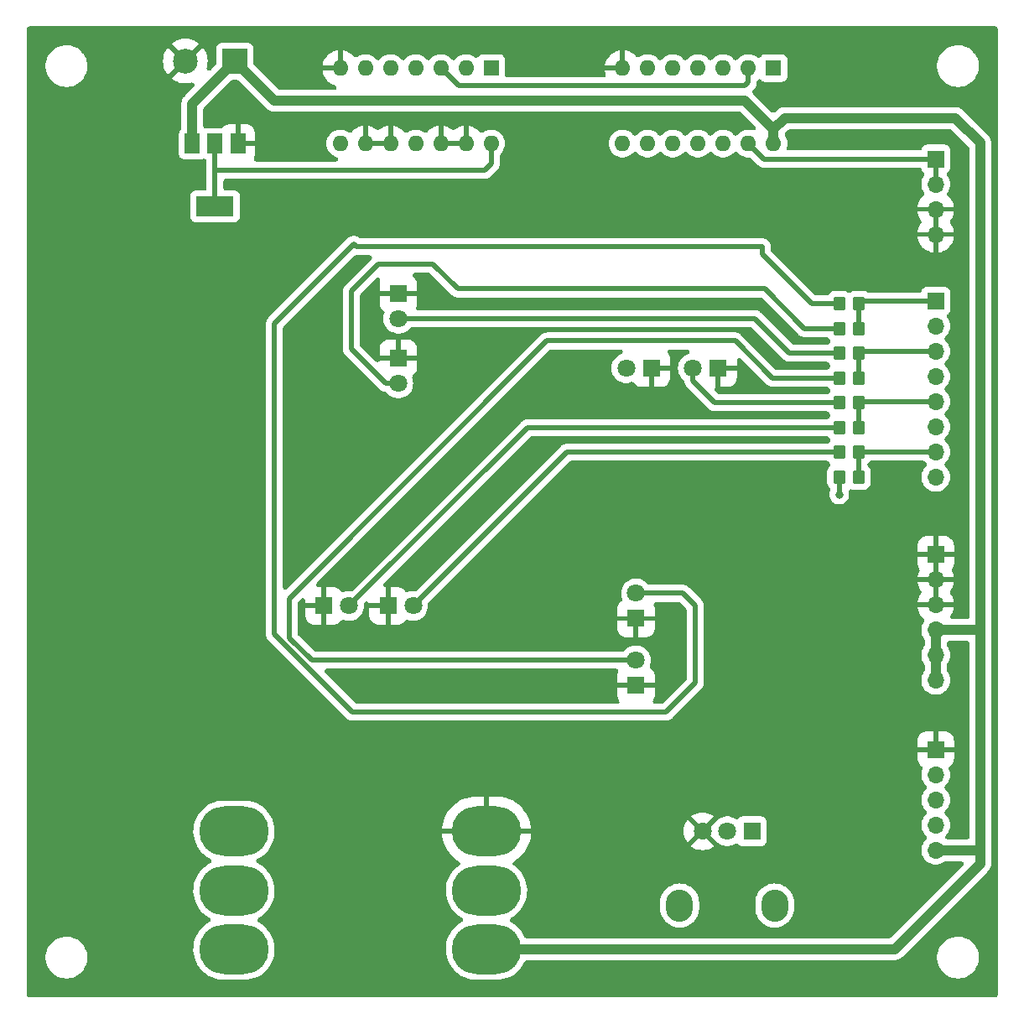
<source format=gtl>
G04 #@! TF.GenerationSoftware,KiCad,Pcbnew,7.0.7*
G04 #@! TF.CreationDate,2024-01-31T17:55:45+01:00*
G04 #@! TF.ProjectId,AmpelSchaltung,416d7065-6c53-4636-9861-6c74756e672e,rev?*
G04 #@! TF.SameCoordinates,Original*
G04 #@! TF.FileFunction,Copper,L1,Top*
G04 #@! TF.FilePolarity,Positive*
%FSLAX46Y46*%
G04 Gerber Fmt 4.6, Leading zero omitted, Abs format (unit mm)*
G04 Created by KiCad (PCBNEW 7.0.7) date 2024-01-31 17:55:45*
%MOMM*%
%LPD*%
G01*
G04 APERTURE LIST*
G04 Aperture macros list*
%AMRoundRect*
0 Rectangle with rounded corners*
0 $1 Rounding radius*
0 $2 $3 $4 $5 $6 $7 $8 $9 X,Y pos of 4 corners*
0 Add a 4 corners polygon primitive as box body*
4,1,4,$2,$3,$4,$5,$6,$7,$8,$9,$2,$3,0*
0 Add four circle primitives for the rounded corners*
1,1,$1+$1,$2,$3*
1,1,$1+$1,$4,$5*
1,1,$1+$1,$6,$7*
1,1,$1+$1,$8,$9*
0 Add four rect primitives between the rounded corners*
20,1,$1+$1,$2,$3,$4,$5,0*
20,1,$1+$1,$4,$5,$6,$7,0*
20,1,$1+$1,$6,$7,$8,$9,0*
20,1,$1+$1,$8,$9,$2,$3,0*%
G04 Aperture macros list end*
G04 #@! TA.AperFunction,SMDPad,CuDef*
%ADD10RoundRect,0.250000X-0.350000X-0.450000X0.350000X-0.450000X0.350000X0.450000X-0.350000X0.450000X0*%
G04 #@! TD*
G04 #@! TA.AperFunction,ComponentPad*
%ADD11R,1.800000X1.800000*%
G04 #@! TD*
G04 #@! TA.AperFunction,ComponentPad*
%ADD12C,1.800000*%
G04 #@! TD*
G04 #@! TA.AperFunction,ComponentPad*
%ADD13O,7.000000X5.000000*%
G04 #@! TD*
G04 #@! TA.AperFunction,ComponentPad*
%ADD14R,1.700000X1.700000*%
G04 #@! TD*
G04 #@! TA.AperFunction,ComponentPad*
%ADD15O,1.700000X1.700000*%
G04 #@! TD*
G04 #@! TA.AperFunction,ComponentPad*
%ADD16O,2.720000X3.240000*%
G04 #@! TD*
G04 #@! TA.AperFunction,SMDPad,CuDef*
%ADD17RoundRect,0.250000X0.350000X0.450000X-0.350000X0.450000X-0.350000X-0.450000X0.350000X-0.450000X0*%
G04 #@! TD*
G04 #@! TA.AperFunction,ComponentPad*
%ADD18R,1.600000X1.600000*%
G04 #@! TD*
G04 #@! TA.AperFunction,ComponentPad*
%ADD19O,1.600000X1.600000*%
G04 #@! TD*
G04 #@! TA.AperFunction,SMDPad,CuDef*
%ADD20R,1.500000X2.000000*%
G04 #@! TD*
G04 #@! TA.AperFunction,SMDPad,CuDef*
%ADD21R,3.800000X2.000000*%
G04 #@! TD*
G04 #@! TA.AperFunction,ComponentPad*
%ADD22R,2.500000X2.500000*%
G04 #@! TD*
G04 #@! TA.AperFunction,ComponentPad*
%ADD23C,2.500000*%
G04 #@! TD*
G04 #@! TA.AperFunction,ViaPad*
%ADD24C,0.800000*%
G04 #@! TD*
G04 #@! TA.AperFunction,Conductor*
%ADD25C,0.500000*%
G04 #@! TD*
G04 #@! TA.AperFunction,Conductor*
%ADD26C,1.000000*%
G04 #@! TD*
G04 APERTURE END LIST*
D10*
X180500000Y-90000000D03*
X182500000Y-90000000D03*
D11*
X160000000Y-109275000D03*
D12*
X160000000Y-106735000D03*
D13*
X144900000Y-142650000D03*
X144900000Y-136750000D03*
X144900000Y-130750000D03*
D10*
X180500000Y-82500000D03*
X182500000Y-82500000D03*
X180500000Y-80000000D03*
X182500000Y-80000000D03*
D14*
X190250000Y-62880000D03*
D15*
X190250000Y-65420000D03*
X190250000Y-67960000D03*
X190250000Y-70500000D03*
D14*
X190250000Y-102800000D03*
D15*
X190250000Y-105340000D03*
X190250000Y-107880000D03*
X190250000Y-110420000D03*
X190250000Y-112960000D03*
X190250000Y-115500000D03*
D11*
X136000000Y-83000000D03*
D12*
X136000000Y-85540000D03*
D11*
X134960000Y-108000000D03*
D12*
X137500000Y-108000000D03*
D11*
X160000000Y-116040000D03*
D12*
X160000000Y-113500000D03*
D13*
X119400000Y-142650000D03*
X119400000Y-136750000D03*
X119400000Y-130750000D03*
D10*
X180500000Y-85000000D03*
X182500000Y-85000000D03*
D11*
X136000000Y-76460000D03*
D12*
X136000000Y-79000000D03*
D16*
X174000000Y-138250000D03*
X164400000Y-138250000D03*
D11*
X171700000Y-130750000D03*
D12*
X169200000Y-130750000D03*
X166700000Y-130750000D03*
D11*
X161540000Y-84000000D03*
D12*
X159000000Y-84000000D03*
D14*
X190250000Y-122500000D03*
D15*
X190250000Y-125040000D03*
X190250000Y-127580000D03*
X190250000Y-130120000D03*
X190250000Y-132660000D03*
D10*
X180500000Y-77500000D03*
X182500000Y-77500000D03*
X180500000Y-87500000D03*
X182500000Y-87500000D03*
D17*
X182500000Y-92500000D03*
X180500000Y-92500000D03*
D11*
X168275000Y-84000000D03*
D12*
X165735000Y-84000000D03*
D11*
X128500000Y-108000000D03*
D12*
X131040000Y-108000000D03*
D18*
X173875000Y-53700000D03*
D19*
X171335000Y-53700000D03*
X168795000Y-53700000D03*
X166255000Y-53700000D03*
X163715000Y-53700000D03*
X161175000Y-53700000D03*
X158635000Y-53700000D03*
X158635000Y-61320000D03*
X161175000Y-61320000D03*
X163715000Y-61320000D03*
X166255000Y-61320000D03*
X168795000Y-61320000D03*
X171335000Y-61320000D03*
X173875000Y-61320000D03*
D10*
X180500000Y-95000000D03*
X182500000Y-95000000D03*
D20*
X119800000Y-61350000D03*
X117500000Y-61350000D03*
D21*
X117500000Y-67650000D03*
D20*
X115200000Y-61350000D03*
D22*
X119500000Y-53000000D03*
D23*
X114500000Y-53000000D03*
D18*
X145375000Y-53700000D03*
D19*
X142835000Y-53700000D03*
X140295000Y-53700000D03*
X137755000Y-53700000D03*
X135215000Y-53700000D03*
X132675000Y-53700000D03*
X130135000Y-53700000D03*
X130135000Y-61320000D03*
X132675000Y-61320000D03*
X135215000Y-61320000D03*
X137755000Y-61320000D03*
X140295000Y-61320000D03*
X142835000Y-61320000D03*
X145375000Y-61320000D03*
D14*
X190250000Y-77220000D03*
D15*
X190250000Y-79760000D03*
X190250000Y-82300000D03*
X190250000Y-84840000D03*
X190250000Y-87380000D03*
X190250000Y-89920000D03*
X190250000Y-92460000D03*
X190250000Y-95000000D03*
D24*
X180500000Y-96750000D03*
D25*
X153000000Y-92500000D02*
X180500000Y-92500000D01*
X137500000Y-108000000D02*
X153000000Y-92500000D01*
X149040000Y-90000000D02*
X180500000Y-90000000D01*
X131040000Y-108000000D02*
X149040000Y-90000000D01*
X170000000Y-81250000D02*
X151000000Y-81250000D01*
X127250000Y-113500000D02*
X160000000Y-113500000D01*
X125000000Y-107250000D02*
X125000000Y-111250000D01*
X180500000Y-85000000D02*
X173750000Y-85000000D01*
X151000000Y-81250000D02*
X125000000Y-107250000D01*
X125000000Y-111250000D02*
X127250000Y-113500000D01*
X173750000Y-85000000D02*
X170000000Y-81250000D01*
X166000000Y-108000000D02*
X166000000Y-115750000D01*
X172750000Y-71750000D02*
X172750000Y-72500000D01*
X131750000Y-71750000D02*
X172750000Y-71750000D01*
X177750000Y-77500000D02*
X180500000Y-77500000D01*
X131500000Y-71500000D02*
X131750000Y-71750000D01*
X163000000Y-118750000D02*
X131368630Y-118750000D01*
X164735000Y-106735000D02*
X166000000Y-108000000D01*
X131368630Y-118750000D02*
X123500000Y-110881370D01*
X166000000Y-115750000D02*
X163000000Y-118750000D01*
X160000000Y-106735000D02*
X164735000Y-106735000D01*
X172750000Y-72500000D02*
X177750000Y-77500000D01*
X123500000Y-110881370D02*
X123500000Y-79500000D01*
X123500000Y-79500000D02*
X131500000Y-71500000D01*
X180500000Y-95000000D02*
X180500000Y-96750000D01*
X165735000Y-84000000D02*
X165735000Y-85272792D01*
X167962208Y-87500000D02*
X180500000Y-87500000D01*
X165735000Y-85272792D02*
X167962208Y-87500000D01*
X172000000Y-79000000D02*
X136000000Y-79000000D01*
X180500000Y-82500000D02*
X175500000Y-82500000D01*
X175500000Y-82500000D02*
X172000000Y-79000000D01*
X173000000Y-76000000D02*
X142000000Y-76000000D01*
X134727208Y-85540000D02*
X136000000Y-85540000D01*
X134000000Y-73500000D02*
X131250000Y-76250000D01*
X142000000Y-76000000D02*
X139500000Y-73500000D01*
X131250000Y-82062792D02*
X134727208Y-85540000D01*
X180500000Y-80000000D02*
X177000000Y-80000000D01*
X139500000Y-73500000D02*
X134000000Y-73500000D01*
X177000000Y-80000000D02*
X173000000Y-76000000D01*
X131250000Y-76250000D02*
X131250000Y-82062792D01*
D26*
X175000000Y-58750000D02*
X173875000Y-59875000D01*
X194750000Y-61250000D02*
X192250000Y-58750000D01*
X194750000Y-110250000D02*
X194750000Y-108500000D01*
X190250000Y-115500000D02*
X190250000Y-110420000D01*
X190250000Y-110420000D02*
X194580000Y-110420000D01*
X186100000Y-142650000D02*
X194750000Y-134000000D01*
X144900000Y-142650000D02*
X186100000Y-142650000D01*
X173875000Y-59875000D02*
X171000000Y-57000000D01*
X194750000Y-108500000D02*
X194750000Y-61250000D01*
X192250000Y-58750000D02*
X175000000Y-58750000D01*
X123500000Y-57000000D02*
X119500000Y-53000000D01*
X194660000Y-132660000D02*
X194750000Y-132750000D01*
X194580000Y-110420000D02*
X194750000Y-110250000D01*
X173875000Y-61320000D02*
X173875000Y-59875000D01*
X171000000Y-57000000D02*
X123500000Y-57000000D01*
X194750000Y-132750000D02*
X194750000Y-110250000D01*
X190250000Y-132660000D02*
X194660000Y-132660000D01*
X194750000Y-134000000D02*
X194750000Y-132750000D01*
X115200000Y-57300000D02*
X119500000Y-53000000D01*
X115200000Y-61350000D02*
X115200000Y-57300000D01*
D25*
X171000000Y-55500000D02*
X142095000Y-55500000D01*
X171335000Y-55165000D02*
X171000000Y-55500000D01*
X142095000Y-55500000D02*
X140295000Y-53700000D01*
X171335000Y-53700000D02*
X171335000Y-55165000D01*
X117500000Y-64000000D02*
X117500000Y-61350000D01*
X145375000Y-63375000D02*
X144750000Y-64000000D01*
X117500000Y-64000000D02*
X117500000Y-67650000D01*
X144750000Y-64000000D02*
X117500000Y-64000000D01*
X145375000Y-61320000D02*
X145375000Y-63375000D01*
X190250000Y-62880000D02*
X172895000Y-62880000D01*
X190250000Y-65420000D02*
X190250000Y-62880000D01*
X172895000Y-62880000D02*
X171335000Y-61320000D01*
X182500000Y-77500000D02*
X182780000Y-77220000D01*
X182500000Y-80000000D02*
X182500000Y-77500000D01*
X182780000Y-77220000D02*
X190250000Y-77220000D01*
X182700000Y-82300000D02*
X190250000Y-82300000D01*
X182500000Y-85000000D02*
X182500000Y-82500000D01*
X182500000Y-82500000D02*
X182700000Y-82300000D01*
X182620000Y-87380000D02*
X190250000Y-87380000D01*
X182500000Y-87500000D02*
X182620000Y-87380000D01*
X182500000Y-90000000D02*
X182500000Y-87500000D01*
X182500000Y-92500000D02*
X182540000Y-92460000D01*
X182540000Y-92460000D02*
X190250000Y-92460000D01*
X182500000Y-95000000D02*
X182500000Y-92500000D01*
G04 #@! TA.AperFunction,Conductor*
G36*
X190346288Y-105858954D02*
G01*
X190427070Y-105912930D01*
X190481046Y-105993712D01*
X190500000Y-106089000D01*
X190500000Y-107131000D01*
X190481046Y-107226288D01*
X190427070Y-107307070D01*
X190346288Y-107361046D01*
X190251000Y-107380000D01*
X190249000Y-107380000D01*
X190153712Y-107361046D01*
X190072930Y-107307070D01*
X190018954Y-107226288D01*
X190000000Y-107131000D01*
X190000000Y-106089000D01*
X190018954Y-105993712D01*
X190072930Y-105912930D01*
X190153712Y-105858954D01*
X190249000Y-105840000D01*
X190251000Y-105840000D01*
X190346288Y-105858954D01*
G37*
G04 #@! TD.AperFunction*
G04 #@! TA.AperFunction,Conductor*
G36*
X190346288Y-103318954D02*
G01*
X190427070Y-103372930D01*
X190481046Y-103453712D01*
X190500000Y-103549000D01*
X190500000Y-104591000D01*
X190481046Y-104686288D01*
X190427070Y-104767070D01*
X190346288Y-104821046D01*
X190251000Y-104840000D01*
X190249000Y-104840000D01*
X190153712Y-104821046D01*
X190072930Y-104767070D01*
X190018954Y-104686288D01*
X190000000Y-104591000D01*
X190000000Y-103549000D01*
X190018954Y-103453712D01*
X190072930Y-103372930D01*
X190153712Y-103318954D01*
X190249000Y-103300000D01*
X190251000Y-103300000D01*
X190346288Y-103318954D01*
G37*
G04 #@! TD.AperFunction*
G04 #@! TA.AperFunction,Conductor*
G36*
X190346288Y-68478954D02*
G01*
X190427070Y-68532930D01*
X190481046Y-68613712D01*
X190500000Y-68709000D01*
X190500000Y-69751000D01*
X190481046Y-69846288D01*
X190427070Y-69927070D01*
X190346288Y-69981046D01*
X190251000Y-70000000D01*
X190249000Y-70000000D01*
X190153712Y-69981046D01*
X190072930Y-69927070D01*
X190018954Y-69846288D01*
X190000000Y-69751000D01*
X190000000Y-68709000D01*
X190018954Y-68613712D01*
X190072930Y-68532930D01*
X190153712Y-68478954D01*
X190249000Y-68460000D01*
X190251000Y-68460000D01*
X190346288Y-68478954D01*
G37*
G04 #@! TD.AperFunction*
G04 #@! TA.AperFunction,Conductor*
G36*
X134656302Y-61088954D02*
G01*
X134737084Y-61142930D01*
X134791060Y-61223712D01*
X134810014Y-61319000D01*
X134810014Y-61321000D01*
X134791060Y-61416288D01*
X134737084Y-61497070D01*
X134656302Y-61551046D01*
X134561014Y-61570000D01*
X133328986Y-61570000D01*
X133233698Y-61551046D01*
X133152916Y-61497070D01*
X133098940Y-61416288D01*
X133079986Y-61321000D01*
X133079986Y-61319000D01*
X133098940Y-61223712D01*
X133152916Y-61142930D01*
X133233698Y-61088954D01*
X133328986Y-61070000D01*
X134561014Y-61070000D01*
X134656302Y-61088954D01*
G37*
G04 #@! TD.AperFunction*
G04 #@! TA.AperFunction,Conductor*
G36*
X142276302Y-61088954D02*
G01*
X142357084Y-61142930D01*
X142411060Y-61223712D01*
X142430014Y-61319000D01*
X142430014Y-61321000D01*
X142411060Y-61416288D01*
X142357084Y-61497070D01*
X142276302Y-61551046D01*
X142181014Y-61570000D01*
X140948986Y-61570000D01*
X140853698Y-61551046D01*
X140772916Y-61497070D01*
X140718940Y-61416288D01*
X140699986Y-61321000D01*
X140699986Y-61319000D01*
X140718940Y-61223712D01*
X140772916Y-61142930D01*
X140853698Y-61088954D01*
X140948986Y-61070000D01*
X142181014Y-61070000D01*
X142276302Y-61088954D01*
G37*
G04 #@! TD.AperFunction*
G04 #@! TA.AperFunction,Conductor*
G36*
X158068488Y-114369454D02*
G01*
X158149270Y-114423430D01*
X158203246Y-114504212D01*
X158222200Y-114599500D01*
X158203246Y-114694788D01*
X158193905Y-114714784D01*
X158166559Y-114767136D01*
X158166557Y-114767140D01*
X158110610Y-114962666D01*
X158110609Y-114962671D01*
X158100000Y-115081992D01*
X158100000Y-115789999D01*
X158100001Y-115790000D01*
X159298966Y-115790000D01*
X159394254Y-115808954D01*
X159475036Y-115862930D01*
X159529012Y-115943712D01*
X159547276Y-116020496D01*
X159547403Y-116022179D01*
X159547427Y-116022501D01*
X159535605Y-116118934D01*
X159487779Y-116203502D01*
X159411231Y-116263331D01*
X159317614Y-116289312D01*
X159299115Y-116290000D01*
X158100001Y-116290000D01*
X158100000Y-116290001D01*
X158100000Y-116998008D01*
X158110609Y-117117328D01*
X158110610Y-117117333D01*
X158166557Y-117312859D01*
X158166560Y-117312867D01*
X158260719Y-117493126D01*
X158260720Y-117493128D01*
X158260730Y-117493140D01*
X158260737Y-117493153D01*
X158267672Y-117503676D01*
X158266669Y-117504336D01*
X158306260Y-117578966D01*
X158315479Y-117675683D01*
X158286985Y-117768566D01*
X158225116Y-117843474D01*
X158139290Y-117889004D01*
X158067756Y-117899500D01*
X131824058Y-117899500D01*
X131728770Y-117880546D01*
X131647988Y-117826570D01*
X128596988Y-114775570D01*
X128543012Y-114694788D01*
X128524058Y-114599500D01*
X128543012Y-114504212D01*
X128596988Y-114423430D01*
X128677770Y-114369454D01*
X128773058Y-114350500D01*
X157973200Y-114350500D01*
X158068488Y-114369454D01*
G37*
G04 #@! TD.AperFunction*
G04 #@! TA.AperFunction,Conductor*
G36*
X158514969Y-82119454D02*
G01*
X158595751Y-82173430D01*
X158649727Y-82254212D01*
X158668681Y-82349500D01*
X158649727Y-82444788D01*
X158595751Y-82525570D01*
X158514969Y-82579546D01*
X158500532Y-82585008D01*
X158395188Y-82621172D01*
X158176485Y-82739529D01*
X157980261Y-82892257D01*
X157980248Y-82892269D01*
X157811836Y-83075214D01*
X157811830Y-83075221D01*
X157675828Y-83283391D01*
X157675825Y-83283396D01*
X157575936Y-83511121D01*
X157575935Y-83511125D01*
X157514894Y-83752168D01*
X157514892Y-83752176D01*
X157494357Y-84000000D01*
X157514892Y-84247823D01*
X157514894Y-84247831D01*
X157575935Y-84488874D01*
X157575937Y-84488881D01*
X157624868Y-84600433D01*
X157675825Y-84716603D01*
X157675828Y-84716608D01*
X157811830Y-84924778D01*
X157811836Y-84924785D01*
X157980248Y-85107730D01*
X157980252Y-85107733D01*
X157980256Y-85107738D01*
X157980260Y-85107741D01*
X157980261Y-85107742D01*
X158176485Y-85260470D01*
X158176487Y-85260471D01*
X158176491Y-85260474D01*
X158395190Y-85378828D01*
X158415703Y-85385870D01*
X158630378Y-85459569D01*
X158630382Y-85459569D01*
X158630386Y-85459571D01*
X158875665Y-85500500D01*
X159124335Y-85500500D01*
X159369614Y-85459571D01*
X159546391Y-85398883D01*
X159642664Y-85385870D01*
X159736595Y-85410692D01*
X159813877Y-85469569D01*
X159820215Y-85477037D01*
X159929245Y-85610750D01*
X159929249Y-85610754D01*
X160086867Y-85739276D01*
X160086873Y-85739280D01*
X160267132Y-85833439D01*
X160267140Y-85833442D01*
X160462666Y-85889389D01*
X160462671Y-85889390D01*
X160581992Y-85900000D01*
X161289999Y-85900000D01*
X161290000Y-85899998D01*
X161290000Y-84699000D01*
X161308954Y-84603712D01*
X161362930Y-84522930D01*
X161443712Y-84468954D01*
X161539000Y-84450000D01*
X161541000Y-84450000D01*
X161636288Y-84468954D01*
X161717070Y-84522930D01*
X161771046Y-84603712D01*
X161790000Y-84699000D01*
X161790000Y-85899999D01*
X161790001Y-85900000D01*
X162498008Y-85900000D01*
X162617328Y-85889390D01*
X162617333Y-85889389D01*
X162812859Y-85833442D01*
X162812867Y-85833439D01*
X162993126Y-85739280D01*
X162993132Y-85739276D01*
X163150750Y-85610754D01*
X163150754Y-85610750D01*
X163279276Y-85453132D01*
X163279280Y-85453126D01*
X163373439Y-85272867D01*
X163373442Y-85272859D01*
X163429389Y-85077333D01*
X163429390Y-85077328D01*
X163440000Y-84958008D01*
X163440000Y-84250001D01*
X163439999Y-84250000D01*
X162241034Y-84250000D01*
X162145746Y-84231046D01*
X162064964Y-84177070D01*
X162010988Y-84096288D01*
X161992723Y-84019503D01*
X161992572Y-84017499D01*
X162004395Y-83921066D01*
X162052221Y-83836498D01*
X162128769Y-83776669D01*
X162222386Y-83750688D01*
X162240885Y-83750000D01*
X163439999Y-83750000D01*
X163440000Y-83749998D01*
X163440000Y-83041992D01*
X163429390Y-82922671D01*
X163429389Y-82922666D01*
X163373442Y-82727140D01*
X163373439Y-82727132D01*
X163279280Y-82546873D01*
X163279272Y-82546861D01*
X163246651Y-82506855D01*
X163201123Y-82421028D01*
X163191905Y-82324312D01*
X163220401Y-82231430D01*
X163282273Y-82156523D01*
X163368100Y-82110995D01*
X163439628Y-82100500D01*
X165154681Y-82100500D01*
X165249969Y-82119454D01*
X165330751Y-82173430D01*
X165384727Y-82254212D01*
X165403681Y-82349500D01*
X165384727Y-82444788D01*
X165330751Y-82525570D01*
X165249969Y-82579546D01*
X165235532Y-82585008D01*
X165130188Y-82621172D01*
X164911485Y-82739529D01*
X164715261Y-82892257D01*
X164715248Y-82892269D01*
X164546836Y-83075214D01*
X164546830Y-83075221D01*
X164410828Y-83283391D01*
X164410825Y-83283396D01*
X164310936Y-83511121D01*
X164310935Y-83511125D01*
X164249894Y-83752168D01*
X164249892Y-83752176D01*
X164229357Y-84000000D01*
X164249892Y-84247823D01*
X164249894Y-84247831D01*
X164310935Y-84488874D01*
X164310937Y-84488881D01*
X164359868Y-84600433D01*
X164410825Y-84716603D01*
X164410828Y-84716608D01*
X164546830Y-84924778D01*
X164546836Y-84924785D01*
X164715248Y-85107730D01*
X164715251Y-85107732D01*
X164715256Y-85107738D01*
X164715265Y-85107745D01*
X164790548Y-85166340D01*
X164854103Y-85239824D01*
X164884331Y-85329222D01*
X164890729Y-85376184D01*
X164899484Y-85456697D01*
X164901969Y-85467984D01*
X164904774Y-85479263D01*
X164932700Y-85555278D01*
X164958559Y-85632022D01*
X164963417Y-85642524D01*
X164968566Y-85652904D01*
X164968567Y-85652905D01*
X164968568Y-85652908D01*
X165012184Y-85721145D01*
X165053930Y-85790528D01*
X165053931Y-85790529D01*
X165053933Y-85790532D01*
X165060935Y-85799743D01*
X165068201Y-85808783D01*
X165125458Y-85866039D01*
X165181149Y-85924831D01*
X165191441Y-85933572D01*
X165190820Y-85934303D01*
X165207523Y-85948103D01*
X167332792Y-88073374D01*
X167339648Y-88080811D01*
X167373871Y-88121100D01*
X167438335Y-88170104D01*
X167501455Y-88220842D01*
X167501461Y-88220845D01*
X167511214Y-88227079D01*
X167521145Y-88233055D01*
X167594637Y-88267055D01*
X167667182Y-88303035D01*
X167678075Y-88307036D01*
X167689030Y-88310727D01*
X167689041Y-88310732D01*
X167768124Y-88328139D01*
X167846714Y-88347684D01*
X167846716Y-88347684D01*
X167858177Y-88349245D01*
X167869709Y-88350499D01*
X167869711Y-88350500D01*
X167950676Y-88350500D01*
X167952756Y-88350556D01*
X168031640Y-88352693D01*
X168031648Y-88352691D01*
X168045098Y-88351597D01*
X168045175Y-88352550D01*
X168066742Y-88350500D01*
X179261406Y-88350500D01*
X179356694Y-88369454D01*
X179437476Y-88423430D01*
X179455475Y-88443493D01*
X179545060Y-88554940D01*
X179546286Y-88555926D01*
X179547524Y-88557403D01*
X179554606Y-88564485D01*
X179553981Y-88565109D01*
X179608679Y-88630396D01*
X179637825Y-88723076D01*
X179629285Y-88819855D01*
X179584360Y-88905999D01*
X179546305Y-88944058D01*
X179545070Y-88945050D01*
X179545062Y-88945058D01*
X179545060Y-88945060D01*
X179500001Y-89001116D01*
X179455479Y-89056503D01*
X179381006Y-89118896D01*
X179288326Y-89148041D01*
X179261406Y-89149500D01*
X149079632Y-89149500D01*
X149069525Y-89149089D01*
X149016835Y-89144799D01*
X149016830Y-89144799D01*
X148936607Y-89155729D01*
X148856089Y-89164485D01*
X148844800Y-89166970D01*
X148833530Y-89169773D01*
X148757513Y-89197700D01*
X148680775Y-89223557D01*
X148670264Y-89228419D01*
X148659883Y-89233568D01*
X148591658Y-89277177D01*
X148522265Y-89318929D01*
X148513042Y-89325940D01*
X148504011Y-89333200D01*
X148446769Y-89390442D01*
X148387962Y-89446147D01*
X148379224Y-89456435D01*
X148378498Y-89455819D01*
X148364694Y-89472516D01*
X131403546Y-106433663D01*
X131322764Y-106487639D01*
X131227476Y-106506593D01*
X131186497Y-106503198D01*
X131164335Y-106499500D01*
X130915665Y-106499500D01*
X130670389Y-106540428D01*
X130670381Y-106540430D01*
X130493610Y-106601115D01*
X130397330Y-106614127D01*
X130303400Y-106589305D01*
X130226119Y-106530426D01*
X130219783Y-106522961D01*
X130110754Y-106389249D01*
X130110750Y-106389245D01*
X129953132Y-106260723D01*
X129953126Y-106260719D01*
X129772867Y-106166560D01*
X129772859Y-106166557D01*
X129577333Y-106110610D01*
X129577328Y-106110609D01*
X129458008Y-106100000D01*
X128750001Y-106100000D01*
X128750000Y-106100001D01*
X128750000Y-107301000D01*
X128731046Y-107396288D01*
X128677070Y-107477070D01*
X128596288Y-107531046D01*
X128501000Y-107550000D01*
X128499000Y-107550000D01*
X128403712Y-107531046D01*
X128322930Y-107477070D01*
X128268954Y-107396288D01*
X128250000Y-107301000D01*
X128249999Y-106100001D01*
X128249999Y-106100000D01*
X127953927Y-106100000D01*
X127858639Y-106081046D01*
X127777857Y-106027070D01*
X127723881Y-105946288D01*
X127704927Y-105851000D01*
X127723881Y-105755712D01*
X127777854Y-105674933D01*
X151279358Y-82173429D01*
X151360140Y-82119454D01*
X151455428Y-82100500D01*
X158419681Y-82100500D01*
X158514969Y-82119454D01*
G37*
G04 #@! TD.AperFunction*
G04 #@! TA.AperFunction,Conductor*
G36*
X179356694Y-90869454D02*
G01*
X179437476Y-90923430D01*
X179455475Y-90943493D01*
X179545060Y-91054940D01*
X179545065Y-91054944D01*
X179545066Y-91054945D01*
X179546295Y-91055933D01*
X179547539Y-91057418D01*
X179554606Y-91064485D01*
X179553982Y-91065108D01*
X179608686Y-91130408D01*
X179637827Y-91223090D01*
X179629282Y-91319868D01*
X179584352Y-91406010D01*
X179546295Y-91444067D01*
X179545066Y-91445054D01*
X179545060Y-91445060D01*
X179471502Y-91536570D01*
X179455479Y-91556503D01*
X179381006Y-91618896D01*
X179288326Y-91648041D01*
X179261406Y-91649500D01*
X153039632Y-91649500D01*
X153029525Y-91649089D01*
X152976835Y-91644799D01*
X152976830Y-91644799D01*
X152896607Y-91655729D01*
X152816089Y-91664485D01*
X152804800Y-91666970D01*
X152793530Y-91669773D01*
X152717513Y-91697700D01*
X152640775Y-91723557D01*
X152630264Y-91728419D01*
X152619883Y-91733568D01*
X152551658Y-91777177D01*
X152482265Y-91818929D01*
X152473042Y-91825940D01*
X152464011Y-91833200D01*
X152406769Y-91890442D01*
X152347962Y-91946147D01*
X152339224Y-91956435D01*
X152338498Y-91955819D01*
X152324694Y-91972516D01*
X137863546Y-106433663D01*
X137782764Y-106487639D01*
X137687476Y-106506593D01*
X137646497Y-106503198D01*
X137624335Y-106499500D01*
X137375665Y-106499500D01*
X137130389Y-106540428D01*
X137130381Y-106540430D01*
X136953610Y-106601115D01*
X136857330Y-106614127D01*
X136763400Y-106589305D01*
X136686119Y-106530426D01*
X136679783Y-106522961D01*
X136570754Y-106389249D01*
X136570750Y-106389245D01*
X136413132Y-106260723D01*
X136413126Y-106260719D01*
X136232867Y-106166560D01*
X136232859Y-106166557D01*
X136037333Y-106110610D01*
X136037328Y-106110609D01*
X135918008Y-106100000D01*
X135210001Y-106100000D01*
X135210000Y-106100001D01*
X135210000Y-107301000D01*
X135191046Y-107396288D01*
X135137070Y-107477070D01*
X135056288Y-107531046D01*
X134961000Y-107550000D01*
X134959000Y-107550000D01*
X134863712Y-107531046D01*
X134782930Y-107477070D01*
X134728954Y-107396288D01*
X134710000Y-107301000D01*
X134710000Y-106100001D01*
X134701574Y-106091575D01*
X134648640Y-106081046D01*
X134567858Y-106027070D01*
X134513882Y-105946288D01*
X134494928Y-105851000D01*
X134513882Y-105755712D01*
X134567858Y-105674930D01*
X149319359Y-90923430D01*
X149400141Y-90869454D01*
X149495429Y-90850500D01*
X179261406Y-90850500D01*
X179356694Y-90869454D01*
G37*
G04 #@! TD.AperFunction*
G04 #@! TA.AperFunction,Conductor*
G36*
X131740548Y-72600556D02*
G01*
X131819432Y-72602693D01*
X131819440Y-72602691D01*
X131832890Y-72601597D01*
X131832967Y-72602550D01*
X131854534Y-72600500D01*
X133095571Y-72600500D01*
X133190859Y-72619454D01*
X133271641Y-72673430D01*
X133325617Y-72754212D01*
X133344571Y-72849500D01*
X133325617Y-72944788D01*
X133271641Y-73025570D01*
X130676613Y-75620595D01*
X130669176Y-75627451D01*
X130628900Y-75661662D01*
X130579909Y-75726108D01*
X130529164Y-75789236D01*
X130522936Y-75798980D01*
X130516943Y-75808940D01*
X130482939Y-75882438D01*
X130446959Y-75954988D01*
X130442960Y-75965872D01*
X130439268Y-75976831D01*
X130421858Y-76055926D01*
X130402315Y-76134505D01*
X130400758Y-76145926D01*
X130399500Y-76157506D01*
X130399500Y-76238467D01*
X130397307Y-76319436D01*
X130398403Y-76332895D01*
X130397449Y-76332972D01*
X130399500Y-76354537D01*
X130399500Y-82023159D01*
X130399089Y-82033266D01*
X130394799Y-82085956D01*
X130394799Y-82085960D01*
X130405729Y-82166184D01*
X130414484Y-82246697D01*
X130416969Y-82257984D01*
X130419774Y-82269263D01*
X130447700Y-82345278D01*
X130473559Y-82422022D01*
X130478417Y-82432524D01*
X130483566Y-82442904D01*
X130483567Y-82442905D01*
X130483568Y-82442908D01*
X130527184Y-82511145D01*
X130568930Y-82580528D01*
X130568931Y-82580529D01*
X130568933Y-82580532D01*
X130575935Y-82589743D01*
X130583201Y-82598783D01*
X130640458Y-82656040D01*
X130640460Y-82656041D01*
X130696151Y-82714833D01*
X130696154Y-82714835D01*
X130696155Y-82714836D01*
X130706441Y-82723573D01*
X130705821Y-82724302D01*
X130722520Y-82738101D01*
X134097794Y-86113375D01*
X134104647Y-86120809D01*
X134138871Y-86161100D01*
X134203335Y-86210104D01*
X134266455Y-86260842D01*
X134266461Y-86260845D01*
X134276214Y-86267079D01*
X134286145Y-86273055D01*
X134359637Y-86307055D01*
X134432182Y-86343035D01*
X134443075Y-86347036D01*
X134454030Y-86350727D01*
X134454041Y-86350732D01*
X134533124Y-86368139D01*
X134611714Y-86387684D01*
X134611716Y-86387684D01*
X134623177Y-86389245D01*
X134634706Y-86390499D01*
X134634711Y-86390500D01*
X134634715Y-86390500D01*
X134648129Y-86391959D01*
X134647990Y-86393236D01*
X134729519Y-86409454D01*
X134810301Y-86463430D01*
X134817394Y-86470822D01*
X134980256Y-86647738D01*
X134980260Y-86647741D01*
X134980261Y-86647742D01*
X135176485Y-86800470D01*
X135176487Y-86800471D01*
X135176491Y-86800474D01*
X135395190Y-86918828D01*
X135464736Y-86942703D01*
X135630378Y-86999569D01*
X135630382Y-86999569D01*
X135630386Y-86999571D01*
X135875665Y-87040500D01*
X136124335Y-87040500D01*
X136369614Y-86999571D01*
X136369618Y-86999569D01*
X136369621Y-86999569D01*
X136459077Y-86968858D01*
X136604810Y-86918828D01*
X136823509Y-86800474D01*
X137019744Y-86647738D01*
X137188164Y-86464785D01*
X137189050Y-86463430D01*
X137235839Y-86391813D01*
X137324173Y-86256607D01*
X137424063Y-86028881D01*
X137485108Y-85787821D01*
X137505643Y-85540000D01*
X137485108Y-85292179D01*
X137424063Y-85051119D01*
X137407013Y-85012251D01*
X137386095Y-84917380D01*
X137403075Y-84821720D01*
X137455370Y-84739840D01*
X137477688Y-84719253D01*
X137610751Y-84610753D01*
X137610754Y-84610750D01*
X137739276Y-84453132D01*
X137739280Y-84453126D01*
X137833439Y-84272867D01*
X137833442Y-84272859D01*
X137889389Y-84077333D01*
X137889390Y-84077328D01*
X137900000Y-83958008D01*
X137900000Y-83250000D01*
X136701034Y-83250000D01*
X136605746Y-83231046D01*
X136524964Y-83177070D01*
X136470988Y-83096288D01*
X136452723Y-83019503D01*
X136452572Y-83017499D01*
X136464395Y-82921066D01*
X136512221Y-82836498D01*
X136588769Y-82776669D01*
X136682386Y-82750688D01*
X136700885Y-82750000D01*
X137899999Y-82750000D01*
X137900000Y-82749999D01*
X137900000Y-82041992D01*
X137889390Y-81922671D01*
X137889389Y-81922666D01*
X137833442Y-81727140D01*
X137833439Y-81727132D01*
X137739280Y-81546873D01*
X137739276Y-81546867D01*
X137610754Y-81389249D01*
X137610750Y-81389245D01*
X137453132Y-81260723D01*
X137453126Y-81260719D01*
X137272867Y-81166560D01*
X137272859Y-81166557D01*
X137077333Y-81110610D01*
X137077328Y-81110609D01*
X136958008Y-81100000D01*
X136250001Y-81100000D01*
X136250000Y-81100001D01*
X136250000Y-82301000D01*
X136231046Y-82396288D01*
X136177070Y-82477070D01*
X136096288Y-82531046D01*
X136001000Y-82550000D01*
X135999000Y-82550000D01*
X135903712Y-82531046D01*
X135822930Y-82477070D01*
X135768954Y-82396288D01*
X135750000Y-82301000D01*
X135750000Y-81100000D01*
X135041992Y-81100000D01*
X134922671Y-81110609D01*
X134922666Y-81110610D01*
X134727140Y-81166557D01*
X134727132Y-81166560D01*
X134546873Y-81260719D01*
X134546867Y-81260723D01*
X134389249Y-81389245D01*
X134389245Y-81389249D01*
X134260723Y-81546867D01*
X134260719Y-81546873D01*
X134166560Y-81727132D01*
X134166557Y-81727140D01*
X134110610Y-81922666D01*
X134110609Y-81922671D01*
X134100000Y-82041992D01*
X134100000Y-82749998D01*
X134100001Y-82750000D01*
X135298966Y-82750000D01*
X135394254Y-82768954D01*
X135475036Y-82822930D01*
X135529012Y-82903712D01*
X135547276Y-82980496D01*
X135547403Y-82982179D01*
X135547427Y-82982501D01*
X135535605Y-83078934D01*
X135487779Y-83163502D01*
X135411231Y-83223331D01*
X135317614Y-83249312D01*
X135299115Y-83250000D01*
X134100001Y-83250000D01*
X134046069Y-83303932D01*
X133965287Y-83357908D01*
X133869999Y-83376862D01*
X133774711Y-83357908D01*
X133693929Y-83303932D01*
X132173429Y-81783432D01*
X132119453Y-81702650D01*
X132100499Y-81607362D01*
X132100499Y-79204979D01*
X132100499Y-76705424D01*
X132119453Y-76610141D01*
X132173426Y-76529362D01*
X133747440Y-74955348D01*
X133828219Y-74901375D01*
X133923507Y-74882421D01*
X134018795Y-74901375D01*
X134099577Y-74955351D01*
X134153553Y-75036133D01*
X134172507Y-75131421D01*
X134162900Y-75199919D01*
X134110610Y-75382663D01*
X134110609Y-75382671D01*
X134100000Y-75501992D01*
X134100000Y-76209999D01*
X134100001Y-76210000D01*
X135298966Y-76210000D01*
X135394254Y-76228954D01*
X135475036Y-76282930D01*
X135529012Y-76363712D01*
X135547276Y-76440496D01*
X135547403Y-76442179D01*
X135547427Y-76442501D01*
X135535605Y-76538934D01*
X135487779Y-76623502D01*
X135411231Y-76683331D01*
X135317614Y-76709312D01*
X135299115Y-76710000D01*
X134100001Y-76710000D01*
X134100000Y-76710001D01*
X134100000Y-77418008D01*
X134110609Y-77537328D01*
X134110610Y-77537333D01*
X134166557Y-77732859D01*
X134166560Y-77732867D01*
X134260719Y-77913126D01*
X134260723Y-77913132D01*
X134389245Y-78070750D01*
X134389249Y-78070754D01*
X134522312Y-78179254D01*
X134584183Y-78254161D01*
X134612680Y-78347042D01*
X134603462Y-78443759D01*
X134592987Y-78472247D01*
X134575937Y-78511119D01*
X134575936Y-78511122D01*
X134575935Y-78511125D01*
X134514894Y-78752168D01*
X134514892Y-78752176D01*
X134494357Y-79000000D01*
X134514892Y-79247823D01*
X134514894Y-79247831D01*
X134575832Y-79488467D01*
X134575937Y-79488881D01*
X134632151Y-79617037D01*
X134675825Y-79716603D01*
X134675828Y-79716608D01*
X134811830Y-79924778D01*
X134811836Y-79924785D01*
X134980248Y-80107730D01*
X134980252Y-80107733D01*
X134980256Y-80107738D01*
X134980260Y-80107741D01*
X134980261Y-80107742D01*
X135176485Y-80260470D01*
X135176487Y-80260471D01*
X135176491Y-80260474D01*
X135395190Y-80378828D01*
X135459076Y-80400760D01*
X135630378Y-80459569D01*
X135630382Y-80459569D01*
X135630386Y-80459571D01*
X135875665Y-80500500D01*
X136124335Y-80500500D01*
X136369614Y-80459571D01*
X136369618Y-80459569D01*
X136369621Y-80459569D01*
X136485544Y-80419772D01*
X136604810Y-80378828D01*
X136823509Y-80260474D01*
X137019744Y-80107738D01*
X137182577Y-79930854D01*
X137261055Y-79873588D01*
X137355479Y-79850713D01*
X137365769Y-79850500D01*
X171544571Y-79850500D01*
X171639859Y-79869454D01*
X171720641Y-79923430D01*
X174870593Y-83073382D01*
X174877445Y-83080816D01*
X174894815Y-83101265D01*
X174911665Y-83121102D01*
X174976117Y-83170097D01*
X175004248Y-83192709D01*
X175039246Y-83220841D01*
X175039252Y-83220844D01*
X175049034Y-83227097D01*
X175058933Y-83233053D01*
X175132444Y-83267062D01*
X175204978Y-83303036D01*
X175204981Y-83303036D01*
X175215859Y-83307033D01*
X175226830Y-83310730D01*
X175226833Y-83310732D01*
X175226835Y-83310732D01*
X175226837Y-83310733D01*
X175305923Y-83328141D01*
X175384505Y-83347684D01*
X175395953Y-83349243D01*
X175407501Y-83350499D01*
X175407503Y-83350500D01*
X175488468Y-83350500D01*
X175490548Y-83350556D01*
X175569432Y-83352693D01*
X175569440Y-83352691D01*
X175582890Y-83351597D01*
X175582967Y-83352550D01*
X175604534Y-83350500D01*
X179261406Y-83350500D01*
X179356694Y-83369454D01*
X179437476Y-83423430D01*
X179455475Y-83443493D01*
X179545060Y-83554940D01*
X179546286Y-83555926D01*
X179547524Y-83557403D01*
X179554606Y-83564485D01*
X179553981Y-83565109D01*
X179608679Y-83630396D01*
X179637825Y-83723076D01*
X179629285Y-83819855D01*
X179584360Y-83905999D01*
X179546305Y-83944058D01*
X179545070Y-83945050D01*
X179545062Y-83945058D01*
X179545060Y-83945060D01*
X179486832Y-84017499D01*
X179455479Y-84056503D01*
X179381006Y-84118896D01*
X179288326Y-84148041D01*
X179261406Y-84149500D01*
X174205429Y-84149500D01*
X174110141Y-84130546D01*
X174029359Y-84076570D01*
X170629412Y-80676622D01*
X170622555Y-80669184D01*
X170588334Y-80628897D01*
X170528216Y-80583197D01*
X170523891Y-80579909D01*
X170505944Y-80565483D01*
X170460756Y-80529159D01*
X170451015Y-80522933D01*
X170441063Y-80516945D01*
X170367561Y-80482939D01*
X170295019Y-80446963D01*
X170284102Y-80442952D01*
X170273172Y-80439269D01*
X170194073Y-80421858D01*
X170115491Y-80402314D01*
X170104087Y-80400760D01*
X170092500Y-80399500D01*
X170092497Y-80399500D01*
X170092493Y-80399500D01*
X170011532Y-80399500D01*
X169971031Y-80398403D01*
X169930568Y-80397307D01*
X169930567Y-80397307D01*
X169930566Y-80397307D01*
X169917110Y-80398403D01*
X169917032Y-80397449D01*
X169895466Y-80399500D01*
X151039632Y-80399500D01*
X151029525Y-80399089D01*
X150976835Y-80394799D01*
X150976830Y-80394799D01*
X150896607Y-80405729D01*
X150816089Y-80414485D01*
X150804800Y-80416970D01*
X150793533Y-80419772D01*
X150745431Y-80437443D01*
X150717499Y-80447705D01*
X150643171Y-80472749D01*
X150640776Y-80473557D01*
X150630223Y-80478439D01*
X150619880Y-80483568D01*
X150551631Y-80527193D01*
X150482261Y-80568931D01*
X150473024Y-80575953D01*
X150464013Y-80583197D01*
X150406750Y-80640460D01*
X150347962Y-80696147D01*
X150339224Y-80706435D01*
X150338498Y-80705818D01*
X150324696Y-80722513D01*
X124775569Y-106271640D01*
X124694787Y-106325616D01*
X124599499Y-106344570D01*
X124504211Y-106325616D01*
X124423429Y-106271640D01*
X124369453Y-106190858D01*
X124350499Y-106095574D01*
X124350499Y-79955427D01*
X124369453Y-79860140D01*
X124423426Y-79779361D01*
X131529357Y-72673430D01*
X131610140Y-72619454D01*
X131705428Y-72600500D01*
X131738468Y-72600500D01*
X131740548Y-72600556D01*
G37*
G04 #@! TD.AperFunction*
G04 #@! TA.AperFunction,Conductor*
G36*
X170519288Y-82998882D02*
G01*
X170600067Y-83052856D01*
X171408319Y-83861107D01*
X173120587Y-85573375D01*
X173127444Y-85580814D01*
X173161663Y-85621100D01*
X173226118Y-85670098D01*
X173262069Y-85698996D01*
X173289246Y-85720842D01*
X173289247Y-85720842D01*
X173289248Y-85720843D01*
X173298986Y-85727066D01*
X173308933Y-85733052D01*
X173308936Y-85733054D01*
X173382422Y-85767052D01*
X173454972Y-85803034D01*
X173454975Y-85803035D01*
X173454979Y-85803037D01*
X173454982Y-85803037D01*
X173465871Y-85807037D01*
X173476822Y-85810727D01*
X173476833Y-85810732D01*
X173555916Y-85828139D01*
X173634506Y-85847684D01*
X173634508Y-85847684D01*
X173645969Y-85849245D01*
X173657501Y-85850499D01*
X173657503Y-85850500D01*
X173738468Y-85850500D01*
X173740548Y-85850556D01*
X173819432Y-85852693D01*
X173819440Y-85852691D01*
X173832890Y-85851597D01*
X173832967Y-85852550D01*
X173854534Y-85850500D01*
X179261406Y-85850500D01*
X179356694Y-85869454D01*
X179437476Y-85923430D01*
X179455475Y-85943493D01*
X179545060Y-86054940D01*
X179545065Y-86054944D01*
X179545066Y-86054945D01*
X179546295Y-86055933D01*
X179547539Y-86057418D01*
X179554606Y-86064485D01*
X179553982Y-86065108D01*
X179608686Y-86130408D01*
X179637827Y-86223090D01*
X179629282Y-86319868D01*
X179584352Y-86406010D01*
X179546295Y-86444067D01*
X179545066Y-86445054D01*
X179545060Y-86445060D01*
X179477185Y-86529500D01*
X179455479Y-86556503D01*
X179381006Y-86618896D01*
X179288326Y-86648041D01*
X179261406Y-86649500D01*
X168417637Y-86649500D01*
X168322349Y-86630546D01*
X168241567Y-86576570D01*
X167971068Y-86306071D01*
X167917092Y-86225289D01*
X167898138Y-86130001D01*
X167917092Y-86034713D01*
X167971068Y-85953931D01*
X168025000Y-85899999D01*
X168025000Y-84699000D01*
X168043954Y-84603712D01*
X168097930Y-84522930D01*
X168178712Y-84468954D01*
X168274000Y-84450000D01*
X168276000Y-84450000D01*
X168371288Y-84468954D01*
X168452070Y-84522930D01*
X168506046Y-84603712D01*
X168525000Y-84699000D01*
X168525000Y-85899999D01*
X168525001Y-85900000D01*
X169233008Y-85900000D01*
X169352328Y-85889390D01*
X169352333Y-85889389D01*
X169547859Y-85833442D01*
X169547867Y-85833439D01*
X169728126Y-85739280D01*
X169728132Y-85739276D01*
X169885750Y-85610754D01*
X169885754Y-85610750D01*
X170014276Y-85453132D01*
X170014280Y-85453126D01*
X170108439Y-85272867D01*
X170108442Y-85272859D01*
X170164389Y-85077333D01*
X170164390Y-85077328D01*
X170175000Y-84958008D01*
X170175000Y-84250000D01*
X168976034Y-84250000D01*
X168880746Y-84231046D01*
X168799964Y-84177070D01*
X168745988Y-84096288D01*
X168727723Y-84019503D01*
X168727572Y-84017499D01*
X168739395Y-83921066D01*
X168787221Y-83836498D01*
X168863769Y-83776669D01*
X168957386Y-83750688D01*
X168975885Y-83750000D01*
X170174999Y-83750000D01*
X170175000Y-83749998D01*
X170175000Y-83228928D01*
X170193954Y-83133640D01*
X170247930Y-83052858D01*
X170328712Y-82998882D01*
X170424000Y-82979928D01*
X170519288Y-82998882D01*
G37*
G04 #@! TD.AperFunction*
G04 #@! TA.AperFunction,Conductor*
G36*
X139139859Y-74369454D02*
G01*
X139220641Y-74423430D01*
X141370584Y-76573374D01*
X141377440Y-76580811D01*
X141411663Y-76621100D01*
X141411665Y-76621102D01*
X141476119Y-76670097D01*
X141476119Y-76670098D01*
X141539246Y-76720842D01*
X141539249Y-76720843D01*
X141539251Y-76720845D01*
X141548967Y-76727056D01*
X141558934Y-76733053D01*
X141558935Y-76733053D01*
X141558936Y-76733054D01*
X141632439Y-76767060D01*
X141704979Y-76803036D01*
X141704986Y-76803037D01*
X141715897Y-76807046D01*
X141726827Y-76810729D01*
X141726833Y-76810732D01*
X141805926Y-76828141D01*
X141884505Y-76847684D01*
X141884510Y-76847684D01*
X141895953Y-76849243D01*
X141907501Y-76850499D01*
X141907503Y-76850500D01*
X141988468Y-76850500D01*
X141990548Y-76850556D01*
X142069432Y-76852693D01*
X142069440Y-76852691D01*
X142082890Y-76851597D01*
X142082967Y-76852550D01*
X142104534Y-76850500D01*
X172544571Y-76850500D01*
X172639859Y-76869454D01*
X172720641Y-76923430D01*
X176370593Y-80573382D01*
X176377445Y-80580816D01*
X176411663Y-80621100D01*
X176411665Y-80621102D01*
X176476117Y-80670097D01*
X176479785Y-80673045D01*
X176539246Y-80720841D01*
X176539252Y-80720844D01*
X176549004Y-80727077D01*
X176558939Y-80733056D01*
X176632452Y-80767066D01*
X176704979Y-80803036D01*
X176704984Y-80803037D01*
X176715893Y-80807045D01*
X176726827Y-80810729D01*
X176726833Y-80810732D01*
X176805926Y-80828141D01*
X176884505Y-80847684D01*
X176884510Y-80847684D01*
X176895953Y-80849243D01*
X176907501Y-80850499D01*
X176907503Y-80850500D01*
X176988468Y-80850500D01*
X176990548Y-80850556D01*
X177069432Y-80852693D01*
X177069440Y-80852691D01*
X177082890Y-80851597D01*
X177082967Y-80852550D01*
X177104534Y-80850500D01*
X179261406Y-80850500D01*
X179356694Y-80869454D01*
X179437476Y-80923430D01*
X179455475Y-80943493D01*
X179545060Y-81054940D01*
X179545065Y-81054944D01*
X179545066Y-81054945D01*
X179546295Y-81055933D01*
X179547539Y-81057418D01*
X179554606Y-81064485D01*
X179553982Y-81065108D01*
X179608686Y-81130408D01*
X179637827Y-81223090D01*
X179629282Y-81319868D01*
X179584352Y-81406010D01*
X179546295Y-81444067D01*
X179545066Y-81445054D01*
X179545060Y-81445060D01*
X179463225Y-81546867D01*
X179455479Y-81556503D01*
X179381006Y-81618896D01*
X179288326Y-81648041D01*
X179261406Y-81649500D01*
X175955428Y-81649500D01*
X175860140Y-81630546D01*
X175779358Y-81576570D01*
X172629412Y-78426622D01*
X172622555Y-78419184D01*
X172588334Y-78378897D01*
X172523892Y-78329910D01*
X172460756Y-78279159D01*
X172451015Y-78272933D01*
X172441063Y-78266945D01*
X172367561Y-78232939D01*
X172295019Y-78196963D01*
X172284102Y-78192952D01*
X172273172Y-78189269D01*
X172194073Y-78171858D01*
X172115491Y-78152314D01*
X172104087Y-78150760D01*
X172092500Y-78149500D01*
X172092497Y-78149500D01*
X172092493Y-78149500D01*
X172011532Y-78149500D01*
X171971031Y-78148403D01*
X171930568Y-78147307D01*
X171930567Y-78147307D01*
X171930566Y-78147307D01*
X171917110Y-78148403D01*
X171917032Y-78147449D01*
X171895466Y-78149500D01*
X138026800Y-78149500D01*
X137931512Y-78130546D01*
X137850730Y-78076570D01*
X137796754Y-77995788D01*
X137777800Y-77900500D01*
X137796754Y-77805212D01*
X137806095Y-77785216D01*
X137833440Y-77732863D01*
X137833442Y-77732859D01*
X137889389Y-77537333D01*
X137889390Y-77537328D01*
X137900000Y-77418008D01*
X137900000Y-76710001D01*
X137899999Y-76710000D01*
X136701034Y-76710000D01*
X136605746Y-76691046D01*
X136524964Y-76637070D01*
X136470988Y-76556288D01*
X136452723Y-76479503D01*
X136452572Y-76477499D01*
X136464395Y-76381066D01*
X136512221Y-76296498D01*
X136588769Y-76236669D01*
X136682386Y-76210688D01*
X136700885Y-76210000D01*
X137899999Y-76210000D01*
X137900000Y-76209999D01*
X137900000Y-75501992D01*
X137889390Y-75382671D01*
X137889389Y-75382666D01*
X137833442Y-75187140D01*
X137833439Y-75187132D01*
X137739280Y-75006873D01*
X137739276Y-75006867D01*
X137610754Y-74849249D01*
X137610749Y-74849244D01*
X137541132Y-74792478D01*
X137479260Y-74717571D01*
X137450764Y-74624689D01*
X137459982Y-74527972D01*
X137505509Y-74442145D01*
X137580416Y-74380273D01*
X137673298Y-74351777D01*
X137698487Y-74350500D01*
X139044571Y-74350500D01*
X139139859Y-74369454D01*
G37*
G04 #@! TD.AperFunction*
G04 #@! TA.AperFunction,Conductor*
G36*
X196345788Y-49519454D02*
G01*
X196426570Y-49573430D01*
X196480546Y-49654212D01*
X196499500Y-49749500D01*
X196499500Y-147250500D01*
X196480546Y-147345788D01*
X196426570Y-147426570D01*
X196345788Y-147480546D01*
X196250500Y-147499500D01*
X98749500Y-147499500D01*
X98654212Y-147480546D01*
X98573430Y-147426570D01*
X98519454Y-147345788D01*
X98500500Y-147250500D01*
X98500500Y-143643681D01*
X100399500Y-143643681D01*
X100438627Y-143928351D01*
X100516155Y-144205057D01*
X100630639Y-144468626D01*
X100779944Y-144714146D01*
X100779945Y-144714147D01*
X100961292Y-144937053D01*
X101171302Y-145133189D01*
X101406064Y-145298901D01*
X101661203Y-145431104D01*
X101931968Y-145527334D01*
X102213314Y-145585798D01*
X102213321Y-145585798D01*
X102213324Y-145585799D01*
X102428243Y-145600500D01*
X102428248Y-145600500D01*
X102571757Y-145600500D01*
X102786675Y-145585799D01*
X102786677Y-145585798D01*
X102786686Y-145585798D01*
X103068032Y-145527334D01*
X103338797Y-145431104D01*
X103593936Y-145298901D01*
X103828698Y-145133189D01*
X104038708Y-144937053D01*
X104220055Y-144714147D01*
X104369361Y-144468625D01*
X104483844Y-144205058D01*
X104561371Y-143928358D01*
X104600500Y-143643678D01*
X104600500Y-143356322D01*
X104564165Y-143091968D01*
X104561372Y-143071648D01*
X104561371Y-143071646D01*
X104561371Y-143071642D01*
X104483844Y-142794942D01*
X104459401Y-142738669D01*
X115295700Y-142738669D01*
X115326044Y-143091965D01*
X115396463Y-143439493D01*
X115396463Y-143439494D01*
X115506034Y-143776719D01*
X115506038Y-143776729D01*
X115653330Y-144099255D01*
X115653334Y-144099261D01*
X115653336Y-144099266D01*
X115717130Y-144205057D01*
X115836440Y-144402911D01*
X115836442Y-144402914D01*
X115836443Y-144402915D01*
X116052971Y-144683713D01*
X116179964Y-144814385D01*
X116299177Y-144937053D01*
X116300095Y-144937997D01*
X116574595Y-145162455D01*
X116872891Y-145354159D01*
X117191096Y-145510609D01*
X117525061Y-145629768D01*
X117870432Y-145710080D01*
X118134638Y-145740394D01*
X118222706Y-145750500D01*
X118222707Y-145750500D01*
X120488578Y-145750500D01*
X120665530Y-145740381D01*
X120754008Y-145735322D01*
X121103400Y-145674857D01*
X121443623Y-145574959D01*
X121770241Y-145436929D01*
X122078995Y-145262568D01*
X122365861Y-145054147D01*
X122627099Y-144814385D01*
X122859304Y-144546407D01*
X123059448Y-144253706D01*
X123224921Y-143940098D01*
X123353568Y-143609672D01*
X123443710Y-143266736D01*
X123494173Y-142915759D01*
X123504299Y-142561317D01*
X123473955Y-142208032D01*
X123403537Y-141860508D01*
X123293964Y-141523277D01*
X123244152Y-141414203D01*
X123146669Y-141200744D01*
X123146667Y-141200740D01*
X123146664Y-141200734D01*
X122963557Y-140897085D01*
X122747029Y-140616287D01*
X122499905Y-140362003D01*
X122225405Y-140137545D01*
X121927109Y-139945841D01*
X121927110Y-139945841D01*
X121927104Y-139945838D01*
X121879654Y-139922508D01*
X121802506Y-139863455D01*
X121753829Y-139779374D01*
X121741034Y-139683065D01*
X121766069Y-139589191D01*
X121825122Y-139512043D01*
X121867075Y-139482244D01*
X122078995Y-139362568D01*
X122365861Y-139154147D01*
X122627099Y-138914385D01*
X122859304Y-138646407D01*
X123059448Y-138353706D01*
X123224921Y-138040098D01*
X123353568Y-137709672D01*
X123443710Y-137366736D01*
X123494173Y-137015759D01*
X123504299Y-136661317D01*
X123473955Y-136308032D01*
X123403537Y-135960508D01*
X123293964Y-135623277D01*
X123293961Y-135623270D01*
X123146669Y-135300744D01*
X123146667Y-135300740D01*
X123146664Y-135300734D01*
X122963557Y-134997085D01*
X122747029Y-134716287D01*
X122514259Y-134476773D01*
X122499910Y-134462008D01*
X122499909Y-134462007D01*
X122499908Y-134462006D01*
X122499905Y-134462003D01*
X122225405Y-134237545D01*
X122069627Y-134137432D01*
X121927112Y-134045842D01*
X121819395Y-133992882D01*
X121784993Y-133975967D01*
X121707846Y-133916916D01*
X121659168Y-133832836D01*
X121646372Y-133736527D01*
X121671405Y-133642653D01*
X121730458Y-133565504D01*
X121772417Y-133535700D01*
X121793082Y-133524030D01*
X122078995Y-133362568D01*
X122365861Y-133154147D01*
X122627099Y-132914385D01*
X122859304Y-132646407D01*
X123059448Y-132353706D01*
X123224921Y-132040098D01*
X123353568Y-131709672D01*
X123443710Y-131366736D01*
X123494173Y-131015759D01*
X123494623Y-131000000D01*
X123504299Y-130661330D01*
X123504298Y-130661326D01*
X123504299Y-130661317D01*
X123473955Y-130308032D01*
X123403537Y-129960508D01*
X123293964Y-129623277D01*
X123275327Y-129582467D01*
X123146669Y-129300744D01*
X123146667Y-129300740D01*
X123146664Y-129300734D01*
X122990621Y-129041966D01*
X122963559Y-128997088D01*
X122881667Y-128890889D01*
X122747029Y-128716287D01*
X122499905Y-128462003D01*
X122225405Y-128237545D01*
X122059546Y-128130953D01*
X121927111Y-128045842D01*
X121927106Y-128045839D01*
X121608911Y-127889394D01*
X121608906Y-127889392D01*
X121608904Y-127889391D01*
X121608896Y-127889388D01*
X121274940Y-127770232D01*
X120929573Y-127689921D01*
X120929564Y-127689919D01*
X120577294Y-127649500D01*
X120577293Y-127649500D01*
X118311424Y-127649500D01*
X118311422Y-127649500D01*
X118045992Y-127664677D01*
X117696599Y-127725143D01*
X117356379Y-127825040D01*
X117356373Y-127825042D01*
X117029763Y-127963068D01*
X117029758Y-127963071D01*
X116721006Y-128137431D01*
X116434143Y-128345849D01*
X116434139Y-128345852D01*
X116172904Y-128585612D01*
X115940700Y-128853586D01*
X115740557Y-129146286D01*
X115740553Y-129146292D01*
X115575082Y-129459894D01*
X115446434Y-129790320D01*
X115446431Y-129790328D01*
X115446432Y-129790328D01*
X115359777Y-130120000D01*
X115356289Y-130133269D01*
X115305827Y-130484233D01*
X115305826Y-130484239D01*
X115295700Y-130838669D01*
X115326044Y-131191965D01*
X115396463Y-131539493D01*
X115396463Y-131539494D01*
X115506034Y-131876719D01*
X115506038Y-131876729D01*
X115653330Y-132199255D01*
X115653334Y-132199261D01*
X115653336Y-132199266D01*
X115689163Y-132258678D01*
X115836440Y-132502911D01*
X115986548Y-132697575D01*
X116052971Y-132783713D01*
X116300095Y-133037997D01*
X116574595Y-133262455D01*
X116715062Y-133352728D01*
X116872887Y-133454157D01*
X116872890Y-133454158D01*
X116872891Y-133454159D01*
X117015007Y-133524032D01*
X117092153Y-133583082D01*
X117140831Y-133667163D01*
X117153627Y-133763471D01*
X117128594Y-133857346D01*
X117069542Y-133934495D01*
X117027583Y-133964298D01*
X116721008Y-134137429D01*
X116434143Y-134345849D01*
X116434139Y-134345852D01*
X116172904Y-134585612D01*
X115940700Y-134853586D01*
X115740557Y-135146286D01*
X115740553Y-135146292D01*
X115575082Y-135459894D01*
X115446434Y-135790320D01*
X115446431Y-135790328D01*
X115446432Y-135790328D01*
X115363954Y-136104109D01*
X115356289Y-136133269D01*
X115305827Y-136484233D01*
X115305826Y-136484239D01*
X115295700Y-136838669D01*
X115326044Y-137191965D01*
X115396463Y-137539493D01*
X115396463Y-137539494D01*
X115506034Y-137876719D01*
X115506038Y-137876729D01*
X115653330Y-138199255D01*
X115653334Y-138199261D01*
X115653336Y-138199266D01*
X115746049Y-138353014D01*
X115836440Y-138502911D01*
X115836442Y-138502914D01*
X115836443Y-138502915D01*
X116052971Y-138783713D01*
X116300095Y-139037997D01*
X116574595Y-139262455D01*
X116872888Y-139454157D01*
X116872893Y-139454160D01*
X116920343Y-139477490D01*
X116997492Y-139536543D01*
X117046169Y-139620623D01*
X117058965Y-139716932D01*
X117033931Y-139810806D01*
X116974878Y-139887955D01*
X116932922Y-139917757D01*
X116721005Y-140037432D01*
X116721003Y-140037433D01*
X116721002Y-140037434D01*
X116434143Y-140245849D01*
X116434139Y-140245852D01*
X116172904Y-140485612D01*
X115940700Y-140753586D01*
X115740557Y-141046286D01*
X115740553Y-141046292D01*
X115575082Y-141359894D01*
X115446434Y-141690320D01*
X115356289Y-142033269D01*
X115305827Y-142384233D01*
X115305826Y-142384239D01*
X115295700Y-142738669D01*
X104459401Y-142738669D01*
X104369361Y-142531375D01*
X104220055Y-142285853D01*
X104038708Y-142062947D01*
X103828698Y-141866811D01*
X103593936Y-141701099D01*
X103573134Y-141690320D01*
X103338802Y-141568898D01*
X103338800Y-141568897D01*
X103284222Y-141549500D01*
X103068032Y-141472666D01*
X102939430Y-141445942D01*
X102786692Y-141414203D01*
X102786675Y-141414200D01*
X102571757Y-141399500D01*
X102571752Y-141399500D01*
X102428248Y-141399500D01*
X102428243Y-141399500D01*
X102213324Y-141414200D01*
X102213307Y-141414203D01*
X101931968Y-141472666D01*
X101661199Y-141568897D01*
X101661197Y-141568898D01*
X101406065Y-141701098D01*
X101171304Y-141866809D01*
X101171303Y-141866810D01*
X100961290Y-142062949D01*
X100779944Y-142285853D01*
X100630639Y-142531373D01*
X100516155Y-142794942D01*
X100438627Y-143071648D01*
X100399500Y-143356318D01*
X100399500Y-143643681D01*
X98500500Y-143643681D01*
X98500500Y-110904538D01*
X122644799Y-110904538D01*
X122655729Y-110984762D01*
X122664484Y-111065275D01*
X122666969Y-111076562D01*
X122669774Y-111087841D01*
X122697700Y-111163856D01*
X122723559Y-111240600D01*
X122728417Y-111251102D01*
X122733566Y-111261482D01*
X122733567Y-111261483D01*
X122733568Y-111261486D01*
X122777184Y-111329723D01*
X122818930Y-111399106D01*
X122818931Y-111399107D01*
X122818933Y-111399110D01*
X122825935Y-111408321D01*
X122833201Y-111417361D01*
X122877052Y-111461211D01*
X122890460Y-111474619D01*
X122946151Y-111533411D01*
X122946154Y-111533413D01*
X122946155Y-111533414D01*
X122956441Y-111542151D01*
X122955821Y-111542880D01*
X122972520Y-111556679D01*
X130739223Y-119323382D01*
X130746080Y-119330821D01*
X130780295Y-119371102D01*
X130844747Y-119420097D01*
X130858400Y-119431071D01*
X130907876Y-119470841D01*
X130907882Y-119470844D01*
X130917634Y-119477077D01*
X130927569Y-119483056D01*
X130999707Y-119516430D01*
X131001082Y-119517066D01*
X131073609Y-119553036D01*
X131073614Y-119553037D01*
X131084523Y-119557045D01*
X131095457Y-119560729D01*
X131095463Y-119560732D01*
X131174556Y-119578141D01*
X131253135Y-119597684D01*
X131253140Y-119597684D01*
X131264583Y-119599243D01*
X131276131Y-119600499D01*
X131276133Y-119600500D01*
X131357098Y-119600500D01*
X131359178Y-119600556D01*
X131438062Y-119602693D01*
X131438070Y-119602691D01*
X131451520Y-119601597D01*
X131451597Y-119602550D01*
X131473164Y-119600500D01*
X162960368Y-119600500D01*
X162970475Y-119600911D01*
X162992354Y-119602692D01*
X163023167Y-119605201D01*
X163103392Y-119594270D01*
X163183910Y-119585514D01*
X163195217Y-119583024D01*
X163206461Y-119580227D01*
X163206468Y-119580227D01*
X163282486Y-119552299D01*
X163359221Y-119526444D01*
X163359230Y-119526438D01*
X163369754Y-119521570D01*
X163380108Y-119516434D01*
X163380116Y-119516432D01*
X163448353Y-119472815D01*
X163517736Y-119431070D01*
X163517742Y-119431063D01*
X163526981Y-119424041D01*
X163535987Y-119416802D01*
X163593249Y-119359539D01*
X163652041Y-119303849D01*
X163652041Y-119303848D01*
X163652046Y-119303844D01*
X163660786Y-119293554D01*
X163661519Y-119294176D01*
X163675314Y-119277472D01*
X166573372Y-116379414D01*
X166580794Y-116372572D01*
X166621100Y-116338337D01*
X166670104Y-116273872D01*
X166720842Y-116210753D01*
X166720842Y-116210751D01*
X166727063Y-116201018D01*
X166733050Y-116191069D01*
X166733054Y-116191064D01*
X166767055Y-116117570D01*
X166803037Y-116045021D01*
X166803038Y-116045016D01*
X166807037Y-116034129D01*
X166810732Y-116023166D01*
X166810879Y-116022501D01*
X166828139Y-115944083D01*
X166828232Y-115943712D01*
X166845633Y-115873740D01*
X166847684Y-115865494D01*
X166847684Y-115865490D01*
X166849244Y-115854041D01*
X166850500Y-115842495D01*
X166850500Y-115761531D01*
X166851993Y-115706401D01*
X166852693Y-115680568D01*
X166852691Y-115680560D01*
X166851597Y-115667110D01*
X166852555Y-115667031D01*
X166850499Y-115645475D01*
X166850499Y-108039624D01*
X166850910Y-108029515D01*
X166855201Y-107976833D01*
X166844270Y-107896607D01*
X166835514Y-107816090D01*
X166835513Y-107816087D01*
X166833027Y-107804793D01*
X166830227Y-107793538D01*
X166830227Y-107793532D01*
X166802299Y-107717513D01*
X166776444Y-107640779D01*
X166776438Y-107640770D01*
X166771571Y-107630248D01*
X166766433Y-107619888D01*
X166766432Y-107619884D01*
X166766429Y-107619880D01*
X166766427Y-107619875D01*
X166722822Y-107551658D01*
X166681067Y-107482259D01*
X166674116Y-107473115D01*
X166666802Y-107464017D01*
X166666799Y-107464011D01*
X166609556Y-107406768D01*
X166553849Y-107347959D01*
X166553846Y-107347957D01*
X166543564Y-107339224D01*
X166544182Y-107338496D01*
X166527479Y-107324691D01*
X165364412Y-106161622D01*
X165357555Y-106154184D01*
X165323334Y-106113897D01*
X165258892Y-106064910D01*
X165195756Y-106014159D01*
X165186015Y-106007933D01*
X165176063Y-106001945D01*
X165102561Y-105967939D01*
X165030019Y-105931963D01*
X165019102Y-105927952D01*
X165008172Y-105924269D01*
X164929073Y-105906858D01*
X164850491Y-105887314D01*
X164839087Y-105885760D01*
X164827500Y-105884500D01*
X164827497Y-105884500D01*
X164827493Y-105884500D01*
X164746532Y-105884500D01*
X164706031Y-105883403D01*
X164665568Y-105882307D01*
X164665567Y-105882307D01*
X164665566Y-105882307D01*
X164652110Y-105883403D01*
X164652032Y-105882449D01*
X164630466Y-105884500D01*
X161365769Y-105884500D01*
X161270481Y-105865546D01*
X161189699Y-105811570D01*
X161182605Y-105804177D01*
X161019744Y-105627262D01*
X161019738Y-105627257D01*
X160823514Y-105474529D01*
X160823510Y-105474526D01*
X160823509Y-105474526D01*
X160707766Y-105411889D01*
X160604811Y-105356172D01*
X160369621Y-105275430D01*
X160369610Y-105275428D01*
X160124335Y-105234500D01*
X159875665Y-105234500D01*
X159630389Y-105275428D01*
X159630378Y-105275430D01*
X159395188Y-105356172D01*
X159176485Y-105474529D01*
X158980261Y-105627257D01*
X158980248Y-105627269D01*
X158811836Y-105810214D01*
X158811830Y-105810221D01*
X158675828Y-106018391D01*
X158675825Y-106018396D01*
X158575936Y-106246121D01*
X158575935Y-106246125D01*
X158514894Y-106487168D01*
X158514892Y-106487176D01*
X158494357Y-106735000D01*
X158514892Y-106982823D01*
X158514894Y-106982831D01*
X158552416Y-107131000D01*
X158575937Y-107223881D01*
X158592985Y-107262747D01*
X158613904Y-107357622D01*
X158596923Y-107453281D01*
X158544627Y-107535161D01*
X158522312Y-107555744D01*
X158389255Y-107664239D01*
X158389245Y-107664249D01*
X158260723Y-107821867D01*
X158260719Y-107821873D01*
X158166560Y-108002132D01*
X158166557Y-108002140D01*
X158110610Y-108197666D01*
X158110609Y-108197671D01*
X158100000Y-108316992D01*
X158100000Y-109024999D01*
X158100001Y-109025000D01*
X159298966Y-109025000D01*
X159394254Y-109043954D01*
X159475036Y-109097930D01*
X159529012Y-109178712D01*
X159547276Y-109255496D01*
X159547403Y-109257179D01*
X159547427Y-109257501D01*
X159535605Y-109353934D01*
X159487779Y-109438502D01*
X159411231Y-109498331D01*
X159317614Y-109524312D01*
X159299115Y-109525000D01*
X158100000Y-109525000D01*
X158100000Y-110233008D01*
X158110609Y-110352328D01*
X158110610Y-110352333D01*
X158166557Y-110547859D01*
X158166560Y-110547867D01*
X158260719Y-110728126D01*
X158260723Y-110728132D01*
X158389245Y-110885750D01*
X158389249Y-110885754D01*
X158546867Y-111014276D01*
X158546873Y-111014280D01*
X158727132Y-111108439D01*
X158727140Y-111108442D01*
X158922666Y-111164389D01*
X158922671Y-111164390D01*
X159041992Y-111175000D01*
X159749999Y-111175000D01*
X159750000Y-111174999D01*
X159750000Y-109974000D01*
X159768954Y-109878712D01*
X159822930Y-109797930D01*
X159903712Y-109743954D01*
X159999000Y-109725000D01*
X160001000Y-109725000D01*
X160096288Y-109743954D01*
X160177070Y-109797930D01*
X160231046Y-109878712D01*
X160250000Y-109974000D01*
X160250000Y-111174999D01*
X160250001Y-111175000D01*
X160958008Y-111175000D01*
X161077328Y-111164390D01*
X161077333Y-111164389D01*
X161272859Y-111108442D01*
X161272867Y-111108439D01*
X161453126Y-111014280D01*
X161453132Y-111014276D01*
X161610750Y-110885754D01*
X161610754Y-110885750D01*
X161739276Y-110728132D01*
X161739280Y-110728126D01*
X161833439Y-110547867D01*
X161833442Y-110547859D01*
X161889389Y-110352333D01*
X161889390Y-110352328D01*
X161900000Y-110233008D01*
X161900000Y-109525000D01*
X160701034Y-109525000D01*
X160605746Y-109506046D01*
X160524964Y-109452070D01*
X160470988Y-109371288D01*
X160452723Y-109294503D01*
X160452572Y-109292499D01*
X160464395Y-109196066D01*
X160512221Y-109111498D01*
X160588769Y-109051669D01*
X160682386Y-109025688D01*
X160700885Y-109025000D01*
X161899999Y-109025000D01*
X161900000Y-109024999D01*
X161900000Y-108316992D01*
X161889390Y-108197671D01*
X161889389Y-108197666D01*
X161833442Y-108002140D01*
X161833440Y-108002136D01*
X161806095Y-107949784D01*
X161778778Y-107856549D01*
X161789220Y-107759957D01*
X161835831Y-107674713D01*
X161911516Y-107613795D01*
X162004751Y-107586478D01*
X162026800Y-107585500D01*
X164279572Y-107585500D01*
X164374860Y-107604454D01*
X164455641Y-107658430D01*
X165076569Y-108279357D01*
X165130546Y-108360139D01*
X165149500Y-108455427D01*
X165149500Y-115294571D01*
X165130546Y-115389859D01*
X165076570Y-115470641D01*
X162720641Y-117826570D01*
X162639859Y-117880546D01*
X162544571Y-117899500D01*
X161932244Y-117899500D01*
X161836956Y-117880546D01*
X161756174Y-117826570D01*
X161702198Y-117745788D01*
X161683244Y-117650500D01*
X161702198Y-117555212D01*
X161732794Y-117503983D01*
X161732328Y-117503676D01*
X161739253Y-117493167D01*
X161739270Y-117493140D01*
X161739279Y-117493128D01*
X161739280Y-117493126D01*
X161833439Y-117312867D01*
X161833442Y-117312859D01*
X161889389Y-117117333D01*
X161889390Y-117117328D01*
X161900000Y-116998008D01*
X161900000Y-116290001D01*
X161899999Y-116290000D01*
X160701034Y-116290000D01*
X160605746Y-116271046D01*
X160524964Y-116217070D01*
X160470988Y-116136288D01*
X160452723Y-116059503D01*
X160452572Y-116057499D01*
X160464395Y-115961066D01*
X160512221Y-115876498D01*
X160588769Y-115816669D01*
X160682386Y-115790688D01*
X160700885Y-115790000D01*
X161899999Y-115790000D01*
X161900000Y-115789999D01*
X161900000Y-115081992D01*
X161889390Y-114962671D01*
X161889389Y-114962666D01*
X161833442Y-114767140D01*
X161833439Y-114767132D01*
X161739280Y-114586873D01*
X161739276Y-114586867D01*
X161610754Y-114429249D01*
X161610750Y-114429245D01*
X161477687Y-114320745D01*
X161415816Y-114245838D01*
X161387319Y-114152956D01*
X161396537Y-114056240D01*
X161407008Y-114027760D01*
X161424063Y-113988881D01*
X161485108Y-113747821D01*
X161505643Y-113500000D01*
X161485108Y-113252179D01*
X161424063Y-113011119D01*
X161324173Y-112783393D01*
X161236697Y-112649500D01*
X161188169Y-112575221D01*
X161188163Y-112575214D01*
X161019751Y-112392269D01*
X161019745Y-112392263D01*
X161019744Y-112392262D01*
X161019738Y-112392257D01*
X160823514Y-112239529D01*
X160823510Y-112239526D01*
X160823509Y-112239526D01*
X160746502Y-112197852D01*
X160604811Y-112121172D01*
X160369621Y-112040430D01*
X160369610Y-112040428D01*
X160124335Y-111999500D01*
X159875665Y-111999500D01*
X159630389Y-112040428D01*
X159630378Y-112040430D01*
X159395188Y-112121172D01*
X159176485Y-112239529D01*
X158980261Y-112392257D01*
X158980255Y-112392263D01*
X158971101Y-112402206D01*
X158817422Y-112569145D01*
X158738945Y-112626412D01*
X158644521Y-112649287D01*
X158634231Y-112649500D01*
X127705429Y-112649500D01*
X127610141Y-112630546D01*
X127529359Y-112576570D01*
X125923429Y-110970640D01*
X125869453Y-110889858D01*
X125850499Y-110794570D01*
X125850499Y-109255501D01*
X125850499Y-107705421D01*
X125869453Y-107610138D01*
X125923422Y-107529365D01*
X126174934Y-107277853D01*
X126255712Y-107223880D01*
X126351000Y-107204926D01*
X126446289Y-107223880D01*
X126527070Y-107277857D01*
X126581046Y-107358638D01*
X126600000Y-107453926D01*
X126600000Y-107749999D01*
X126600001Y-107750000D01*
X127798966Y-107750000D01*
X127894254Y-107768954D01*
X127975036Y-107822930D01*
X128029012Y-107903712D01*
X128047276Y-107980496D01*
X128047403Y-107982179D01*
X128047427Y-107982501D01*
X128035605Y-108078934D01*
X127987779Y-108163502D01*
X127911231Y-108223331D01*
X127817614Y-108249312D01*
X127799115Y-108250000D01*
X126600001Y-108250000D01*
X126600000Y-108250001D01*
X126600000Y-108958008D01*
X126610609Y-109077328D01*
X126610610Y-109077333D01*
X126666557Y-109272859D01*
X126666560Y-109272867D01*
X126760719Y-109453126D01*
X126760723Y-109453132D01*
X126889245Y-109610750D01*
X126889249Y-109610754D01*
X127046867Y-109739276D01*
X127046873Y-109739280D01*
X127227132Y-109833439D01*
X127227140Y-109833442D01*
X127422666Y-109889389D01*
X127422671Y-109889390D01*
X127541992Y-109900000D01*
X128249999Y-109900000D01*
X128249999Y-109899999D01*
X128250000Y-108699000D01*
X128268954Y-108603712D01*
X128322930Y-108522930D01*
X128403712Y-108468954D01*
X128499000Y-108450000D01*
X128501000Y-108450000D01*
X128596288Y-108468954D01*
X128677070Y-108522930D01*
X128731046Y-108603712D01*
X128750000Y-108699000D01*
X128750000Y-109899999D01*
X128750001Y-109900000D01*
X129458008Y-109900000D01*
X129577328Y-109889390D01*
X129577333Y-109889389D01*
X129772859Y-109833442D01*
X129772867Y-109833439D01*
X129953126Y-109739280D01*
X129953132Y-109739276D01*
X130110750Y-109610754D01*
X130110753Y-109610751D01*
X130219783Y-109477038D01*
X130294690Y-109415166D01*
X130387572Y-109386669D01*
X130484288Y-109395886D01*
X130493567Y-109398869D01*
X130670386Y-109459571D01*
X130915665Y-109500500D01*
X131164335Y-109500500D01*
X131409614Y-109459571D01*
X131409618Y-109459569D01*
X131409621Y-109459569D01*
X131538961Y-109415166D01*
X131644810Y-109378828D01*
X131863509Y-109260474D01*
X132059744Y-109107738D01*
X132228164Y-108924785D01*
X132364173Y-108716607D01*
X132464063Y-108488881D01*
X132525108Y-108247821D01*
X132545643Y-108000000D01*
X132544027Y-107980501D01*
X132531999Y-107835342D01*
X132543019Y-107738814D01*
X132590140Y-107653851D01*
X132604081Y-107638707D01*
X132634933Y-107607856D01*
X132715716Y-107553880D01*
X132811004Y-107534928D01*
X132906292Y-107553884D01*
X132987072Y-107607861D01*
X133041048Y-107688644D01*
X133051575Y-107741574D01*
X133060001Y-107750000D01*
X134258966Y-107750000D01*
X134354254Y-107768954D01*
X134435036Y-107822930D01*
X134489012Y-107903712D01*
X134507276Y-107980496D01*
X134507403Y-107982179D01*
X134507427Y-107982501D01*
X134495605Y-108078934D01*
X134447779Y-108163502D01*
X134371231Y-108223331D01*
X134277614Y-108249312D01*
X134259115Y-108250000D01*
X133060000Y-108250000D01*
X133060000Y-108958008D01*
X133070609Y-109077328D01*
X133070610Y-109077333D01*
X133126557Y-109272859D01*
X133126560Y-109272867D01*
X133220719Y-109453126D01*
X133220723Y-109453132D01*
X133349245Y-109610750D01*
X133349249Y-109610754D01*
X133506867Y-109739276D01*
X133506873Y-109739280D01*
X133687132Y-109833439D01*
X133687140Y-109833442D01*
X133882666Y-109889389D01*
X133882671Y-109889390D01*
X134001992Y-109900000D01*
X134709999Y-109900000D01*
X134710000Y-109899999D01*
X134710000Y-108699000D01*
X134728954Y-108603712D01*
X134782930Y-108522930D01*
X134863712Y-108468954D01*
X134959000Y-108450000D01*
X134961000Y-108450000D01*
X135056288Y-108468954D01*
X135137070Y-108522930D01*
X135191046Y-108603712D01*
X135210000Y-108699000D01*
X135210000Y-109899999D01*
X135210001Y-109900000D01*
X135918008Y-109900000D01*
X136037328Y-109889390D01*
X136037333Y-109889389D01*
X136232859Y-109833442D01*
X136232867Y-109833439D01*
X136413126Y-109739280D01*
X136413132Y-109739276D01*
X136570750Y-109610754D01*
X136570753Y-109610751D01*
X136679783Y-109477038D01*
X136754690Y-109415166D01*
X136847572Y-109386669D01*
X136944288Y-109395886D01*
X136953567Y-109398869D01*
X137130386Y-109459571D01*
X137375665Y-109500500D01*
X137624335Y-109500500D01*
X137869614Y-109459571D01*
X137869618Y-109459569D01*
X137869621Y-109459569D01*
X137998961Y-109415166D01*
X138104810Y-109378828D01*
X138323509Y-109260474D01*
X138519744Y-109107738D01*
X138688164Y-108924785D01*
X138824173Y-108716607D01*
X138924063Y-108488881D01*
X138985108Y-108247821D01*
X139005643Y-108000000D01*
X139004027Y-107980501D01*
X138991999Y-107835342D01*
X139003019Y-107738814D01*
X139050140Y-107653851D01*
X139064066Y-107638721D01*
X153279358Y-93423430D01*
X153360141Y-93369454D01*
X153455429Y-93350500D01*
X179261406Y-93350500D01*
X179356694Y-93369454D01*
X179437476Y-93423430D01*
X179455475Y-93443493D01*
X179545060Y-93554940D01*
X179546286Y-93555926D01*
X179547524Y-93557403D01*
X179554606Y-93564485D01*
X179553981Y-93565109D01*
X179608679Y-93630396D01*
X179637825Y-93723076D01*
X179629285Y-93819855D01*
X179584360Y-93905999D01*
X179546305Y-93944058D01*
X179545070Y-93945050D01*
X179545056Y-93945064D01*
X179429159Y-94089245D01*
X179429155Y-94089251D01*
X179346964Y-94254974D01*
X179346963Y-94254975D01*
X179302317Y-94434506D01*
X179302315Y-94434516D01*
X179299500Y-94476040D01*
X179299500Y-95523960D01*
X179302315Y-95565483D01*
X179302317Y-95565493D01*
X179346963Y-95745024D01*
X179346964Y-95745025D01*
X179429155Y-95910748D01*
X179429159Y-95910754D01*
X179553518Y-96065462D01*
X179551411Y-96067155D01*
X179593577Y-96130262D01*
X179612531Y-96225550D01*
X179593577Y-96320838D01*
X179583131Y-96342925D01*
X179571185Y-96365273D01*
X179513975Y-96553868D01*
X179494659Y-96750000D01*
X179513975Y-96946131D01*
X179571185Y-97134725D01*
X179571188Y-97134733D01*
X179664088Y-97308536D01*
X179664090Y-97308538D01*
X179789117Y-97460883D01*
X179898870Y-97550955D01*
X179941463Y-97585911D01*
X180115266Y-97678811D01*
X180115270Y-97678812D01*
X180115273Y-97678814D01*
X180303868Y-97736024D01*
X180500000Y-97755341D01*
X180696132Y-97736024D01*
X180884727Y-97678814D01*
X181058538Y-97585910D01*
X181210883Y-97460883D01*
X181335910Y-97308538D01*
X181428814Y-97134727D01*
X181486024Y-96946132D01*
X181505341Y-96750000D01*
X181486024Y-96553868D01*
X181480518Y-96535719D01*
X181470995Y-96439036D01*
X181499195Y-96346064D01*
X181560829Y-96270961D01*
X181646511Y-96225161D01*
X181743198Y-96215637D01*
X181829431Y-96240367D01*
X181854975Y-96253036D01*
X181854978Y-96253036D01*
X181854979Y-96253037D01*
X182034505Y-96297683D01*
X182034514Y-96297683D01*
X182034516Y-96297684D01*
X182076040Y-96300500D01*
X182076046Y-96300500D01*
X182923960Y-96300500D01*
X182965483Y-96297684D01*
X182965484Y-96297683D01*
X182965495Y-96297683D01*
X183145021Y-96253037D01*
X183145022Y-96253036D01*
X183145024Y-96253036D01*
X183145025Y-96253035D01*
X183170568Y-96240367D01*
X183310753Y-96170842D01*
X183454940Y-96054940D01*
X183570842Y-95910753D01*
X183653037Y-95745021D01*
X183697683Y-95565495D01*
X183700500Y-95523954D01*
X183700500Y-94476046D01*
X183697683Y-94434505D01*
X183653037Y-94254979D01*
X183653036Y-94254978D01*
X183653036Y-94254975D01*
X183653035Y-94254974D01*
X183570844Y-94089251D01*
X183570840Y-94089244D01*
X183454944Y-93945064D01*
X183454938Y-93945058D01*
X183453710Y-93944071D01*
X183452465Y-93942585D01*
X183445395Y-93935515D01*
X183446019Y-93934890D01*
X183391317Y-93869598D01*
X183362173Y-93776917D01*
X183370715Y-93680138D01*
X183415642Y-93593995D01*
X183453716Y-93555923D01*
X183454940Y-93554940D01*
X183570842Y-93410753D01*
X183570843Y-93410749D01*
X183576672Y-93403499D01*
X183651145Y-93341105D01*
X183743825Y-93311960D01*
X183770746Y-93310500D01*
X188952192Y-93310500D01*
X189047480Y-93329454D01*
X189128262Y-93383430D01*
X189135356Y-93390823D01*
X189264236Y-93530825D01*
X189267086Y-93533043D01*
X189267683Y-93533508D01*
X189269757Y-93535906D01*
X189271812Y-93537798D01*
X189271595Y-93538032D01*
X189331235Y-93606994D01*
X189361828Y-93699207D01*
X189354803Y-93796108D01*
X189311231Y-93882944D01*
X189267683Y-93926492D01*
X189264243Y-93929169D01*
X189264235Y-93929176D01*
X189101428Y-94106032D01*
X188969950Y-94307272D01*
X188969949Y-94307274D01*
X188873389Y-94527409D01*
X188814380Y-94760433D01*
X188794529Y-95000000D01*
X188814380Y-95239566D01*
X188873389Y-95472590D01*
X188969949Y-95692725D01*
X188969950Y-95692727D01*
X189039713Y-95799506D01*
X189101429Y-95893969D01*
X189264236Y-96070825D01*
X189453933Y-96218472D01*
X189665344Y-96332882D01*
X189892703Y-96410934D01*
X190129808Y-96450500D01*
X190370192Y-96450500D01*
X190607297Y-96410934D01*
X190834656Y-96332882D01*
X191046067Y-96218472D01*
X191235764Y-96070825D01*
X191398571Y-95893969D01*
X191530049Y-95692728D01*
X191626610Y-95472591D01*
X191685620Y-95239563D01*
X191705471Y-95000000D01*
X191685620Y-94760437D01*
X191626610Y-94527409D01*
X191604080Y-94476046D01*
X191530050Y-94307274D01*
X191530049Y-94307272D01*
X191495881Y-94254974D01*
X191398571Y-94106031D01*
X191235764Y-93929175D01*
X191232322Y-93926496D01*
X191230250Y-93924100D01*
X191228188Y-93922202D01*
X191228404Y-93921966D01*
X191168769Y-93853015D01*
X191138173Y-93760803D01*
X191145193Y-93663902D01*
X191188762Y-93577064D01*
X191232321Y-93533504D01*
X191235764Y-93530825D01*
X191398571Y-93353969D01*
X191530049Y-93152728D01*
X191626610Y-92932591D01*
X191685620Y-92699563D01*
X191705471Y-92460000D01*
X191685620Y-92220437D01*
X191626610Y-91987409D01*
X191530049Y-91767272D01*
X191398571Y-91566031D01*
X191235764Y-91389175D01*
X191232322Y-91386496D01*
X191230250Y-91384100D01*
X191228188Y-91382202D01*
X191228404Y-91381966D01*
X191168769Y-91313015D01*
X191138173Y-91220803D01*
X191145193Y-91123902D01*
X191188762Y-91037064D01*
X191232321Y-90993504D01*
X191235764Y-90990825D01*
X191398571Y-90813969D01*
X191530049Y-90612728D01*
X191626610Y-90392591D01*
X191685620Y-90159563D01*
X191705471Y-89920000D01*
X191685620Y-89680437D01*
X191626610Y-89447409D01*
X191570254Y-89318930D01*
X191530050Y-89227274D01*
X191530049Y-89227272D01*
X191527621Y-89223556D01*
X191398571Y-89026031D01*
X191235764Y-88849175D01*
X191232322Y-88846496D01*
X191230250Y-88844100D01*
X191228188Y-88842202D01*
X191228404Y-88841966D01*
X191168769Y-88773015D01*
X191138173Y-88680803D01*
X191145193Y-88583902D01*
X191188762Y-88497064D01*
X191232321Y-88453504D01*
X191235764Y-88450825D01*
X191398571Y-88273969D01*
X191530049Y-88072728D01*
X191626610Y-87852591D01*
X191685620Y-87619563D01*
X191705471Y-87380000D01*
X191685620Y-87140437D01*
X191626610Y-86907409D01*
X191530049Y-86687272D01*
X191398571Y-86486031D01*
X191235764Y-86309175D01*
X191232322Y-86306496D01*
X191230250Y-86304100D01*
X191228188Y-86302202D01*
X191228404Y-86301966D01*
X191168769Y-86233015D01*
X191138173Y-86140803D01*
X191145193Y-86043902D01*
X191188762Y-85957064D01*
X191232321Y-85913504D01*
X191235764Y-85910825D01*
X191398571Y-85733969D01*
X191530049Y-85532728D01*
X191626610Y-85312591D01*
X191685620Y-85079563D01*
X191705471Y-84840000D01*
X191685620Y-84600437D01*
X191626610Y-84367409D01*
X191577292Y-84254975D01*
X191530050Y-84147274D01*
X191530049Y-84147272D01*
X191470746Y-84056503D01*
X191398571Y-83946031D01*
X191235764Y-83769175D01*
X191232322Y-83766496D01*
X191230250Y-83764100D01*
X191228188Y-83762202D01*
X191228404Y-83761966D01*
X191168769Y-83693015D01*
X191138173Y-83600803D01*
X191145193Y-83503902D01*
X191188762Y-83417064D01*
X191232321Y-83373504D01*
X191235764Y-83370825D01*
X191398571Y-83193969D01*
X191530049Y-82992728D01*
X191626610Y-82772591D01*
X191685620Y-82539563D01*
X191705471Y-82300000D01*
X191685620Y-82060437D01*
X191626610Y-81827409D01*
X191582628Y-81727140D01*
X191530050Y-81607274D01*
X191530049Y-81607272D01*
X191460693Y-81501116D01*
X191398571Y-81406031D01*
X191235764Y-81229175D01*
X191232322Y-81226496D01*
X191230250Y-81224100D01*
X191228188Y-81222202D01*
X191228404Y-81221966D01*
X191168769Y-81153015D01*
X191138173Y-81060803D01*
X191145193Y-80963902D01*
X191188762Y-80877064D01*
X191232321Y-80833504D01*
X191235764Y-80830825D01*
X191398571Y-80653969D01*
X191530049Y-80452728D01*
X191626610Y-80232591D01*
X191685620Y-79999563D01*
X191705471Y-79760000D01*
X191685620Y-79520437D01*
X191626610Y-79287409D01*
X191612383Y-79254974D01*
X191530050Y-79067274D01*
X191530049Y-79067272D01*
X191428384Y-78911663D01*
X191408090Y-78880601D01*
X191371841Y-78790464D01*
X191372844Y-78693314D01*
X191410949Y-78603944D01*
X191464962Y-78546868D01*
X191528282Y-78498282D01*
X191624536Y-78372841D01*
X191685044Y-78226762D01*
X191700500Y-78109361D01*
X191700499Y-76330640D01*
X191685044Y-76213238D01*
X191624536Y-76067159D01*
X191592290Y-76025135D01*
X191528286Y-75941723D01*
X191528285Y-75941722D01*
X191528282Y-75941718D01*
X191528277Y-75941714D01*
X191528276Y-75941713D01*
X191402844Y-75845466D01*
X191402843Y-75845465D01*
X191402841Y-75845464D01*
X191256762Y-75784956D01*
X191256760Y-75784955D01*
X191139362Y-75769500D01*
X189360639Y-75769500D01*
X189360637Y-75769501D01*
X189243238Y-75784955D01*
X189134475Y-75830006D01*
X189097159Y-75845464D01*
X189097158Y-75845464D01*
X189097155Y-75845466D01*
X188971723Y-75941713D01*
X188971713Y-75941723D01*
X188875466Y-76067155D01*
X188875464Y-76067159D01*
X188813898Y-76215790D01*
X188759921Y-76296571D01*
X188679140Y-76350547D01*
X188583853Y-76369500D01*
X183446648Y-76369500D01*
X183351360Y-76350546D01*
X183312547Y-76330304D01*
X183310753Y-76329157D01*
X183145025Y-76246964D01*
X183145024Y-76246963D01*
X183009409Y-76213238D01*
X182965495Y-76202317D01*
X182965491Y-76202316D01*
X182965483Y-76202315D01*
X182923960Y-76199500D01*
X182923954Y-76199500D01*
X182076046Y-76199500D01*
X182076040Y-76199500D01*
X182034516Y-76202315D01*
X182034506Y-76202316D01*
X182034505Y-76202317D01*
X182003615Y-76209999D01*
X181854975Y-76246963D01*
X181854974Y-76246964D01*
X181689251Y-76329155D01*
X181689240Y-76329161D01*
X181655999Y-76355882D01*
X181569855Y-76400808D01*
X181473076Y-76409347D01*
X181380396Y-76380201D01*
X181344001Y-76355882D01*
X181310759Y-76329161D01*
X181310748Y-76329155D01*
X181145025Y-76246964D01*
X181145024Y-76246963D01*
X181009409Y-76213238D01*
X180965495Y-76202317D01*
X180965491Y-76202316D01*
X180965483Y-76202315D01*
X180923960Y-76199500D01*
X180923954Y-76199500D01*
X180076046Y-76199500D01*
X180076040Y-76199500D01*
X180034516Y-76202315D01*
X180034506Y-76202316D01*
X180034505Y-76202317D01*
X180003615Y-76209999D01*
X179854975Y-76246963D01*
X179854974Y-76246964D01*
X179689251Y-76329155D01*
X179689245Y-76329159D01*
X179545064Y-76445056D01*
X179545060Y-76445060D01*
X179455652Y-76556288D01*
X179455479Y-76556503D01*
X179381006Y-76618896D01*
X179288326Y-76648041D01*
X179261406Y-76649500D01*
X178205429Y-76649500D01*
X178110141Y-76630546D01*
X178029359Y-76576570D01*
X173673430Y-72220640D01*
X173619454Y-72139858D01*
X173600500Y-72044570D01*
X173600500Y-71839529D01*
X173603780Y-71799244D01*
X173604260Y-71796315D01*
X173600683Y-71730329D01*
X173600500Y-71723588D01*
X173600500Y-71703888D01*
X173598371Y-71684312D01*
X173597823Y-71677586D01*
X173597462Y-71670932D01*
X173594245Y-71611593D01*
X173593449Y-71608728D01*
X173585834Y-71569032D01*
X173585514Y-71566089D01*
X173564415Y-71503472D01*
X173562434Y-71497022D01*
X173544754Y-71433341D01*
X173543361Y-71430714D01*
X173527390Y-71393587D01*
X173526444Y-71390779D01*
X173526441Y-71390773D01*
X173492372Y-71334149D01*
X173489053Y-71328279D01*
X173486562Y-71323582D01*
X173458100Y-71269896D01*
X173456179Y-71267635D01*
X173432600Y-71234807D01*
X173431071Y-71232266D01*
X173431070Y-71232264D01*
X173385610Y-71184273D01*
X173381116Y-71179263D01*
X173338337Y-71128900D01*
X173335975Y-71127104D01*
X173305891Y-71100115D01*
X173303850Y-71097960D01*
X173303845Y-71097956D01*
X173249144Y-71060868D01*
X173243667Y-71056934D01*
X173191064Y-71016945D01*
X173188365Y-71015697D01*
X173153184Y-70995806D01*
X173150730Y-70994142D01*
X173089336Y-70969679D01*
X173083143Y-70967015D01*
X173023168Y-70939268D01*
X173021481Y-70938897D01*
X173020257Y-70938627D01*
X172981638Y-70926770D01*
X172978875Y-70925669D01*
X172978873Y-70925668D01*
X172978869Y-70925667D01*
X172978871Y-70925667D01*
X172913663Y-70914977D01*
X172907046Y-70913707D01*
X172890913Y-70910156D01*
X172842499Y-70899500D01*
X172842497Y-70899500D01*
X172839528Y-70899500D01*
X172799245Y-70896220D01*
X172796318Y-70895740D01*
X172796314Y-70895739D01*
X172730330Y-70899317D01*
X172723589Y-70899500D01*
X132199583Y-70899500D01*
X132104295Y-70880546D01*
X132033305Y-70835845D01*
X132030357Y-70833200D01*
X131999102Y-70805160D01*
X131999100Y-70805159D01*
X131999097Y-70805156D01*
X131996513Y-70803695D01*
X131963072Y-70781021D01*
X131960756Y-70779159D01*
X131901533Y-70749786D01*
X131895577Y-70746628D01*
X131838064Y-70714113D01*
X131835211Y-70713237D01*
X131797683Y-70698284D01*
X131795021Y-70696964D01*
X131795019Y-70696963D01*
X131795011Y-70696961D01*
X131730891Y-70681015D01*
X131724393Y-70679211D01*
X131661218Y-70659813D01*
X131661212Y-70659812D01*
X131658252Y-70659571D01*
X131618382Y-70653034D01*
X131615500Y-70652317D01*
X131615496Y-70652316D01*
X131615495Y-70652316D01*
X131615494Y-70652315D01*
X131615489Y-70652315D01*
X131549411Y-70650524D01*
X131542683Y-70650159D01*
X131476837Y-70644799D01*
X131476828Y-70644799D01*
X131473881Y-70645201D01*
X131433555Y-70647387D01*
X131430576Y-70647306D01*
X131430563Y-70647307D01*
X131365654Y-70659762D01*
X131359001Y-70660853D01*
X131293539Y-70669772D01*
X131293526Y-70669775D01*
X131290724Y-70670805D01*
X131251819Y-70681606D01*
X131248892Y-70682167D01*
X131248879Y-70682171D01*
X131188179Y-70708282D01*
X131181918Y-70710777D01*
X131119887Y-70733566D01*
X131119873Y-70733573D01*
X131117356Y-70735182D01*
X131081693Y-70754090D01*
X131078952Y-70755269D01*
X131078941Y-70755275D01*
X131025271Y-70793827D01*
X131019691Y-70797610D01*
X130964012Y-70833200D01*
X130964007Y-70833203D01*
X130961905Y-70835306D01*
X130931117Y-70861458D01*
X130928703Y-70863191D01*
X130928697Y-70863197D01*
X130884569Y-70912382D01*
X130879933Y-70917276D01*
X122926613Y-78870595D01*
X122919177Y-78877451D01*
X122878900Y-78911663D01*
X122829909Y-78976108D01*
X122779164Y-79039236D01*
X122772936Y-79048980D01*
X122766943Y-79058940D01*
X122732939Y-79132438D01*
X122696959Y-79204988D01*
X122692960Y-79215872D01*
X122689268Y-79226831D01*
X122671858Y-79305926D01*
X122652315Y-79384505D01*
X122650758Y-79395926D01*
X122649500Y-79407506D01*
X122649500Y-79488467D01*
X122647307Y-79569436D01*
X122648403Y-79582895D01*
X122647449Y-79582972D01*
X122649500Y-79604537D01*
X122649500Y-110841737D01*
X122649089Y-110851844D01*
X122644799Y-110904534D01*
X122644799Y-110904538D01*
X98500500Y-110904538D01*
X98500500Y-53643681D01*
X100399500Y-53643681D01*
X100438627Y-53928351D01*
X100516155Y-54205057D01*
X100630639Y-54468626D01*
X100740632Y-54649500D01*
X100779945Y-54714147D01*
X100961292Y-54937053D01*
X101171302Y-55133189D01*
X101406064Y-55298901D01*
X101616867Y-55408130D01*
X101640649Y-55420454D01*
X101661203Y-55431104D01*
X101931968Y-55527334D01*
X102213314Y-55585798D01*
X102213321Y-55585798D01*
X102213324Y-55585799D01*
X102428243Y-55600500D01*
X102428248Y-55600500D01*
X102571757Y-55600500D01*
X102786675Y-55585799D01*
X102786677Y-55585798D01*
X102786686Y-55585798D01*
X103068032Y-55527334D01*
X103338797Y-55431104D01*
X103593936Y-55298901D01*
X103828698Y-55133189D01*
X104038708Y-54937053D01*
X104220055Y-54714147D01*
X104369361Y-54468625D01*
X104483844Y-54205058D01*
X104561371Y-53928358D01*
X104600500Y-53643678D01*
X104600500Y-53356322D01*
X104561371Y-53071642D01*
X104541298Y-53000000D01*
X112245172Y-53000000D01*
X112264461Y-53294312D01*
X112264463Y-53294324D01*
X112322003Y-53583592D01*
X112322004Y-53583599D01*
X112416808Y-53862877D01*
X112416816Y-53862896D01*
X112547256Y-54127403D01*
X112547266Y-54127420D01*
X112711125Y-54372652D01*
X112711131Y-54372660D01*
X112740405Y-54406039D01*
X113687197Y-53459248D01*
X113767979Y-53405272D01*
X113863267Y-53386318D01*
X113958555Y-53405272D01*
X114033643Y-53453733D01*
X114035101Y-53455101D01*
X114091621Y-53534124D01*
X114113599Y-53628760D01*
X114097688Y-53724603D01*
X114046310Y-53807062D01*
X114040795Y-53812755D01*
X113093959Y-54759592D01*
X113127352Y-54788878D01*
X113372579Y-54952733D01*
X113372596Y-54952743D01*
X113637103Y-55083183D01*
X113637122Y-55083191D01*
X113916400Y-55177995D01*
X113916407Y-55177996D01*
X114205675Y-55235536D01*
X114205687Y-55235538D01*
X114500000Y-55254827D01*
X114794312Y-55235538D01*
X114794324Y-55235536D01*
X115083591Y-55177997D01*
X115104936Y-55170751D01*
X115201259Y-55158067D01*
X115295105Y-55183209D01*
X115372185Y-55242351D01*
X115420765Y-55326488D01*
X115433449Y-55422811D01*
X115408307Y-55516657D01*
X115361052Y-55582604D01*
X114501492Y-56442164D01*
X114484682Y-56456385D01*
X114485003Y-56456755D01*
X114476046Y-56464515D01*
X114412572Y-56531085D01*
X114384751Y-56558907D01*
X114379217Y-56565608D01*
X114373331Y-56572239D01*
X114331013Y-56616622D01*
X114313655Y-56643629D01*
X114304925Y-56655585D01*
X114284478Y-56680350D01*
X114284474Y-56680357D01*
X114255080Y-56734187D01*
X114250546Y-56741830D01*
X114217387Y-56793427D01*
X114205454Y-56823233D01*
X114199139Y-56836638D01*
X114183753Y-56864814D01*
X114183749Y-56864824D01*
X114165072Y-56923248D01*
X114162067Y-56931607D01*
X114139277Y-56988536D01*
X114139273Y-56988550D01*
X114133196Y-57020075D01*
X114129534Y-57034422D01*
X114119757Y-57065008D01*
X114112475Y-57125911D01*
X114111106Y-57134690D01*
X114099500Y-57194914D01*
X114099500Y-57227026D01*
X114098619Y-57241818D01*
X114094808Y-57273691D01*
X114099183Y-57334868D01*
X114099500Y-57343751D01*
X114099500Y-59740796D01*
X114080546Y-59836084D01*
X114026575Y-59916860D01*
X114021718Y-59921716D01*
X113925466Y-60047155D01*
X113864955Y-60193239D01*
X113849500Y-60310637D01*
X113849500Y-62389360D01*
X113849501Y-62389362D01*
X113864955Y-62506761D01*
X113881930Y-62547741D01*
X113925464Y-62652841D01*
X113925465Y-62652843D01*
X113925466Y-62652844D01*
X113979190Y-62722859D01*
X114021718Y-62778282D01*
X114147159Y-62874536D01*
X114293238Y-62935044D01*
X114410639Y-62950500D01*
X115989360Y-62950499D01*
X116088965Y-62937386D01*
X116106763Y-62935044D01*
X116190158Y-62900500D01*
X116252841Y-62874536D01*
X116252843Y-62874534D01*
X116254710Y-62873761D01*
X116349998Y-62854806D01*
X116445286Y-62873759D01*
X116445291Y-62873761D01*
X116447155Y-62874533D01*
X116447159Y-62874536D01*
X116495792Y-62894680D01*
X116576570Y-62948656D01*
X116630546Y-63029438D01*
X116649499Y-63124724D01*
X116649499Y-63910477D01*
X116646219Y-63950757D01*
X116645740Y-63953675D01*
X116645740Y-63953683D01*
X116649317Y-64019668D01*
X116649500Y-64026410D01*
X116649500Y-65800500D01*
X116630546Y-65895788D01*
X116576570Y-65976570D01*
X116495788Y-66030546D01*
X116400500Y-66049500D01*
X115560639Y-66049500D01*
X115560637Y-66049501D01*
X115443238Y-66064955D01*
X115334475Y-66110006D01*
X115297159Y-66125464D01*
X115297158Y-66125464D01*
X115297155Y-66125466D01*
X115171723Y-66221713D01*
X115171713Y-66221723D01*
X115075466Y-66347155D01*
X115014955Y-66493239D01*
X114999500Y-66610637D01*
X114999500Y-68689360D01*
X114999501Y-68689362D01*
X115014955Y-68806761D01*
X115041345Y-68870472D01*
X115075464Y-68952841D01*
X115075465Y-68952843D01*
X115075466Y-68952844D01*
X115083060Y-68962741D01*
X115171718Y-69078282D01*
X115297159Y-69174536D01*
X115443238Y-69235044D01*
X115560639Y-69250500D01*
X119439360Y-69250499D01*
X119556762Y-69235044D01*
X119702841Y-69174536D01*
X119828282Y-69078282D01*
X119924536Y-68952841D01*
X119985044Y-68806762D01*
X120000500Y-68689361D01*
X120000499Y-66610640D01*
X119985044Y-66493238D01*
X119924536Y-66347159D01*
X119921094Y-66342673D01*
X119828286Y-66221723D01*
X119828285Y-66221722D01*
X119828282Y-66221718D01*
X119828277Y-66221714D01*
X119828276Y-66221713D01*
X119702844Y-66125466D01*
X119702843Y-66125465D01*
X119702841Y-66125464D01*
X119556762Y-66064956D01*
X119556760Y-66064955D01*
X119439362Y-66049500D01*
X119439361Y-66049500D01*
X118599500Y-66049500D01*
X118504212Y-66030546D01*
X118423430Y-65976570D01*
X118369454Y-65895788D01*
X118350500Y-65800500D01*
X118350500Y-65099500D01*
X118369454Y-65004212D01*
X118423430Y-64923430D01*
X118504212Y-64869454D01*
X118599500Y-64850500D01*
X144710368Y-64850500D01*
X144720475Y-64850911D01*
X144742536Y-64852706D01*
X144773167Y-64855201D01*
X144853392Y-64844270D01*
X144933910Y-64835514D01*
X144945217Y-64833024D01*
X144956461Y-64830227D01*
X144956468Y-64830227D01*
X145032486Y-64802299D01*
X145109221Y-64776444D01*
X145109230Y-64776438D01*
X145119754Y-64771570D01*
X145130108Y-64766434D01*
X145130116Y-64766432D01*
X145198353Y-64722815D01*
X145267736Y-64681070D01*
X145267742Y-64681063D01*
X145276981Y-64674041D01*
X145285987Y-64666802D01*
X145343249Y-64609539D01*
X145402041Y-64553849D01*
X145410781Y-64543559D01*
X145411514Y-64544182D01*
X145425308Y-64527479D01*
X145948379Y-64004408D01*
X145955801Y-63997566D01*
X145996100Y-63963337D01*
X146045097Y-63898881D01*
X146095841Y-63835754D01*
X146095845Y-63835744D01*
X146102065Y-63826015D01*
X146108047Y-63816072D01*
X146108054Y-63816064D01*
X146142062Y-63742555D01*
X146178036Y-63670022D01*
X146178038Y-63670009D01*
X146182044Y-63659108D01*
X146185728Y-63648174D01*
X146185732Y-63648167D01*
X146196149Y-63600839D01*
X146203141Y-63569076D01*
X146222684Y-63490494D01*
X146224242Y-63479056D01*
X146225500Y-63467495D01*
X146225500Y-63386532D01*
X146225554Y-63384503D01*
X146227693Y-63305568D01*
X146227691Y-63305560D01*
X146226597Y-63292110D01*
X146227549Y-63292032D01*
X146225500Y-63270465D01*
X146225500Y-62554474D01*
X146244454Y-62459186D01*
X146298430Y-62378404D01*
X146321568Y-62357973D01*
X146322709Y-62357084D01*
X146326784Y-62353913D01*
X146483979Y-62183153D01*
X146610924Y-61988849D01*
X146704157Y-61776300D01*
X146761134Y-61551305D01*
X146780300Y-61320000D01*
X146761134Y-61088695D01*
X146704157Y-60863700D01*
X146611436Y-60652318D01*
X146610925Y-60651153D01*
X146483980Y-60456848D01*
X146483977Y-60456844D01*
X146326785Y-60286088D01*
X146326779Y-60286083D01*
X146143628Y-60143531D01*
X145939512Y-60033068D01*
X145939507Y-60033066D01*
X145939503Y-60033064D01*
X145719981Y-59957702D01*
X145719978Y-59957701D01*
X145719974Y-59957700D01*
X145491049Y-59919500D01*
X145258951Y-59919500D01*
X145030025Y-59957700D01*
X145030019Y-59957701D01*
X145030019Y-59957702D01*
X144810497Y-60033064D01*
X144810494Y-60033065D01*
X144810487Y-60033068D01*
X144606372Y-60143530D01*
X144549254Y-60187987D01*
X144462416Y-60231556D01*
X144365515Y-60238576D01*
X144273303Y-60207981D01*
X144201641Y-60146738D01*
X144158193Y-60092256D01*
X144158188Y-60092251D01*
X143960425Y-59908754D01*
X143737527Y-59756784D01*
X143737522Y-59756782D01*
X143494465Y-59639731D01*
X143494459Y-59639729D01*
X143236666Y-59560210D01*
X143085000Y-59537349D01*
X143085000Y-60671000D01*
X143066046Y-60766288D01*
X143012070Y-60847070D01*
X142931288Y-60901046D01*
X142836000Y-60920000D01*
X142834000Y-60920000D01*
X142738712Y-60901046D01*
X142657930Y-60847070D01*
X142603954Y-60766288D01*
X142585000Y-60671000D01*
X142585000Y-59537349D01*
X142433334Y-59560210D01*
X142433332Y-59560210D01*
X142175540Y-59639729D01*
X142175535Y-59639731D01*
X141932478Y-59756782D01*
X141932476Y-59756783D01*
X141705266Y-59911692D01*
X141615858Y-59949709D01*
X141518708Y-59950617D01*
X141428604Y-59914278D01*
X141424733Y-59911691D01*
X141197527Y-59756784D01*
X141197522Y-59756782D01*
X140954465Y-59639731D01*
X140954459Y-59639729D01*
X140696666Y-59560210D01*
X140545000Y-59537349D01*
X140545000Y-60671000D01*
X140526046Y-60766288D01*
X140472070Y-60847070D01*
X140391288Y-60901046D01*
X140296000Y-60920000D01*
X140294000Y-60920000D01*
X140198712Y-60901046D01*
X140117930Y-60847070D01*
X140063954Y-60766288D01*
X140045000Y-60671000D01*
X140045000Y-59537349D01*
X139893334Y-59560210D01*
X139893332Y-59560210D01*
X139635540Y-59639729D01*
X139635535Y-59639731D01*
X139392478Y-59756782D01*
X139392473Y-59756784D01*
X139169574Y-59908754D01*
X138971811Y-60092251D01*
X138971804Y-60092258D01*
X138928357Y-60146740D01*
X138854127Y-60209421D01*
X138761560Y-60238924D01*
X138664749Y-60230758D01*
X138580742Y-60187985D01*
X138523629Y-60143531D01*
X138319512Y-60033068D01*
X138319507Y-60033066D01*
X138319503Y-60033064D01*
X138099981Y-59957702D01*
X138099978Y-59957701D01*
X138099974Y-59957700D01*
X137871049Y-59919500D01*
X137638951Y-59919500D01*
X137410025Y-59957700D01*
X137410019Y-59957701D01*
X137410019Y-59957702D01*
X137190497Y-60033064D01*
X137190494Y-60033065D01*
X137190487Y-60033068D01*
X136986372Y-60143530D01*
X136929254Y-60187987D01*
X136842416Y-60231556D01*
X136745515Y-60238576D01*
X136653303Y-60207981D01*
X136581641Y-60146738D01*
X136538193Y-60092256D01*
X136538188Y-60092251D01*
X136340425Y-59908754D01*
X136117527Y-59756784D01*
X136117522Y-59756782D01*
X135874465Y-59639731D01*
X135874459Y-59639729D01*
X135616666Y-59560210D01*
X135465000Y-59537349D01*
X135465000Y-60671000D01*
X135446046Y-60766288D01*
X135392070Y-60847070D01*
X135311288Y-60901046D01*
X135216000Y-60920000D01*
X135214000Y-60920000D01*
X135118712Y-60901046D01*
X135037930Y-60847070D01*
X134983954Y-60766288D01*
X134965000Y-60671000D01*
X134965000Y-59537349D01*
X134813334Y-59560210D01*
X134813332Y-59560210D01*
X134555540Y-59639729D01*
X134555535Y-59639731D01*
X134312478Y-59756782D01*
X134312476Y-59756783D01*
X134085266Y-59911692D01*
X133995858Y-59949709D01*
X133898708Y-59950617D01*
X133808604Y-59914278D01*
X133804733Y-59911691D01*
X133577527Y-59756784D01*
X133577522Y-59756782D01*
X133334465Y-59639731D01*
X133334459Y-59639729D01*
X133076666Y-59560210D01*
X132924999Y-59537349D01*
X132925000Y-60671000D01*
X132906046Y-60766288D01*
X132852070Y-60847069D01*
X132771288Y-60901046D01*
X132676000Y-60920000D01*
X132673999Y-60920000D01*
X132578711Y-60901046D01*
X132497929Y-60847070D01*
X132443953Y-60766288D01*
X132424999Y-60671000D01*
X132424999Y-59537349D01*
X132273334Y-59560210D01*
X132273332Y-59560210D01*
X132015540Y-59639729D01*
X132015535Y-59639731D01*
X131772478Y-59756782D01*
X131772473Y-59756784D01*
X131549574Y-59908754D01*
X131351811Y-60092251D01*
X131351804Y-60092258D01*
X131308357Y-60146740D01*
X131234127Y-60209421D01*
X131141560Y-60238924D01*
X131044749Y-60230758D01*
X130960742Y-60187985D01*
X130903629Y-60143531D01*
X130699512Y-60033068D01*
X130699507Y-60033066D01*
X130699503Y-60033064D01*
X130479981Y-59957702D01*
X130479978Y-59957701D01*
X130479974Y-59957700D01*
X130251049Y-59919500D01*
X130018951Y-59919500D01*
X129790025Y-59957700D01*
X129790019Y-59957701D01*
X129790019Y-59957702D01*
X129570497Y-60033064D01*
X129570494Y-60033065D01*
X129570487Y-60033068D01*
X129366371Y-60143531D01*
X129183220Y-60286083D01*
X129183214Y-60286088D01*
X129026022Y-60456844D01*
X129026019Y-60456848D01*
X128899074Y-60651153D01*
X128805842Y-60863702D01*
X128805841Y-60863706D01*
X128748868Y-61088684D01*
X128748866Y-61088691D01*
X128729700Y-61320000D01*
X128748866Y-61551308D01*
X128748868Y-61551315D01*
X128805841Y-61776293D01*
X128805843Y-61776300D01*
X128820178Y-61808981D01*
X128899074Y-61988846D01*
X129026019Y-62183151D01*
X129026022Y-62183155D01*
X129183214Y-62353911D01*
X129183220Y-62353916D01*
X129362249Y-62493260D01*
X129366374Y-62496470D01*
X129385392Y-62506762D01*
X129570492Y-62606934D01*
X129570495Y-62606935D01*
X129570497Y-62606936D01*
X129689706Y-62647860D01*
X129739608Y-62664992D01*
X129823579Y-62713859D01*
X129882457Y-62791140D01*
X129907279Y-62885071D01*
X129894266Y-62981350D01*
X129845399Y-63065321D01*
X129768118Y-63124199D01*
X129674187Y-63149021D01*
X129658758Y-63149500D01*
X121671576Y-63149500D01*
X121576288Y-63130546D01*
X121495506Y-63076570D01*
X121441530Y-62995788D01*
X121422576Y-62900500D01*
X121441530Y-62805212D01*
X121450872Y-62785214D01*
X121483441Y-62722862D01*
X121483442Y-62722859D01*
X121539389Y-62527333D01*
X121539390Y-62527328D01*
X121550000Y-62408008D01*
X121550000Y-61600001D01*
X121549999Y-61600000D01*
X119799000Y-61600000D01*
X119703712Y-61581046D01*
X119622930Y-61527070D01*
X119568954Y-61446288D01*
X119550000Y-61351000D01*
X119550000Y-59350001D01*
X119549999Y-59350000D01*
X120050000Y-59350000D01*
X120050000Y-61099999D01*
X120050001Y-61100000D01*
X121549999Y-61100000D01*
X121550000Y-61099999D01*
X121550000Y-60291992D01*
X121539390Y-60172671D01*
X121539389Y-60172666D01*
X121483442Y-59977140D01*
X121483439Y-59977132D01*
X121389280Y-59796873D01*
X121389276Y-59796867D01*
X121260754Y-59639249D01*
X121260750Y-59639245D01*
X121103132Y-59510723D01*
X121103126Y-59510719D01*
X120922867Y-59416560D01*
X120922859Y-59416557D01*
X120727333Y-59360610D01*
X120727328Y-59360609D01*
X120608008Y-59350000D01*
X120050000Y-59350000D01*
X119549999Y-59350000D01*
X118991992Y-59350000D01*
X118872671Y-59360609D01*
X118872666Y-59360610D01*
X118677140Y-59416557D01*
X118677132Y-59416560D01*
X118496873Y-59510719D01*
X118496868Y-59510722D01*
X118339251Y-59639243D01*
X118339244Y-59639250D01*
X118324072Y-59657857D01*
X118249165Y-59719727D01*
X118156283Y-59748223D01*
X118131096Y-59749500D01*
X116710639Y-59749500D01*
X116710637Y-59749501D01*
X116581998Y-59766435D01*
X116485051Y-59760080D01*
X116397916Y-59717108D01*
X116333858Y-59644062D01*
X116302630Y-59552063D01*
X116300500Y-59519565D01*
X116300500Y-57858980D01*
X116319454Y-57763692D01*
X116373427Y-57682913D01*
X119132912Y-54923428D01*
X119213694Y-54869453D01*
X119308982Y-54850499D01*
X119691017Y-54850499D01*
X119786305Y-54869453D01*
X119867087Y-54923429D01*
X122642159Y-57698501D01*
X122656375Y-57715307D01*
X122656746Y-57714987D01*
X122664510Y-57723948D01*
X122664513Y-57723951D01*
X122664514Y-57723952D01*
X122710068Y-57767387D01*
X122731085Y-57787427D01*
X122758904Y-57815246D01*
X122763938Y-57819402D01*
X122764649Y-57819989D01*
X122765586Y-57820762D01*
X122772232Y-57826661D01*
X122816622Y-57868986D01*
X122835338Y-57881014D01*
X122843628Y-57886342D01*
X122855590Y-57895076D01*
X122880355Y-57915524D01*
X122934203Y-57944926D01*
X122941836Y-57949456D01*
X122993426Y-57982612D01*
X123023236Y-57994547D01*
X123036640Y-58000862D01*
X123056684Y-58011806D01*
X123064817Y-58016247D01*
X123118671Y-58033462D01*
X123123235Y-58034921D01*
X123131602Y-58037929D01*
X123188543Y-58060725D01*
X123220071Y-58066801D01*
X123234410Y-58070460D01*
X123265008Y-58080242D01*
X123325938Y-58087526D01*
X123334672Y-58088889D01*
X123394915Y-58100500D01*
X123427026Y-58100500D01*
X123441813Y-58101380D01*
X123473691Y-58105192D01*
X123529894Y-58101172D01*
X123534864Y-58100817D01*
X123543748Y-58100500D01*
X170441018Y-58100500D01*
X170536306Y-58119454D01*
X170617088Y-58173430D01*
X172017427Y-59573768D01*
X172071403Y-59654550D01*
X172090357Y-59749838D01*
X172071403Y-59845126D01*
X172017427Y-59925908D01*
X171936645Y-59979884D01*
X171841357Y-59998838D01*
X171760508Y-59985347D01*
X171679981Y-59957702D01*
X171679976Y-59957701D01*
X171451049Y-59919500D01*
X171218951Y-59919500D01*
X170990025Y-59957700D01*
X170990019Y-59957701D01*
X170990019Y-59957702D01*
X170770497Y-60033064D01*
X170770494Y-60033065D01*
X170770487Y-60033068D01*
X170566371Y-60143531D01*
X170383220Y-60286083D01*
X170383217Y-60286086D01*
X170383216Y-60286087D01*
X170342017Y-60330841D01*
X170248195Y-60432759D01*
X170169713Y-60490027D01*
X170075289Y-60512902D01*
X169979299Y-60497902D01*
X169896356Y-60447310D01*
X169881805Y-60432759D01*
X169812520Y-60357496D01*
X169746784Y-60286087D01*
X169746779Y-60286083D01*
X169563628Y-60143531D01*
X169359512Y-60033068D01*
X169359507Y-60033066D01*
X169359503Y-60033064D01*
X169139981Y-59957702D01*
X169139978Y-59957701D01*
X169139974Y-59957700D01*
X168911049Y-59919500D01*
X168678951Y-59919500D01*
X168450025Y-59957700D01*
X168450019Y-59957701D01*
X168450019Y-59957702D01*
X168230497Y-60033064D01*
X168230494Y-60033065D01*
X168230487Y-60033068D01*
X168026371Y-60143531D01*
X167843220Y-60286083D01*
X167843217Y-60286086D01*
X167843216Y-60286087D01*
X167802017Y-60330841D01*
X167708195Y-60432759D01*
X167629713Y-60490027D01*
X167535289Y-60512902D01*
X167439299Y-60497902D01*
X167356356Y-60447310D01*
X167341805Y-60432759D01*
X167272520Y-60357496D01*
X167206784Y-60286087D01*
X167206779Y-60286083D01*
X167023628Y-60143531D01*
X166819512Y-60033068D01*
X166819507Y-60033066D01*
X166819503Y-60033064D01*
X166599981Y-59957702D01*
X166599978Y-59957701D01*
X166599974Y-59957700D01*
X166371049Y-59919500D01*
X166138951Y-59919500D01*
X165910025Y-59957700D01*
X165910019Y-59957701D01*
X165910019Y-59957702D01*
X165690497Y-60033064D01*
X165690494Y-60033065D01*
X165690487Y-60033068D01*
X165486371Y-60143531D01*
X165303220Y-60286083D01*
X165303217Y-60286086D01*
X165303216Y-60286087D01*
X165262017Y-60330841D01*
X165168195Y-60432759D01*
X165089713Y-60490027D01*
X164995289Y-60512902D01*
X164899299Y-60497902D01*
X164816356Y-60447310D01*
X164801805Y-60432759D01*
X164732520Y-60357496D01*
X164666784Y-60286087D01*
X164666779Y-60286083D01*
X164483628Y-60143531D01*
X164279512Y-60033068D01*
X164279507Y-60033066D01*
X164279503Y-60033064D01*
X164059981Y-59957702D01*
X164059978Y-59957701D01*
X164059974Y-59957700D01*
X163831049Y-59919500D01*
X163598951Y-59919500D01*
X163370025Y-59957700D01*
X163370019Y-59957701D01*
X163370019Y-59957702D01*
X163150497Y-60033064D01*
X163150494Y-60033065D01*
X163150487Y-60033068D01*
X162946371Y-60143531D01*
X162763220Y-60286083D01*
X162763217Y-60286086D01*
X162763216Y-60286087D01*
X162722017Y-60330841D01*
X162628195Y-60432759D01*
X162549713Y-60490027D01*
X162455289Y-60512902D01*
X162359299Y-60497902D01*
X162276356Y-60447310D01*
X162261805Y-60432759D01*
X162192520Y-60357496D01*
X162126784Y-60286087D01*
X162126779Y-60286083D01*
X161943628Y-60143531D01*
X161739512Y-60033068D01*
X161739507Y-60033066D01*
X161739503Y-60033064D01*
X161519981Y-59957702D01*
X161519978Y-59957701D01*
X161519974Y-59957700D01*
X161291049Y-59919500D01*
X161058951Y-59919500D01*
X160830025Y-59957700D01*
X160830019Y-59957701D01*
X160830019Y-59957702D01*
X160610497Y-60033064D01*
X160610494Y-60033065D01*
X160610487Y-60033068D01*
X160406371Y-60143531D01*
X160223220Y-60286083D01*
X160223217Y-60286086D01*
X160223216Y-60286087D01*
X160182017Y-60330841D01*
X160088195Y-60432759D01*
X160009713Y-60490027D01*
X159915289Y-60512902D01*
X159819299Y-60497902D01*
X159736356Y-60447310D01*
X159721805Y-60432759D01*
X159652520Y-60357496D01*
X159586784Y-60286087D01*
X159586779Y-60286083D01*
X159403628Y-60143531D01*
X159199512Y-60033068D01*
X159199507Y-60033066D01*
X159199503Y-60033064D01*
X158979981Y-59957702D01*
X158979978Y-59957701D01*
X158979974Y-59957700D01*
X158751049Y-59919500D01*
X158518951Y-59919500D01*
X158290025Y-59957700D01*
X158290019Y-59957701D01*
X158290019Y-59957702D01*
X158070497Y-60033064D01*
X158070494Y-60033065D01*
X158070487Y-60033068D01*
X157866371Y-60143531D01*
X157683220Y-60286083D01*
X157683214Y-60286088D01*
X157526022Y-60456844D01*
X157526019Y-60456848D01*
X157399074Y-60651153D01*
X157305842Y-60863702D01*
X157305841Y-60863706D01*
X157248868Y-61088684D01*
X157248866Y-61088691D01*
X157229700Y-61320000D01*
X157248866Y-61551308D01*
X157248868Y-61551315D01*
X157305841Y-61776293D01*
X157305843Y-61776300D01*
X157320178Y-61808981D01*
X157399074Y-61988846D01*
X157526019Y-62183151D01*
X157526022Y-62183155D01*
X157683214Y-62353911D01*
X157683220Y-62353916D01*
X157862249Y-62493260D01*
X157866374Y-62496470D01*
X157885392Y-62506762D01*
X158070487Y-62606931D01*
X158070489Y-62606931D01*
X158070497Y-62606936D01*
X158290019Y-62682298D01*
X158518951Y-62720500D01*
X158751049Y-62720500D01*
X158979981Y-62682298D01*
X159199503Y-62606936D01*
X159403626Y-62496470D01*
X159586784Y-62353913D01*
X159721805Y-62207241D01*
X159800286Y-62149972D01*
X159894710Y-62127097D01*
X159990700Y-62142097D01*
X160073643Y-62192689D01*
X160088195Y-62207241D01*
X160223214Y-62353911D01*
X160223220Y-62353916D01*
X160402249Y-62493260D01*
X160406374Y-62496470D01*
X160425392Y-62506762D01*
X160610487Y-62606931D01*
X160610489Y-62606931D01*
X160610497Y-62606936D01*
X160830019Y-62682298D01*
X161058951Y-62720500D01*
X161291049Y-62720500D01*
X161519981Y-62682298D01*
X161739503Y-62606936D01*
X161943626Y-62496470D01*
X162126784Y-62353913D01*
X162261805Y-62207241D01*
X162340286Y-62149972D01*
X162434710Y-62127097D01*
X162530700Y-62142097D01*
X162613643Y-62192689D01*
X162628195Y-62207241D01*
X162763214Y-62353911D01*
X162763220Y-62353916D01*
X162942249Y-62493260D01*
X162946374Y-62496470D01*
X162965392Y-62506762D01*
X163150487Y-62606931D01*
X163150489Y-62606931D01*
X163150497Y-62606936D01*
X163370019Y-62682298D01*
X163598951Y-62720500D01*
X163831049Y-62720500D01*
X164059981Y-62682298D01*
X164279503Y-62606936D01*
X164483626Y-62496470D01*
X164666784Y-62353913D01*
X164801805Y-62207241D01*
X164880286Y-62149972D01*
X164974710Y-62127097D01*
X165070700Y-62142097D01*
X165153643Y-62192689D01*
X165168195Y-62207241D01*
X165303214Y-62353911D01*
X165303220Y-62353916D01*
X165482249Y-62493260D01*
X165486374Y-62496470D01*
X165505392Y-62506762D01*
X165690487Y-62606931D01*
X165690489Y-62606931D01*
X165690497Y-62606936D01*
X165910019Y-62682298D01*
X166138951Y-62720500D01*
X166371049Y-62720500D01*
X166599981Y-62682298D01*
X166819503Y-62606936D01*
X167023626Y-62496470D01*
X167206784Y-62353913D01*
X167341805Y-62207241D01*
X167420286Y-62149972D01*
X167514710Y-62127097D01*
X167610700Y-62142097D01*
X167693643Y-62192689D01*
X167708195Y-62207241D01*
X167843214Y-62353911D01*
X167843220Y-62353916D01*
X168022249Y-62493260D01*
X168026374Y-62496470D01*
X168045392Y-62506762D01*
X168230487Y-62606931D01*
X168230489Y-62606931D01*
X168230497Y-62606936D01*
X168450019Y-62682298D01*
X168678951Y-62720500D01*
X168911049Y-62720500D01*
X169139981Y-62682298D01*
X169359503Y-62606936D01*
X169563626Y-62496470D01*
X169746784Y-62353913D01*
X169881805Y-62207241D01*
X169960286Y-62149972D01*
X170054710Y-62127097D01*
X170150700Y-62142097D01*
X170233643Y-62192689D01*
X170248195Y-62207241D01*
X170383214Y-62353911D01*
X170383220Y-62353916D01*
X170562249Y-62493260D01*
X170566374Y-62496470D01*
X170585392Y-62506762D01*
X170770487Y-62606931D01*
X170770489Y-62606931D01*
X170770497Y-62606936D01*
X170990019Y-62682298D01*
X171218951Y-62720500D01*
X171429571Y-62720500D01*
X171524859Y-62739454D01*
X171605641Y-62793430D01*
X172265593Y-63453382D01*
X172272445Y-63460816D01*
X172306663Y-63501100D01*
X172371108Y-63550090D01*
X172394728Y-63569076D01*
X172434241Y-63600839D01*
X172443986Y-63607067D01*
X172453934Y-63613053D01*
X172453935Y-63613053D01*
X172453936Y-63613054D01*
X172527439Y-63647060D01*
X172599979Y-63683036D01*
X172599986Y-63683037D01*
X172610897Y-63687046D01*
X172621827Y-63690729D01*
X172621833Y-63690732D01*
X172700926Y-63708141D01*
X172779505Y-63727684D01*
X172779510Y-63727684D01*
X172790953Y-63729243D01*
X172802501Y-63730499D01*
X172802503Y-63730500D01*
X172883468Y-63730500D01*
X172885548Y-63730556D01*
X172964432Y-63732693D01*
X172964440Y-63732691D01*
X172977890Y-63731597D01*
X172977967Y-63732550D01*
X172999534Y-63730500D01*
X188583853Y-63730500D01*
X188679141Y-63749454D01*
X188759923Y-63803430D01*
X188813898Y-63884210D01*
X188846674Y-63963336D01*
X188875464Y-64032841D01*
X188971718Y-64158282D01*
X188971722Y-64158285D01*
X188971723Y-64158286D01*
X189035035Y-64206867D01*
X189099094Y-64279912D01*
X189130324Y-64371911D01*
X189123970Y-64468858D01*
X189091908Y-64540602D01*
X188969953Y-64727266D01*
X188969949Y-64727274D01*
X188873389Y-64947409D01*
X188814380Y-65180433D01*
X188794529Y-65420000D01*
X188814380Y-65659566D01*
X188873389Y-65892590D01*
X188969949Y-66112725D01*
X188969951Y-66112729D01*
X188978273Y-66125466D01*
X189061293Y-66252536D01*
X189097543Y-66342673D01*
X189096540Y-66439823D01*
X189058435Y-66529194D01*
X189028909Y-66564795D01*
X188848297Y-66745407D01*
X188848285Y-66745420D01*
X188689705Y-66957258D01*
X188562883Y-67189516D01*
X188562877Y-67189528D01*
X188470405Y-67437456D01*
X188470404Y-67437457D01*
X188414152Y-67696043D01*
X188413155Y-67710000D01*
X189501000Y-67710000D01*
X189596288Y-67728954D01*
X189677070Y-67782930D01*
X189731046Y-67863712D01*
X189750000Y-67959000D01*
X189750000Y-67961000D01*
X189731046Y-68056288D01*
X189677070Y-68137070D01*
X189596288Y-68191046D01*
X189501000Y-68210000D01*
X188413155Y-68210000D01*
X188414152Y-68223956D01*
X188470404Y-68482542D01*
X188470405Y-68482543D01*
X188562877Y-68730471D01*
X188562883Y-68730483D01*
X188689705Y-68962740D01*
X188778068Y-69080780D01*
X188819998Y-69168421D01*
X188825199Y-69265437D01*
X188792876Y-69357057D01*
X188778068Y-69379220D01*
X188689705Y-69497259D01*
X188562883Y-69729516D01*
X188562877Y-69729528D01*
X188470405Y-69977456D01*
X188470404Y-69977457D01*
X188414152Y-70236043D01*
X188413155Y-70250000D01*
X189501000Y-70250000D01*
X189596288Y-70268954D01*
X189677070Y-70322930D01*
X189731046Y-70403712D01*
X189750000Y-70499000D01*
X189750000Y-70501000D01*
X189731046Y-70596288D01*
X189677070Y-70677070D01*
X189596288Y-70731046D01*
X189501000Y-70750000D01*
X188413155Y-70750000D01*
X188414152Y-70763956D01*
X188470404Y-71022542D01*
X188470405Y-71022543D01*
X188562877Y-71270471D01*
X188562883Y-71270483D01*
X188689705Y-71502741D01*
X188848285Y-71714579D01*
X189035420Y-71901714D01*
X189247258Y-72060294D01*
X189247257Y-72060294D01*
X189479516Y-72187116D01*
X189479528Y-72187122D01*
X189727456Y-72279594D01*
X189727457Y-72279595D01*
X189986043Y-72335847D01*
X190000000Y-72336845D01*
X190000000Y-71249000D01*
X190018954Y-71153712D01*
X190072930Y-71072930D01*
X190153712Y-71018954D01*
X190249000Y-71000000D01*
X190251000Y-71000000D01*
X190346288Y-71018954D01*
X190427070Y-71072930D01*
X190481046Y-71153712D01*
X190500000Y-71249000D01*
X190500000Y-72336844D01*
X190513956Y-72335847D01*
X190772542Y-72279595D01*
X190772543Y-72279594D01*
X191020471Y-72187122D01*
X191020483Y-72187116D01*
X191252741Y-72060294D01*
X191464579Y-71901714D01*
X191651714Y-71714579D01*
X191810294Y-71502741D01*
X191937116Y-71270483D01*
X191937122Y-71270471D01*
X192029594Y-71022543D01*
X192029595Y-71022542D01*
X192085847Y-70763956D01*
X192086845Y-70750000D01*
X190999000Y-70750000D01*
X190903712Y-70731046D01*
X190822930Y-70677070D01*
X190768954Y-70596288D01*
X190750000Y-70501000D01*
X190750000Y-70499000D01*
X190768954Y-70403712D01*
X190822930Y-70322930D01*
X190903712Y-70268954D01*
X190999000Y-70250000D01*
X192086845Y-70250000D01*
X192085847Y-70236043D01*
X192029595Y-69977457D01*
X192029594Y-69977456D01*
X191937122Y-69729528D01*
X191937116Y-69729516D01*
X191810294Y-69497258D01*
X191721932Y-69379221D01*
X191680001Y-69291580D01*
X191674800Y-69194565D01*
X191707122Y-69102944D01*
X191721932Y-69080779D01*
X191810294Y-68962741D01*
X191937116Y-68730483D01*
X191937122Y-68730471D01*
X192029594Y-68482543D01*
X192029595Y-68482542D01*
X192085847Y-68223956D01*
X192086845Y-68210000D01*
X190999000Y-68210000D01*
X190903712Y-68191046D01*
X190822930Y-68137070D01*
X190768954Y-68056288D01*
X190750000Y-67961000D01*
X190750000Y-67959000D01*
X190768954Y-67863712D01*
X190822930Y-67782930D01*
X190903712Y-67728954D01*
X190999000Y-67710000D01*
X192086845Y-67710000D01*
X192085847Y-67696043D01*
X192029595Y-67437457D01*
X192029594Y-67437456D01*
X191937122Y-67189528D01*
X191937116Y-67189516D01*
X191810294Y-66957258D01*
X191651714Y-66745420D01*
X191471090Y-66564796D01*
X191417114Y-66484014D01*
X191398160Y-66388726D01*
X191417114Y-66293438D01*
X191438697Y-66252551D01*
X191530049Y-66112728D01*
X191626610Y-65892591D01*
X191685620Y-65659563D01*
X191705471Y-65420000D01*
X191685620Y-65180437D01*
X191626610Y-64947409D01*
X191530049Y-64727272D01*
X191408090Y-64540601D01*
X191371841Y-64450464D01*
X191372844Y-64353314D01*
X191410949Y-64263944D01*
X191464962Y-64206868D01*
X191528282Y-64158282D01*
X191624536Y-64032841D01*
X191685044Y-63886762D01*
X191700500Y-63769361D01*
X191700499Y-61990640D01*
X191685044Y-61873238D01*
X191624536Y-61727159D01*
X191608178Y-61705841D01*
X191528286Y-61601723D01*
X191528285Y-61601722D01*
X191528282Y-61601718D01*
X191528277Y-61601714D01*
X191528276Y-61601713D01*
X191402844Y-61505466D01*
X191402843Y-61505465D01*
X191402841Y-61505464D01*
X191256762Y-61444956D01*
X191256760Y-61444955D01*
X191139362Y-61429500D01*
X189360639Y-61429500D01*
X189360637Y-61429501D01*
X189243238Y-61444955D01*
X189134475Y-61490006D01*
X189097159Y-61505464D01*
X189097158Y-61505464D01*
X189097155Y-61505466D01*
X188971723Y-61601713D01*
X188971713Y-61601723D01*
X188875466Y-61727155D01*
X188875464Y-61727159D01*
X188813898Y-61875790D01*
X188759921Y-61956571D01*
X188679140Y-62010547D01*
X188583853Y-62029500D01*
X175459953Y-62029500D01*
X175364665Y-62010546D01*
X175283883Y-61956570D01*
X175229907Y-61875788D01*
X175210953Y-61780500D01*
X175218573Y-61719373D01*
X175261132Y-61551315D01*
X175261133Y-61551308D01*
X175261134Y-61551305D01*
X175280300Y-61320000D01*
X175261134Y-61088695D01*
X175204157Y-60863700D01*
X175110924Y-60651151D01*
X175041429Y-60544782D01*
X175005181Y-60454646D01*
X175006186Y-60357496D01*
X175044291Y-60268125D01*
X175073817Y-60232525D01*
X175382913Y-59923430D01*
X175463694Y-59869454D01*
X175558982Y-59850500D01*
X191691018Y-59850500D01*
X191786306Y-59869454D01*
X191867088Y-59923430D01*
X193576570Y-61632911D01*
X193630546Y-61713693D01*
X193649500Y-61808981D01*
X193649500Y-109070500D01*
X193630546Y-109165788D01*
X193576570Y-109246570D01*
X193495788Y-109300546D01*
X193400500Y-109319500D01*
X191980780Y-109319500D01*
X191885492Y-109300546D01*
X191804710Y-109246570D01*
X191750734Y-109165788D01*
X191731780Y-109070500D01*
X191750734Y-108975212D01*
X191781445Y-108921280D01*
X191810294Y-108882740D01*
X191937116Y-108650483D01*
X191937122Y-108650471D01*
X192029594Y-108402543D01*
X192029595Y-108402542D01*
X192085847Y-108143956D01*
X192086845Y-108130000D01*
X190999000Y-108130000D01*
X190903712Y-108111046D01*
X190822930Y-108057070D01*
X190768954Y-107976288D01*
X190750000Y-107881000D01*
X190750000Y-107879000D01*
X190768954Y-107783712D01*
X190822930Y-107702930D01*
X190903712Y-107648954D01*
X190999000Y-107630000D01*
X192086845Y-107630000D01*
X192085847Y-107616043D01*
X192029595Y-107357457D01*
X192029594Y-107357456D01*
X191937122Y-107109528D01*
X191937116Y-107109516D01*
X191810294Y-106877258D01*
X191721932Y-106759221D01*
X191680001Y-106671580D01*
X191674800Y-106574565D01*
X191707122Y-106482944D01*
X191721932Y-106460779D01*
X191810294Y-106342741D01*
X191937116Y-106110483D01*
X191937122Y-106110471D01*
X192029594Y-105862543D01*
X192029595Y-105862542D01*
X192085847Y-105603956D01*
X192086845Y-105590000D01*
X190999000Y-105590000D01*
X190903712Y-105571046D01*
X190822930Y-105517070D01*
X190768954Y-105436288D01*
X190750000Y-105341000D01*
X190750000Y-105339000D01*
X190768954Y-105243712D01*
X190822930Y-105162930D01*
X190903712Y-105108954D01*
X190999000Y-105090000D01*
X192086845Y-105090000D01*
X192085847Y-105076043D01*
X192029595Y-104817457D01*
X192029594Y-104817456D01*
X191937121Y-104569525D01*
X191898395Y-104498604D01*
X191869364Y-104405888D01*
X191878023Y-104309120D01*
X191923055Y-104223031D01*
X191923963Y-104221911D01*
X191939280Y-104203127D01*
X192033439Y-104022867D01*
X192033442Y-104022859D01*
X192089389Y-103827333D01*
X192089390Y-103827328D01*
X192100000Y-103708008D01*
X192100000Y-103050001D01*
X192099999Y-103050000D01*
X190999000Y-103050000D01*
X190903712Y-103031046D01*
X190822930Y-102977070D01*
X190768954Y-102896288D01*
X190750000Y-102801000D01*
X190750000Y-102799000D01*
X190768954Y-102703712D01*
X190822930Y-102622930D01*
X190903712Y-102568954D01*
X190999000Y-102550000D01*
X192099999Y-102550000D01*
X192100000Y-102549999D01*
X192100000Y-101891992D01*
X192089390Y-101772671D01*
X192089389Y-101772666D01*
X192033442Y-101577140D01*
X192033439Y-101577132D01*
X191939280Y-101396873D01*
X191939276Y-101396867D01*
X191810754Y-101239249D01*
X191810750Y-101239245D01*
X191653132Y-101110723D01*
X191653126Y-101110719D01*
X191472867Y-101016560D01*
X191472859Y-101016557D01*
X191277333Y-100960610D01*
X191277328Y-100960609D01*
X191158008Y-100950000D01*
X190500000Y-100950000D01*
X190500000Y-102051000D01*
X190481046Y-102146288D01*
X190427070Y-102227070D01*
X190346288Y-102281046D01*
X190251000Y-102300000D01*
X190249000Y-102300000D01*
X190153712Y-102281046D01*
X190072930Y-102227070D01*
X190018954Y-102146288D01*
X190000000Y-102051000D01*
X190000000Y-100950001D01*
X189999999Y-100950000D01*
X189341992Y-100950000D01*
X189222671Y-100960609D01*
X189222666Y-100960610D01*
X189027140Y-101016557D01*
X189027132Y-101016560D01*
X188846873Y-101110719D01*
X188846867Y-101110723D01*
X188689249Y-101239245D01*
X188689245Y-101239249D01*
X188560723Y-101396867D01*
X188560719Y-101396873D01*
X188466560Y-101577132D01*
X188466557Y-101577140D01*
X188410610Y-101772666D01*
X188410609Y-101772671D01*
X188400000Y-101891992D01*
X188400000Y-102549999D01*
X188400001Y-102550000D01*
X189501000Y-102550000D01*
X189596288Y-102568954D01*
X189677070Y-102622930D01*
X189731046Y-102703712D01*
X189750000Y-102799000D01*
X189750000Y-102801000D01*
X189731046Y-102896288D01*
X189677070Y-102977070D01*
X189596288Y-103031046D01*
X189501000Y-103050000D01*
X188400001Y-103050000D01*
X188400000Y-103050001D01*
X188400000Y-103708008D01*
X188410609Y-103827328D01*
X188410610Y-103827333D01*
X188466557Y-104022859D01*
X188466560Y-104022867D01*
X188560719Y-104203126D01*
X188560722Y-104203130D01*
X188576041Y-104221918D01*
X188621567Y-104307746D01*
X188630783Y-104404463D01*
X188602286Y-104497345D01*
X188601605Y-104498600D01*
X188562879Y-104569523D01*
X188470405Y-104817456D01*
X188470404Y-104817457D01*
X188414152Y-105076043D01*
X188413155Y-105090000D01*
X189501000Y-105090000D01*
X189596288Y-105108954D01*
X189677070Y-105162930D01*
X189731046Y-105243712D01*
X189750000Y-105339000D01*
X189750000Y-105341000D01*
X189731046Y-105436288D01*
X189677070Y-105517070D01*
X189596288Y-105571046D01*
X189501000Y-105590000D01*
X188413155Y-105590000D01*
X188414152Y-105603956D01*
X188470404Y-105862542D01*
X188470405Y-105862543D01*
X188562877Y-106110471D01*
X188562883Y-106110483D01*
X188689705Y-106342740D01*
X188778068Y-106460780D01*
X188819998Y-106548421D01*
X188825199Y-106645437D01*
X188792876Y-106737057D01*
X188778068Y-106759220D01*
X188689705Y-106877259D01*
X188562883Y-107109516D01*
X188562877Y-107109528D01*
X188470405Y-107357456D01*
X188470404Y-107357457D01*
X188414152Y-107616043D01*
X188413155Y-107630000D01*
X189501000Y-107630000D01*
X189596288Y-107648954D01*
X189677070Y-107702930D01*
X189731046Y-107783712D01*
X189750000Y-107879000D01*
X189750000Y-107881000D01*
X189731046Y-107976288D01*
X189677070Y-108057070D01*
X189596288Y-108111046D01*
X189501000Y-108130000D01*
X188413155Y-108130000D01*
X188414152Y-108143956D01*
X188470404Y-108402542D01*
X188470405Y-108402543D01*
X188562877Y-108650471D01*
X188562883Y-108650483D01*
X188689705Y-108882741D01*
X188848285Y-109094579D01*
X189028908Y-109275202D01*
X189082884Y-109355984D01*
X189101838Y-109451272D01*
X189082884Y-109546560D01*
X189061293Y-109587461D01*
X188969952Y-109727269D01*
X188969949Y-109727274D01*
X188873389Y-109947409D01*
X188814380Y-110180433D01*
X188794529Y-110420000D01*
X188814380Y-110659566D01*
X188873389Y-110892590D01*
X188969949Y-111112725D01*
X188969950Y-111112727D01*
X189020700Y-111190405D01*
X189101429Y-111313969D01*
X189101430Y-111313971D01*
X189107062Y-111322590D01*
X189104886Y-111324011D01*
X189140555Y-111395069D01*
X189149500Y-111461211D01*
X189149500Y-111918787D01*
X189130546Y-112014075D01*
X189105804Y-112056588D01*
X189107061Y-112057409D01*
X188969953Y-112267266D01*
X188969949Y-112267274D01*
X188873389Y-112487409D01*
X188814380Y-112720433D01*
X188794529Y-112960000D01*
X188814380Y-113199566D01*
X188873389Y-113432590D01*
X188969949Y-113652725D01*
X188969950Y-113652727D01*
X188969951Y-113652728D01*
X189101429Y-113853969D01*
X189101430Y-113853971D01*
X189107062Y-113862590D01*
X189104886Y-113864011D01*
X189140555Y-113935069D01*
X189149500Y-114001211D01*
X189149500Y-114458787D01*
X189130546Y-114554075D01*
X189105804Y-114596588D01*
X189107061Y-114597409D01*
X188969953Y-114807266D01*
X188969949Y-114807274D01*
X188873389Y-115027409D01*
X188814380Y-115260433D01*
X188794529Y-115500000D01*
X188814380Y-115739566D01*
X188873389Y-115972590D01*
X188969949Y-116192725D01*
X188969950Y-116192727D01*
X189016078Y-116263331D01*
X189101429Y-116393969D01*
X189264236Y-116570825D01*
X189453933Y-116718472D01*
X189665344Y-116832882D01*
X189892703Y-116910934D01*
X190129808Y-116950500D01*
X190370192Y-116950500D01*
X190607297Y-116910934D01*
X190834656Y-116832882D01*
X191046067Y-116718472D01*
X191235764Y-116570825D01*
X191398571Y-116393969D01*
X191530049Y-116192728D01*
X191626610Y-115972591D01*
X191685620Y-115739563D01*
X191705471Y-115500000D01*
X191685620Y-115260437D01*
X191626610Y-115027409D01*
X191530049Y-114807272D01*
X191530046Y-114807266D01*
X191392939Y-114597409D01*
X191395109Y-114595990D01*
X191359436Y-114524894D01*
X191350500Y-114458787D01*
X191350500Y-114001211D01*
X191369454Y-113905923D01*
X191394197Y-113863413D01*
X191392938Y-113862590D01*
X191398568Y-113853971D01*
X191398571Y-113853969D01*
X191530049Y-113652728D01*
X191626610Y-113432591D01*
X191685620Y-113199563D01*
X191705471Y-112960000D01*
X191685620Y-112720437D01*
X191626610Y-112487409D01*
X191584875Y-112392262D01*
X191530050Y-112267274D01*
X191530046Y-112267266D01*
X191392939Y-112057409D01*
X191395115Y-112055986D01*
X191359452Y-111984956D01*
X191350500Y-111918792D01*
X191350500Y-111769497D01*
X191369455Y-111674210D01*
X191423432Y-111593429D01*
X191504213Y-111539453D01*
X191599500Y-111520500D01*
X193400500Y-111520500D01*
X193495788Y-111539454D01*
X193576570Y-111593430D01*
X193630546Y-111674212D01*
X193649500Y-111769500D01*
X193649500Y-131310500D01*
X193630546Y-131405788D01*
X193576570Y-131486570D01*
X193495788Y-131540546D01*
X193400500Y-131559500D01*
X191464037Y-131559500D01*
X191368749Y-131540546D01*
X191287967Y-131486570D01*
X191233991Y-131405788D01*
X191215037Y-131310500D01*
X191233991Y-131215212D01*
X191280842Y-131141857D01*
X191314254Y-131105562D01*
X191398571Y-131013969D01*
X191530049Y-130812728D01*
X191626610Y-130592591D01*
X191685620Y-130359563D01*
X191705471Y-130120000D01*
X191685620Y-129880437D01*
X191626610Y-129647409D01*
X191597869Y-129581886D01*
X191530050Y-129427274D01*
X191530049Y-129427272D01*
X191463534Y-129325464D01*
X191398571Y-129226031D01*
X191235764Y-129049175D01*
X191232322Y-129046496D01*
X191230250Y-129044100D01*
X191228188Y-129042202D01*
X191228404Y-129041966D01*
X191168769Y-128973015D01*
X191138173Y-128880803D01*
X191145193Y-128783902D01*
X191188762Y-128697064D01*
X191232321Y-128653504D01*
X191235764Y-128650825D01*
X191398571Y-128473969D01*
X191530049Y-128272728D01*
X191626610Y-128052591D01*
X191685620Y-127819563D01*
X191705471Y-127580000D01*
X191685620Y-127340437D01*
X191626610Y-127107409D01*
X191530049Y-126887272D01*
X191398571Y-126686031D01*
X191235764Y-126509175D01*
X191235755Y-126509168D01*
X191235752Y-126509165D01*
X191232314Y-126506489D01*
X191230240Y-126504091D01*
X191228188Y-126502202D01*
X191228403Y-126501967D01*
X191168762Y-126433002D01*
X191138171Y-126340789D01*
X191145197Y-126243888D01*
X191188770Y-126157053D01*
X191232328Y-126113499D01*
X191235764Y-126110825D01*
X191398571Y-125933969D01*
X191530049Y-125732728D01*
X191626610Y-125512591D01*
X191685620Y-125279563D01*
X191705471Y-125040000D01*
X191685620Y-124800437D01*
X191626610Y-124567409D01*
X191587473Y-124478186D01*
X191566554Y-124383313D01*
X191583534Y-124287653D01*
X191635829Y-124205773D01*
X191658147Y-124185186D01*
X191810751Y-124060753D01*
X191810754Y-124060750D01*
X191939276Y-123903132D01*
X191939280Y-123903126D01*
X192033439Y-123722867D01*
X192033442Y-123722859D01*
X192089389Y-123527333D01*
X192089390Y-123527328D01*
X192100000Y-123408008D01*
X192100000Y-122750000D01*
X190999000Y-122750000D01*
X190903712Y-122731046D01*
X190822930Y-122677070D01*
X190768954Y-122596288D01*
X190750000Y-122501000D01*
X190750000Y-122499000D01*
X190768954Y-122403712D01*
X190822930Y-122322930D01*
X190903712Y-122268954D01*
X190999000Y-122250000D01*
X192099999Y-122250000D01*
X192100000Y-122249999D01*
X192100000Y-121591992D01*
X192089390Y-121472671D01*
X192089389Y-121472666D01*
X192033442Y-121277140D01*
X192033439Y-121277132D01*
X191939280Y-121096873D01*
X191939276Y-121096867D01*
X191810754Y-120939249D01*
X191810750Y-120939245D01*
X191653132Y-120810723D01*
X191653126Y-120810719D01*
X191472867Y-120716560D01*
X191472859Y-120716557D01*
X191277333Y-120660610D01*
X191277328Y-120660609D01*
X191158008Y-120650000D01*
X190500001Y-120650000D01*
X190500000Y-120650001D01*
X190500000Y-121751000D01*
X190481046Y-121846288D01*
X190427070Y-121927070D01*
X190346288Y-121981046D01*
X190251000Y-122000000D01*
X190249000Y-122000000D01*
X190153712Y-121981046D01*
X190072930Y-121927070D01*
X190018954Y-121846288D01*
X190000000Y-121751000D01*
X190000000Y-120650001D01*
X189999999Y-120650000D01*
X189341992Y-120650000D01*
X189222671Y-120660609D01*
X189222666Y-120660610D01*
X189027140Y-120716557D01*
X189027132Y-120716560D01*
X188846873Y-120810719D01*
X188846867Y-120810723D01*
X188689249Y-120939245D01*
X188689245Y-120939249D01*
X188560723Y-121096867D01*
X188560719Y-121096873D01*
X188466560Y-121277132D01*
X188466557Y-121277140D01*
X188410610Y-121472666D01*
X188410609Y-121472671D01*
X188400000Y-121591992D01*
X188400000Y-122249998D01*
X188400001Y-122250000D01*
X189501000Y-122250000D01*
X189596288Y-122268954D01*
X189677070Y-122322930D01*
X189731046Y-122403712D01*
X189750000Y-122499000D01*
X189750000Y-122501000D01*
X189731046Y-122596288D01*
X189677070Y-122677070D01*
X189596288Y-122731046D01*
X189501000Y-122750000D01*
X188400000Y-122750000D01*
X188400000Y-123408008D01*
X188410609Y-123527328D01*
X188410610Y-123527333D01*
X188466557Y-123722859D01*
X188466560Y-123722867D01*
X188560719Y-123903126D01*
X188560723Y-123903132D01*
X188689245Y-124060750D01*
X188689254Y-124060759D01*
X188841852Y-124185187D01*
X188903724Y-124260093D01*
X188932221Y-124352975D01*
X188923004Y-124449692D01*
X188912526Y-124478187D01*
X188873389Y-124567409D01*
X188814380Y-124800433D01*
X188794529Y-125040000D01*
X188814380Y-125279566D01*
X188873389Y-125512590D01*
X188969949Y-125732725D01*
X188969950Y-125732727D01*
X188969951Y-125732728D01*
X189101429Y-125933969D01*
X189264236Y-126110825D01*
X189267675Y-126113502D01*
X189269747Y-126115897D01*
X189271812Y-126117798D01*
X189271595Y-126118033D01*
X189331229Y-126186982D01*
X189361826Y-126279193D01*
X189354807Y-126376094D01*
X189311239Y-126462933D01*
X189267694Y-126506483D01*
X189264244Y-126509168D01*
X189264235Y-126509176D01*
X189101428Y-126686032D01*
X188969950Y-126887272D01*
X188969949Y-126887274D01*
X188873389Y-127107409D01*
X188814380Y-127340433D01*
X188794529Y-127580000D01*
X188814380Y-127819566D01*
X188873389Y-128052590D01*
X188969949Y-128272725D01*
X188969950Y-128272727D01*
X189017726Y-128345853D01*
X189101429Y-128473969D01*
X189264236Y-128650825D01*
X189267086Y-128653043D01*
X189267683Y-128653508D01*
X189269757Y-128655906D01*
X189271812Y-128657798D01*
X189271595Y-128658032D01*
X189331235Y-128726994D01*
X189361828Y-128819207D01*
X189354803Y-128916108D01*
X189311231Y-129002944D01*
X189267683Y-129046492D01*
X189264243Y-129049169D01*
X189264235Y-129049176D01*
X189101428Y-129226032D01*
X188969950Y-129427272D01*
X188969949Y-129427274D01*
X188873389Y-129647409D01*
X188814380Y-129880433D01*
X188794529Y-130120000D01*
X188814380Y-130359566D01*
X188873389Y-130592590D01*
X188969949Y-130812725D01*
X188969950Y-130812727D01*
X188969951Y-130812728D01*
X189101429Y-131013969D01*
X189264236Y-131190825D01*
X189265701Y-131191965D01*
X189267683Y-131193508D01*
X189269757Y-131195906D01*
X189271812Y-131197798D01*
X189271595Y-131198032D01*
X189331235Y-131266994D01*
X189361828Y-131359207D01*
X189354803Y-131456108D01*
X189311231Y-131542944D01*
X189267683Y-131586492D01*
X189264243Y-131589169D01*
X189264235Y-131589176D01*
X189101428Y-131766032D01*
X188969950Y-131967272D01*
X188969949Y-131967274D01*
X188873389Y-132187409D01*
X188814380Y-132420433D01*
X188794529Y-132660000D01*
X188814380Y-132899566D01*
X188873389Y-133132590D01*
X188969949Y-133352725D01*
X188969950Y-133352727D01*
X188969951Y-133352728D01*
X189101429Y-133553969D01*
X189264236Y-133730825D01*
X189453933Y-133878472D01*
X189665344Y-133992882D01*
X189892703Y-134070934D01*
X190129808Y-134110500D01*
X190370192Y-134110500D01*
X190607297Y-134070934D01*
X190834656Y-133992882D01*
X191046067Y-133878472D01*
X191108532Y-133829853D01*
X191130181Y-133813004D01*
X191217019Y-133769434D01*
X191283120Y-133760500D01*
X192832018Y-133760500D01*
X192927306Y-133779454D01*
X193008088Y-133833430D01*
X193062064Y-133914212D01*
X193081018Y-134009500D01*
X193062064Y-134104788D01*
X193008088Y-134185570D01*
X185717088Y-141476570D01*
X185636306Y-141530546D01*
X185541018Y-141549500D01*
X148965962Y-141549500D01*
X148870674Y-141530546D01*
X148789892Y-141476570D01*
X148739465Y-141403941D01*
X148646664Y-141200734D01*
X148463557Y-140897085D01*
X148247029Y-140616287D01*
X147999905Y-140362003D01*
X147725405Y-140137545D01*
X147427109Y-139945841D01*
X147427110Y-139945841D01*
X147427104Y-139945838D01*
X147379654Y-139922508D01*
X147302506Y-139863455D01*
X147253829Y-139779374D01*
X147241034Y-139683065D01*
X147266069Y-139589191D01*
X147325122Y-139512043D01*
X147367075Y-139482244D01*
X147578995Y-139362568D01*
X147865861Y-139154147D01*
X148127099Y-138914385D01*
X148359304Y-138646407D01*
X148404694Y-138580026D01*
X162439500Y-138580026D01*
X162454498Y-138789722D01*
X162514109Y-139063747D01*
X162612110Y-139326500D01*
X162612112Y-139326504D01*
X162746508Y-139572633D01*
X162914563Y-139797128D01*
X162914565Y-139797130D01*
X162914568Y-139797134D01*
X163112866Y-139995432D01*
X163337366Y-140163491D01*
X163583498Y-140297889D01*
X163846252Y-140395891D01*
X164120279Y-140455502D01*
X164400000Y-140475508D01*
X164679721Y-140455502D01*
X164953748Y-140395891D01*
X165216502Y-140297889D01*
X165462634Y-140163491D01*
X165687134Y-139995432D01*
X165885432Y-139797134D01*
X166053491Y-139572634D01*
X166187889Y-139326502D01*
X166285891Y-139063748D01*
X166345502Y-138789721D01*
X166360500Y-138580026D01*
X172039500Y-138580026D01*
X172054498Y-138789722D01*
X172114109Y-139063747D01*
X172212110Y-139326500D01*
X172212112Y-139326504D01*
X172346508Y-139572633D01*
X172514563Y-139797128D01*
X172514565Y-139797130D01*
X172514568Y-139797134D01*
X172712866Y-139995432D01*
X172937366Y-140163491D01*
X173183498Y-140297889D01*
X173446252Y-140395891D01*
X173720279Y-140455502D01*
X174000000Y-140475508D01*
X174279721Y-140455502D01*
X174553748Y-140395891D01*
X174816502Y-140297889D01*
X175062634Y-140163491D01*
X175287134Y-139995432D01*
X175485432Y-139797134D01*
X175653491Y-139572634D01*
X175787889Y-139326502D01*
X175885891Y-139063748D01*
X175945502Y-138789721D01*
X175960500Y-138580021D01*
X175960500Y-137919979D01*
X175945502Y-137710279D01*
X175885891Y-137436252D01*
X175787889Y-137173498D01*
X175653491Y-136927366D01*
X175485432Y-136702866D01*
X175287134Y-136504568D01*
X175287130Y-136504565D01*
X175287128Y-136504563D01*
X175062633Y-136336508D01*
X174816504Y-136202112D01*
X174816500Y-136202110D01*
X174749749Y-136177213D01*
X174553748Y-136104109D01*
X174279722Y-136044498D01*
X174139860Y-136034494D01*
X174000000Y-136024492D01*
X173999999Y-136024492D01*
X173720277Y-136044498D01*
X173446252Y-136104109D01*
X173183499Y-136202110D01*
X173183495Y-136202112D01*
X172937366Y-136336508D01*
X172712871Y-136504563D01*
X172514563Y-136702871D01*
X172346508Y-136927366D01*
X172212112Y-137173495D01*
X172212110Y-137173499D01*
X172114109Y-137436252D01*
X172054498Y-137710277D01*
X172039500Y-137919974D01*
X172039500Y-138580026D01*
X166360500Y-138580026D01*
X166360500Y-138580021D01*
X166360500Y-137919979D01*
X166345502Y-137710279D01*
X166285891Y-137436252D01*
X166187889Y-137173498D01*
X166053491Y-136927366D01*
X165885432Y-136702866D01*
X165687134Y-136504568D01*
X165687130Y-136504565D01*
X165687128Y-136504563D01*
X165462633Y-136336508D01*
X165216504Y-136202112D01*
X165216500Y-136202110D01*
X165149749Y-136177213D01*
X164953748Y-136104109D01*
X164679722Y-136044498D01*
X164539860Y-136034494D01*
X164400000Y-136024492D01*
X164399999Y-136024492D01*
X164120277Y-136044498D01*
X163846252Y-136104109D01*
X163583499Y-136202110D01*
X163583495Y-136202112D01*
X163337366Y-136336508D01*
X163112871Y-136504563D01*
X162914563Y-136702871D01*
X162746508Y-136927366D01*
X162612112Y-137173495D01*
X162612110Y-137173499D01*
X162514109Y-137436252D01*
X162454498Y-137710277D01*
X162439500Y-137919974D01*
X162439500Y-138580026D01*
X148404694Y-138580026D01*
X148559448Y-138353706D01*
X148724921Y-138040098D01*
X148853568Y-137709672D01*
X148943710Y-137366736D01*
X148994173Y-137015759D01*
X149004299Y-136661317D01*
X148973955Y-136308032D01*
X148903537Y-135960508D01*
X148793964Y-135623277D01*
X148793961Y-135623270D01*
X148646669Y-135300744D01*
X148646667Y-135300740D01*
X148646664Y-135300734D01*
X148463557Y-134997085D01*
X148247029Y-134716287D01*
X148014259Y-134476773D01*
X147999910Y-134462008D01*
X147999909Y-134462007D01*
X147999908Y-134462006D01*
X147999905Y-134462003D01*
X147725405Y-134237545D01*
X147704759Y-134224277D01*
X147663778Y-134197939D01*
X147593864Y-134130477D01*
X147555089Y-134041395D01*
X147553356Y-133944255D01*
X147588928Y-133853847D01*
X147656390Y-133783933D01*
X147673832Y-133773409D01*
X147673641Y-133773084D01*
X147679342Y-133769724D01*
X147990257Y-133563472D01*
X148277459Y-133325361D01*
X148537737Y-133058059D01*
X148537739Y-133058057D01*
X148768125Y-132764610D01*
X148966017Y-132448334D01*
X149129167Y-132112817D01*
X149129174Y-132112800D01*
X149255731Y-131761863D01*
X149344275Y-131399434D01*
X149393793Y-131029652D01*
X149394584Y-131000000D01*
X147154109Y-131000000D01*
X147058821Y-130981046D01*
X146978039Y-130927070D01*
X146924063Y-130846288D01*
X146905109Y-130751000D01*
X146905109Y-130750000D01*
X164795147Y-130750000D01*
X164814536Y-131021090D01*
X164872308Y-131286660D01*
X164967284Y-131541302D01*
X165097535Y-131779838D01*
X165191320Y-131905122D01*
X165992195Y-131104249D01*
X166072977Y-131050273D01*
X166168265Y-131031319D01*
X166263553Y-131050273D01*
X166331340Y-131092150D01*
X166332858Y-131093465D01*
X166392452Y-131170196D01*
X166418147Y-131263891D01*
X166406030Y-131360288D01*
X166357947Y-131444710D01*
X166345850Y-131457701D01*
X165544875Y-132258677D01*
X165544875Y-132258678D01*
X165670156Y-132352462D01*
X165908697Y-132482715D01*
X166163339Y-132577691D01*
X166428909Y-132635463D01*
X166700000Y-132654852D01*
X166971090Y-132635463D01*
X167236660Y-132577691D01*
X167491303Y-132482715D01*
X167491307Y-132482713D01*
X167729834Y-132352467D01*
X167729843Y-132352462D01*
X167855123Y-132258678D01*
X167855123Y-132258677D01*
X167054149Y-131457701D01*
X167000173Y-131376920D01*
X166981219Y-131281632D01*
X167000173Y-131186344D01*
X167054150Y-131105562D01*
X167067123Y-131093481D01*
X167068660Y-131092149D01*
X167153078Y-131044069D01*
X167249475Y-131031952D01*
X167343170Y-131057647D01*
X167407804Y-131104249D01*
X168223462Y-131919907D01*
X168239500Y-131921922D01*
X168313804Y-131961683D01*
X168376486Y-132010471D01*
X168376489Y-132010473D01*
X168376491Y-132010474D01*
X168595190Y-132128828D01*
X168664736Y-132152703D01*
X168830378Y-132209569D01*
X168830382Y-132209569D01*
X168830386Y-132209571D01*
X169075665Y-132250500D01*
X169324335Y-132250500D01*
X169569614Y-132209571D01*
X169569618Y-132209569D01*
X169569621Y-132209569D01*
X169671676Y-132174533D01*
X169804810Y-132128828D01*
X170023509Y-132010474D01*
X170023517Y-132010467D01*
X170027565Y-132007824D01*
X170030833Y-132006509D01*
X170032566Y-132005572D01*
X170032673Y-132005769D01*
X170117704Y-131971576D01*
X170214854Y-131972581D01*
X170304224Y-132010688D01*
X170361294Y-132064697D01*
X170371718Y-132078282D01*
X170497159Y-132174536D01*
X170643238Y-132235044D01*
X170760639Y-132250500D01*
X172639360Y-132250499D01*
X172756762Y-132235044D01*
X172902841Y-132174536D01*
X173028282Y-132078282D01*
X173124536Y-131952841D01*
X173185044Y-131806762D01*
X173200500Y-131689361D01*
X173200499Y-129810640D01*
X173185044Y-129693238D01*
X173124536Y-129547159D01*
X173057582Y-129459902D01*
X173028286Y-129421723D01*
X173028285Y-129421722D01*
X173028282Y-129421718D01*
X173028277Y-129421714D01*
X173028276Y-129421713D01*
X172902844Y-129325466D01*
X172902843Y-129325465D01*
X172902841Y-129325464D01*
X172756762Y-129264956D01*
X172756760Y-129264955D01*
X172639362Y-129249500D01*
X170760639Y-129249500D01*
X170760637Y-129249501D01*
X170643238Y-129264955D01*
X170556862Y-129300734D01*
X170497159Y-129325464D01*
X170497158Y-129325464D01*
X170497155Y-129325466D01*
X170371723Y-129421713D01*
X170371713Y-129421723D01*
X170361294Y-129435302D01*
X170288248Y-129499360D01*
X170196249Y-129530588D01*
X170099302Y-129524233D01*
X170032572Y-129494415D01*
X170032566Y-129494428D01*
X170032404Y-129494340D01*
X170027576Y-129492183D01*
X170023511Y-129489527D01*
X169804811Y-129371172D01*
X169569621Y-129290430D01*
X169569610Y-129290428D01*
X169324335Y-129249500D01*
X169075665Y-129249500D01*
X168830389Y-129290428D01*
X168830378Y-129290430D01*
X168595188Y-129371172D01*
X168376493Y-129489525D01*
X168376481Y-129489532D01*
X168313802Y-129538317D01*
X168226964Y-129581886D01*
X168221085Y-129582467D01*
X167407802Y-130395749D01*
X167327021Y-130449725D01*
X167231733Y-130468679D01*
X167136445Y-130449725D01*
X167068726Y-130407907D01*
X167068184Y-130407438D01*
X167067209Y-130406593D01*
X167007588Y-130329887D01*
X166981857Y-130236201D01*
X166993938Y-130139800D01*
X167041990Y-130055360D01*
X167054148Y-130042298D01*
X167855123Y-129241321D01*
X167729838Y-129147535D01*
X167729839Y-129147535D01*
X167491302Y-129017284D01*
X167236660Y-128922308D01*
X166971090Y-128864536D01*
X166699999Y-128845147D01*
X166428909Y-128864536D01*
X166163339Y-128922308D01*
X165908697Y-129017284D01*
X165670156Y-129147538D01*
X165544875Y-129241320D01*
X165544875Y-129241321D01*
X166345850Y-130042298D01*
X166399826Y-130123079D01*
X166418780Y-130218367D01*
X166399826Y-130313655D01*
X166345849Y-130394437D01*
X166332858Y-130406534D01*
X166331343Y-130407847D01*
X166246921Y-130455930D01*
X166150524Y-130468047D01*
X166056829Y-130442352D01*
X165992195Y-130395750D01*
X165191320Y-129594875D01*
X165097538Y-129720156D01*
X164967284Y-129958697D01*
X164872308Y-130213339D01*
X164814536Y-130478909D01*
X164795147Y-130750000D01*
X146905109Y-130750000D01*
X146905109Y-130749000D01*
X146924063Y-130653712D01*
X146978039Y-130572930D01*
X147058821Y-130518954D01*
X147154109Y-130500000D01*
X149391184Y-130500000D01*
X149373958Y-130284798D01*
X149304832Y-129918184D01*
X149197125Y-129560984D01*
X149052055Y-129217244D01*
X148871280Y-128890889D01*
X148656840Y-128585599D01*
X148656832Y-128585588D01*
X148411164Y-128304829D01*
X148411159Y-128304824D01*
X148137028Y-128051760D01*
X147837537Y-127829254D01*
X147837535Y-127829253D01*
X147516113Y-127639858D01*
X147176376Y-127485699D01*
X146822161Y-127368518D01*
X146457498Y-127289653D01*
X146086551Y-127250000D01*
X145150001Y-127250000D01*
X145150000Y-127250001D01*
X145150000Y-128501000D01*
X145131046Y-128596288D01*
X145077070Y-128677070D01*
X144996288Y-128731046D01*
X144901000Y-128750000D01*
X144899000Y-128750000D01*
X144803712Y-128731046D01*
X144722930Y-128677070D01*
X144668954Y-128596288D01*
X144650000Y-128501000D01*
X144650000Y-127250001D01*
X144649999Y-127250000D01*
X143806777Y-127250000D01*
X143527442Y-127264888D01*
X143159103Y-127324233D01*
X142799179Y-127422389D01*
X142451713Y-127558250D01*
X142451693Y-127558259D01*
X142120656Y-127730275D01*
X141809742Y-127936527D01*
X141522540Y-128174638D01*
X141262262Y-128441940D01*
X141262260Y-128441942D01*
X141031874Y-128735389D01*
X140833982Y-129051665D01*
X140670832Y-129387182D01*
X140670825Y-129387199D01*
X140544268Y-129738136D01*
X140455724Y-130100565D01*
X140406206Y-130470347D01*
X140405416Y-130500000D01*
X142645891Y-130500000D01*
X142741179Y-130518954D01*
X142821961Y-130572930D01*
X142875937Y-130653712D01*
X142894891Y-130749000D01*
X142894891Y-130751000D01*
X142875937Y-130846288D01*
X142821961Y-130927070D01*
X142741179Y-130981046D01*
X142645891Y-131000000D01*
X140408816Y-131000000D01*
X140426041Y-131215201D01*
X140495167Y-131581815D01*
X140602874Y-131939015D01*
X140747944Y-132282755D01*
X140928719Y-132609110D01*
X141143159Y-132914400D01*
X141143167Y-132914411D01*
X141388835Y-133195170D01*
X141388840Y-133195175D01*
X141662971Y-133448239D01*
X141962460Y-133670743D01*
X142132749Y-133771084D01*
X142205223Y-133835788D01*
X142247420Y-133923302D01*
X142252914Y-134020301D01*
X142220870Y-134112019D01*
X142156166Y-134184493D01*
X142152701Y-134187057D01*
X141934143Y-134345849D01*
X141934139Y-134345852D01*
X141672904Y-134585612D01*
X141440700Y-134853586D01*
X141240557Y-135146286D01*
X141240553Y-135146292D01*
X141075082Y-135459894D01*
X140946434Y-135790320D01*
X140946431Y-135790328D01*
X140946432Y-135790328D01*
X140863954Y-136104109D01*
X140856289Y-136133269D01*
X140805827Y-136484233D01*
X140805826Y-136484239D01*
X140795700Y-136838669D01*
X140826044Y-137191965D01*
X140896463Y-137539493D01*
X140896463Y-137539494D01*
X141006034Y-137876719D01*
X141006038Y-137876729D01*
X141153330Y-138199255D01*
X141153334Y-138199261D01*
X141153336Y-138199266D01*
X141246049Y-138353014D01*
X141336440Y-138502911D01*
X141336442Y-138502914D01*
X141336443Y-138502915D01*
X141552971Y-138783713D01*
X141800095Y-139037997D01*
X142074595Y-139262455D01*
X142372888Y-139454157D01*
X142372893Y-139454160D01*
X142420343Y-139477490D01*
X142497492Y-139536543D01*
X142546169Y-139620623D01*
X142558965Y-139716932D01*
X142533931Y-139810806D01*
X142474878Y-139887955D01*
X142432922Y-139917757D01*
X142221005Y-140037432D01*
X142221003Y-140037433D01*
X142221002Y-140037434D01*
X141934143Y-140245849D01*
X141934139Y-140245852D01*
X141672904Y-140485612D01*
X141440700Y-140753586D01*
X141240557Y-141046286D01*
X141240553Y-141046292D01*
X141075082Y-141359894D01*
X140946434Y-141690320D01*
X140856289Y-142033269D01*
X140805827Y-142384233D01*
X140805826Y-142384239D01*
X140795700Y-142738669D01*
X140826044Y-143091965D01*
X140896463Y-143439493D01*
X140896463Y-143439494D01*
X141006034Y-143776719D01*
X141006038Y-143776729D01*
X141153330Y-144099255D01*
X141153334Y-144099261D01*
X141153336Y-144099266D01*
X141217130Y-144205057D01*
X141336440Y-144402911D01*
X141336442Y-144402914D01*
X141336443Y-144402915D01*
X141552971Y-144683713D01*
X141679964Y-144814385D01*
X141799177Y-144937053D01*
X141800095Y-144937997D01*
X142074595Y-145162455D01*
X142372891Y-145354159D01*
X142691096Y-145510609D01*
X143025061Y-145629768D01*
X143370432Y-145710080D01*
X143634638Y-145740394D01*
X143722706Y-145750500D01*
X143722707Y-145750500D01*
X145988578Y-145750500D01*
X146165530Y-145740381D01*
X146254008Y-145735322D01*
X146603400Y-145674857D01*
X146943623Y-145574959D01*
X147270241Y-145436929D01*
X147578995Y-145262568D01*
X147865861Y-145054147D01*
X148127099Y-144814385D01*
X148359304Y-144546407D01*
X148559448Y-144253706D01*
X148724921Y-143940098D01*
X148736966Y-143909158D01*
X148789197Y-143827244D01*
X148868803Y-143771549D01*
X148963664Y-143750557D01*
X148968999Y-143750500D01*
X185987325Y-143750500D01*
X186009267Y-143752332D01*
X186009302Y-143751843D01*
X186021130Y-143752688D01*
X186021134Y-143752689D01*
X186021137Y-143752688D01*
X186021139Y-143752689D01*
X186097759Y-143750864D01*
X186113084Y-143750500D01*
X186152425Y-143750500D01*
X186152428Y-143750500D01*
X186161052Y-143749676D01*
X186169929Y-143749146D01*
X186231245Y-143747687D01*
X186262610Y-143740863D01*
X186277243Y-143738580D01*
X186309218Y-143735528D01*
X186368071Y-143718246D01*
X186376678Y-143716050D01*
X186393135Y-143712469D01*
X186436612Y-143703013D01*
X186466140Y-143690367D01*
X186480059Y-143685363D01*
X186510875Y-143676316D01*
X186565425Y-143648192D01*
X186573406Y-143644432D01*
X186575160Y-143643681D01*
X190399500Y-143643681D01*
X190438627Y-143928351D01*
X190516155Y-144205057D01*
X190630639Y-144468626D01*
X190779944Y-144714146D01*
X190779945Y-144714147D01*
X190961292Y-144937053D01*
X191171302Y-145133189D01*
X191406064Y-145298901D01*
X191661203Y-145431104D01*
X191931968Y-145527334D01*
X192213314Y-145585798D01*
X192213321Y-145585798D01*
X192213324Y-145585799D01*
X192428243Y-145600500D01*
X192428248Y-145600500D01*
X192571757Y-145600500D01*
X192786675Y-145585799D01*
X192786677Y-145585798D01*
X192786686Y-145585798D01*
X193068032Y-145527334D01*
X193338797Y-145431104D01*
X193593936Y-145298901D01*
X193828698Y-145133189D01*
X194038708Y-144937053D01*
X194220055Y-144714147D01*
X194369361Y-144468625D01*
X194483844Y-144205058D01*
X194561371Y-143928358D01*
X194600500Y-143643678D01*
X194600500Y-143356322D01*
X194564165Y-143091968D01*
X194561372Y-143071648D01*
X194561371Y-143071646D01*
X194561371Y-143071642D01*
X194483844Y-142794942D01*
X194369361Y-142531375D01*
X194220055Y-142285853D01*
X194038708Y-142062947D01*
X193828698Y-141866811D01*
X193593936Y-141701099D01*
X193573134Y-141690320D01*
X193338802Y-141568898D01*
X193338800Y-141568897D01*
X193284222Y-141549500D01*
X193068032Y-141472666D01*
X192939430Y-141445942D01*
X192786692Y-141414203D01*
X192786675Y-141414200D01*
X192571757Y-141399500D01*
X192571752Y-141399500D01*
X192428248Y-141399500D01*
X192428243Y-141399500D01*
X192213324Y-141414200D01*
X192213307Y-141414203D01*
X191931968Y-141472666D01*
X191661199Y-141568897D01*
X191661197Y-141568898D01*
X191406065Y-141701098D01*
X191171304Y-141866809D01*
X191171303Y-141866810D01*
X190961290Y-142062949D01*
X190779944Y-142285853D01*
X190630639Y-142531373D01*
X190516155Y-142794942D01*
X190438627Y-143071648D01*
X190399500Y-143356318D01*
X190399500Y-143643681D01*
X186575160Y-143643681D01*
X186629812Y-143620279D01*
X186656401Y-143602281D01*
X186669123Y-143594732D01*
X186697682Y-143580011D01*
X186745904Y-143542086D01*
X186753070Y-143536853D01*
X186803865Y-143502477D01*
X186826573Y-143479767D01*
X186837655Y-143469933D01*
X186862883Y-143450094D01*
X186862886Y-143450092D01*
X186903051Y-143403737D01*
X186909087Y-143397253D01*
X195448501Y-134857839D01*
X195465307Y-134843627D01*
X195464985Y-134843255D01*
X195473941Y-134835493D01*
X195473952Y-134835486D01*
X195537427Y-134768914D01*
X195565241Y-134741101D01*
X195570761Y-134734414D01*
X195576662Y-134727765D01*
X195618986Y-134683378D01*
X195636345Y-134656364D01*
X195645074Y-134644409D01*
X195665523Y-134619645D01*
X195694926Y-134565794D01*
X195699452Y-134558170D01*
X195732613Y-134506572D01*
X195744547Y-134476758D01*
X195750858Y-134463364D01*
X195766247Y-134435183D01*
X195784930Y-134376733D01*
X195787919Y-134368420D01*
X195810725Y-134311457D01*
X195816801Y-134279929D01*
X195820468Y-134265566D01*
X195830242Y-134234992D01*
X195837526Y-134174064D01*
X195838892Y-134165309D01*
X195844266Y-134137429D01*
X195850500Y-134105085D01*
X195850500Y-134072973D01*
X195851380Y-134058188D01*
X195855192Y-134026309D01*
X195850817Y-133965135D01*
X195850500Y-133956251D01*
X195850500Y-132862671D01*
X195852332Y-132840727D01*
X195851843Y-132840693D01*
X195852689Y-132828862D01*
X195850499Y-132736916D01*
X195850500Y-132697575D01*
X195850500Y-110322973D01*
X195851380Y-110308188D01*
X195855192Y-110276309D01*
X195850817Y-110215135D01*
X195850500Y-110206251D01*
X195850500Y-108447575D01*
X195850500Y-84917380D01*
X195850500Y-61362660D01*
X195852333Y-61340729D01*
X195851843Y-61340694D01*
X195852689Y-61328862D01*
X195850499Y-61236916D01*
X195850499Y-61223712D01*
X195850500Y-61197575D01*
X195849676Y-61188948D01*
X195849146Y-61180067D01*
X195847687Y-61118757D01*
X195847687Y-61118755D01*
X195840861Y-61087381D01*
X195838579Y-61072741D01*
X195838317Y-61070000D01*
X195835528Y-61040782D01*
X195818246Y-60981929D01*
X195816053Y-60973337D01*
X195803013Y-60913388D01*
X195790373Y-60883871D01*
X195785359Y-60869923D01*
X195784006Y-60865315D01*
X195776316Y-60839125D01*
X195748204Y-60784596D01*
X195744426Y-60776577D01*
X195720279Y-60720188D01*
X195702279Y-60693594D01*
X195694730Y-60680871D01*
X195680011Y-60652318D01*
X195680009Y-60652315D01*
X195680005Y-60652309D01*
X195642097Y-60604108D01*
X195636853Y-60596926D01*
X195623367Y-60577001D01*
X195602477Y-60546135D01*
X195602474Y-60546132D01*
X195602473Y-60546130D01*
X195579770Y-60523427D01*
X195569935Y-60512346D01*
X195566676Y-60508202D01*
X195550092Y-60487114D01*
X195503739Y-60446949D01*
X195497241Y-60440898D01*
X193107841Y-58051499D01*
X193093627Y-58034694D01*
X193093257Y-58035016D01*
X193085491Y-58026053D01*
X193059071Y-58000862D01*
X193018914Y-57962572D01*
X192991101Y-57934759D01*
X192984398Y-57929225D01*
X192977759Y-57923331D01*
X192933378Y-57881014D01*
X192933375Y-57881012D01*
X192933374Y-57881011D01*
X192906370Y-57863656D01*
X192894408Y-57854921D01*
X192886710Y-57848565D01*
X192869650Y-57834479D01*
X192869642Y-57834474D01*
X192815810Y-57805079D01*
X192808164Y-57800543D01*
X192756579Y-57767391D01*
X192756568Y-57767385D01*
X192726763Y-57755452D01*
X192713361Y-57749138D01*
X192700936Y-57742354D01*
X192685183Y-57733752D01*
X192685179Y-57733750D01*
X192685173Y-57733748D01*
X192626750Y-57715072D01*
X192618386Y-57712065D01*
X192561455Y-57689274D01*
X192561450Y-57689272D01*
X192529935Y-57683198D01*
X192515582Y-57679535D01*
X192484993Y-57669758D01*
X192424089Y-57662475D01*
X192415310Y-57661106D01*
X192355086Y-57649500D01*
X192355085Y-57649500D01*
X192322974Y-57649500D01*
X192308186Y-57648619D01*
X192276309Y-57644808D01*
X192276308Y-57644808D01*
X192215131Y-57649183D01*
X192206248Y-57649500D01*
X175112672Y-57649500D01*
X175090728Y-57647667D01*
X175090693Y-57648157D01*
X175078861Y-57647310D01*
X174988832Y-57649454D01*
X174986916Y-57649500D01*
X174947563Y-57649500D01*
X174938907Y-57650326D01*
X174930051Y-57650853D01*
X174868758Y-57652312D01*
X174868749Y-57652313D01*
X174837382Y-57659136D01*
X174822746Y-57661419D01*
X174790790Y-57664470D01*
X174790782Y-57664472D01*
X174731936Y-57681749D01*
X174723327Y-57683946D01*
X174663391Y-57696985D01*
X174663389Y-57696986D01*
X174633869Y-57709627D01*
X174619929Y-57714638D01*
X174589125Y-57723683D01*
X174548365Y-57744696D01*
X174534603Y-57751790D01*
X174526572Y-57755574D01*
X174470188Y-57779719D01*
X174470182Y-57779723D01*
X174443593Y-57797718D01*
X174430860Y-57805272D01*
X174402315Y-57819990D01*
X174402312Y-57819992D01*
X174354099Y-57857907D01*
X174346922Y-57863148D01*
X174296137Y-57897520D01*
X174296135Y-57897521D01*
X174273430Y-57920226D01*
X174262353Y-57930057D01*
X174237117Y-57949904D01*
X174196957Y-57996250D01*
X174190901Y-58002755D01*
X174051069Y-58142587D01*
X173970287Y-58196563D01*
X173874999Y-58215517D01*
X173779711Y-58196563D01*
X173698929Y-58142587D01*
X171857841Y-56301499D01*
X171843627Y-56284694D01*
X171843257Y-56285016D01*
X171835486Y-56276048D01*
X171810797Y-56252507D01*
X171754913Y-56173033D01*
X171733697Y-56078223D01*
X171750379Y-55982510D01*
X171802418Y-55900468D01*
X171806457Y-55896329D01*
X171908374Y-55794412D01*
X171915795Y-55787571D01*
X171956100Y-55753337D01*
X172005104Y-55688872D01*
X172055842Y-55625753D01*
X172055842Y-55625751D01*
X172062063Y-55616018D01*
X172068050Y-55606069D01*
X172068054Y-55606064D01*
X172102055Y-55532570D01*
X172138037Y-55460021D01*
X172138038Y-55460016D01*
X172142037Y-55449129D01*
X172145732Y-55438166D01*
X172147287Y-55431104D01*
X172163139Y-55359083D01*
X172182684Y-55280494D01*
X172182684Y-55280490D01*
X172184244Y-55269041D01*
X172185500Y-55257495D01*
X172185500Y-55176531D01*
X172185584Y-55173430D01*
X172187693Y-55095567D01*
X172187691Y-55095557D01*
X172186597Y-55082113D01*
X172190205Y-55081819D01*
X172190693Y-55010584D01*
X172228486Y-54921081D01*
X172297653Y-54852854D01*
X172387665Y-54816290D01*
X172484818Y-54816955D01*
X172574321Y-54854748D01*
X172632115Y-54909251D01*
X172646718Y-54928282D01*
X172646722Y-54928285D01*
X172646723Y-54928286D01*
X172753976Y-55010584D01*
X172772159Y-55024536D01*
X172918238Y-55085044D01*
X173035639Y-55100500D01*
X174714360Y-55100499D01*
X174831762Y-55085044D01*
X174977841Y-55024536D01*
X175103282Y-54928282D01*
X175199536Y-54802841D01*
X175260044Y-54656762D01*
X175275500Y-54539361D01*
X175275499Y-53643681D01*
X190399500Y-53643681D01*
X190438627Y-53928351D01*
X190516155Y-54205057D01*
X190630639Y-54468626D01*
X190740632Y-54649500D01*
X190779945Y-54714147D01*
X190961292Y-54937053D01*
X191171302Y-55133189D01*
X191406064Y-55298901D01*
X191616867Y-55408130D01*
X191640649Y-55420454D01*
X191661203Y-55431104D01*
X191931968Y-55527334D01*
X192213314Y-55585798D01*
X192213321Y-55585798D01*
X192213324Y-55585799D01*
X192428243Y-55600500D01*
X192428248Y-55600500D01*
X192571757Y-55600500D01*
X192786675Y-55585799D01*
X192786677Y-55585798D01*
X192786686Y-55585798D01*
X193068032Y-55527334D01*
X193338797Y-55431104D01*
X193593936Y-55298901D01*
X193828698Y-55133189D01*
X194038708Y-54937053D01*
X194220055Y-54714147D01*
X194369361Y-54468625D01*
X194483844Y-54205058D01*
X194561371Y-53928358D01*
X194600500Y-53643678D01*
X194600500Y-53356322D01*
X194561371Y-53071642D01*
X194483844Y-52794942D01*
X194369361Y-52531375D01*
X194364590Y-52523530D01*
X194220055Y-52285853D01*
X194203428Y-52265416D01*
X194038708Y-52062947D01*
X193828698Y-51866811D01*
X193593936Y-51701099D01*
X193579157Y-51693441D01*
X193338802Y-51568898D01*
X193338800Y-51568897D01*
X193296282Y-51553786D01*
X193068032Y-51472666D01*
X192939430Y-51445942D01*
X192786692Y-51414203D01*
X192786675Y-51414200D01*
X192571757Y-51399500D01*
X192571752Y-51399500D01*
X192428248Y-51399500D01*
X192428243Y-51399500D01*
X192213324Y-51414200D01*
X192213307Y-51414203D01*
X191931968Y-51472666D01*
X191661199Y-51568897D01*
X191661197Y-51568898D01*
X191406065Y-51701098D01*
X191171304Y-51866809D01*
X191171303Y-51866810D01*
X190961290Y-52062949D01*
X190779944Y-52285853D01*
X190630639Y-52531373D01*
X190516155Y-52794942D01*
X190438627Y-53071648D01*
X190399500Y-53356318D01*
X190399500Y-53643681D01*
X175275499Y-53643681D01*
X175275499Y-52860640D01*
X175260044Y-52743238D01*
X175199536Y-52597159D01*
X175197669Y-52594726D01*
X175103286Y-52471723D01*
X175103285Y-52471722D01*
X175103282Y-52471718D01*
X175103277Y-52471714D01*
X175103276Y-52471713D01*
X174977844Y-52375466D01*
X174977843Y-52375465D01*
X174977841Y-52375464D01*
X174831762Y-52314956D01*
X174831760Y-52314955D01*
X174714362Y-52299500D01*
X173035639Y-52299500D01*
X173035637Y-52299501D01*
X172918238Y-52314955D01*
X172833634Y-52350000D01*
X172772159Y-52375464D01*
X172772158Y-52375464D01*
X172772155Y-52375466D01*
X172646723Y-52471713D01*
X172646716Y-52471720D01*
X172571385Y-52569894D01*
X172498340Y-52633953D01*
X172406341Y-52665182D01*
X172309394Y-52658827D01*
X172222258Y-52615857D01*
X172220901Y-52614808D01*
X172103628Y-52523531D01*
X171899512Y-52413068D01*
X171899507Y-52413066D01*
X171899503Y-52413064D01*
X171679981Y-52337702D01*
X171679978Y-52337701D01*
X171679974Y-52337700D01*
X171451049Y-52299500D01*
X171218951Y-52299500D01*
X170990025Y-52337700D01*
X170990019Y-52337701D01*
X170990019Y-52337702D01*
X170770497Y-52413064D01*
X170770494Y-52413065D01*
X170770487Y-52413068D01*
X170566371Y-52523531D01*
X170383220Y-52666083D01*
X170248195Y-52812759D01*
X170169713Y-52870027D01*
X170075289Y-52892902D01*
X169979299Y-52877902D01*
X169896356Y-52827310D01*
X169881805Y-52812759D01*
X169797375Y-52721044D01*
X169746784Y-52666087D01*
X169685742Y-52618576D01*
X169563628Y-52523531D01*
X169359512Y-52413068D01*
X169359507Y-52413066D01*
X169359503Y-52413064D01*
X169139981Y-52337702D01*
X169139978Y-52337701D01*
X169139974Y-52337700D01*
X168911049Y-52299500D01*
X168678951Y-52299500D01*
X168450025Y-52337700D01*
X168450019Y-52337701D01*
X168450019Y-52337702D01*
X168230497Y-52413064D01*
X168230494Y-52413065D01*
X168230487Y-52413068D01*
X168026371Y-52523531D01*
X167843220Y-52666083D01*
X167708195Y-52812759D01*
X167629713Y-52870027D01*
X167535289Y-52892902D01*
X167439299Y-52877902D01*
X167356356Y-52827310D01*
X167341805Y-52812759D01*
X167257375Y-52721044D01*
X167206784Y-52666087D01*
X167145742Y-52618576D01*
X167023628Y-52523531D01*
X166819512Y-52413068D01*
X166819507Y-52413066D01*
X166819503Y-52413064D01*
X166599981Y-52337702D01*
X166599978Y-52337701D01*
X166599974Y-52337700D01*
X166371049Y-52299500D01*
X166138951Y-52299500D01*
X165910025Y-52337700D01*
X165910019Y-52337701D01*
X165910019Y-52337702D01*
X165690497Y-52413064D01*
X165690494Y-52413065D01*
X165690487Y-52413068D01*
X165486371Y-52523531D01*
X165303220Y-52666083D01*
X165168195Y-52812759D01*
X165089713Y-52870027D01*
X164995289Y-52892902D01*
X164899299Y-52877902D01*
X164816356Y-52827310D01*
X164801805Y-52812759D01*
X164717375Y-52721044D01*
X164666784Y-52666087D01*
X164605742Y-52618576D01*
X164483628Y-52523531D01*
X164279512Y-52413068D01*
X164279507Y-52413066D01*
X164279503Y-52413064D01*
X164059981Y-52337702D01*
X164059978Y-52337701D01*
X164059974Y-52337700D01*
X163831049Y-52299500D01*
X163598951Y-52299500D01*
X163370025Y-52337700D01*
X163370019Y-52337701D01*
X163370019Y-52337702D01*
X163150497Y-52413064D01*
X163150494Y-52413065D01*
X163150487Y-52413068D01*
X162946371Y-52523531D01*
X162763220Y-52666083D01*
X162628195Y-52812759D01*
X162549713Y-52870027D01*
X162455289Y-52892902D01*
X162359299Y-52877902D01*
X162276356Y-52827310D01*
X162261805Y-52812759D01*
X162177375Y-52721044D01*
X162126784Y-52666087D01*
X162065742Y-52618576D01*
X161943628Y-52523531D01*
X161739512Y-52413068D01*
X161739507Y-52413066D01*
X161739503Y-52413064D01*
X161519981Y-52337702D01*
X161519978Y-52337701D01*
X161519974Y-52337700D01*
X161291049Y-52299500D01*
X161058951Y-52299500D01*
X160830025Y-52337700D01*
X160830019Y-52337701D01*
X160830019Y-52337702D01*
X160610497Y-52413064D01*
X160610494Y-52413065D01*
X160610487Y-52413068D01*
X160406372Y-52523530D01*
X160349254Y-52567987D01*
X160262416Y-52611556D01*
X160165515Y-52618576D01*
X160073303Y-52587981D01*
X160001641Y-52526738D01*
X159958193Y-52472256D01*
X159958188Y-52472251D01*
X159760425Y-52288754D01*
X159537527Y-52136784D01*
X159537522Y-52136782D01*
X159294465Y-52019731D01*
X159294459Y-52019729D01*
X159036666Y-51940210D01*
X158885000Y-51917349D01*
X158885000Y-53051000D01*
X158866046Y-53146288D01*
X158812070Y-53227070D01*
X158731288Y-53281046D01*
X158636000Y-53300000D01*
X158634000Y-53300000D01*
X158538712Y-53281046D01*
X158457930Y-53227070D01*
X158403954Y-53146288D01*
X158385000Y-53051000D01*
X158385000Y-51917349D01*
X158233334Y-51940210D01*
X158233332Y-51940210D01*
X157975540Y-52019729D01*
X157975535Y-52019731D01*
X157732478Y-52136782D01*
X157732473Y-52136784D01*
X157509574Y-52288754D01*
X157311811Y-52472251D01*
X157311806Y-52472256D01*
X157143598Y-52683182D01*
X157008713Y-52916810D01*
X157008705Y-52916826D01*
X156910144Y-53167958D01*
X156850115Y-53430968D01*
X156848689Y-53450000D01*
X157981014Y-53450000D01*
X158076302Y-53468954D01*
X158157084Y-53522930D01*
X158211060Y-53603712D01*
X158230014Y-53699000D01*
X158230014Y-53701000D01*
X158211060Y-53796288D01*
X158157084Y-53877070D01*
X158076302Y-53931046D01*
X157981014Y-53950000D01*
X156848689Y-53950000D01*
X156850115Y-53969031D01*
X156910144Y-54232043D01*
X156940556Y-54309529D01*
X156957725Y-54405155D01*
X156936993Y-54500073D01*
X156881516Y-54579831D01*
X156799740Y-54632287D01*
X156708769Y-54649500D01*
X147024500Y-54649500D01*
X146929212Y-54630546D01*
X146848430Y-54576570D01*
X146794454Y-54495788D01*
X146775500Y-54400500D01*
X146775499Y-52860639D01*
X146775498Y-52860638D01*
X146760044Y-52743238D01*
X146699536Y-52597159D01*
X146697669Y-52594726D01*
X146603286Y-52471723D01*
X146603285Y-52471722D01*
X146603282Y-52471718D01*
X146603277Y-52471714D01*
X146603276Y-52471713D01*
X146477844Y-52375466D01*
X146477843Y-52375465D01*
X146477841Y-52375464D01*
X146331762Y-52314956D01*
X146331760Y-52314955D01*
X146214362Y-52299500D01*
X144535639Y-52299500D01*
X144535637Y-52299501D01*
X144418238Y-52314955D01*
X144333634Y-52350000D01*
X144272159Y-52375464D01*
X144272158Y-52375464D01*
X144272155Y-52375466D01*
X144146723Y-52471713D01*
X144146716Y-52471720D01*
X144071385Y-52569894D01*
X143998340Y-52633953D01*
X143906341Y-52665182D01*
X143809394Y-52658827D01*
X143722258Y-52615857D01*
X143720901Y-52614808D01*
X143603628Y-52523531D01*
X143399512Y-52413068D01*
X143399507Y-52413066D01*
X143399503Y-52413064D01*
X143179981Y-52337702D01*
X143179978Y-52337701D01*
X143179974Y-52337700D01*
X142951049Y-52299500D01*
X142718951Y-52299500D01*
X142490025Y-52337700D01*
X142490019Y-52337701D01*
X142490019Y-52337702D01*
X142270497Y-52413064D01*
X142270494Y-52413065D01*
X142270487Y-52413068D01*
X142066371Y-52523531D01*
X141883220Y-52666083D01*
X141748195Y-52812759D01*
X141669713Y-52870027D01*
X141575289Y-52892902D01*
X141479299Y-52877902D01*
X141396356Y-52827310D01*
X141381805Y-52812759D01*
X141297375Y-52721044D01*
X141246784Y-52666087D01*
X141185742Y-52618576D01*
X141063628Y-52523531D01*
X140859512Y-52413068D01*
X140859507Y-52413066D01*
X140859503Y-52413064D01*
X140639981Y-52337702D01*
X140639978Y-52337701D01*
X140639974Y-52337700D01*
X140411049Y-52299500D01*
X140178951Y-52299500D01*
X139950025Y-52337700D01*
X139950019Y-52337701D01*
X139950019Y-52337702D01*
X139730497Y-52413064D01*
X139730494Y-52413065D01*
X139730487Y-52413068D01*
X139526371Y-52523531D01*
X139343220Y-52666083D01*
X139208195Y-52812759D01*
X139129713Y-52870027D01*
X139035289Y-52892902D01*
X138939299Y-52877902D01*
X138856356Y-52827310D01*
X138841805Y-52812759D01*
X138757375Y-52721044D01*
X138706784Y-52666087D01*
X138645742Y-52618576D01*
X138523628Y-52523531D01*
X138319512Y-52413068D01*
X138319507Y-52413066D01*
X138319503Y-52413064D01*
X138099981Y-52337702D01*
X138099978Y-52337701D01*
X138099974Y-52337700D01*
X137871049Y-52299500D01*
X137638951Y-52299500D01*
X137410025Y-52337700D01*
X137410019Y-52337701D01*
X137410019Y-52337702D01*
X137190497Y-52413064D01*
X137190494Y-52413065D01*
X137190487Y-52413068D01*
X136986371Y-52523531D01*
X136803220Y-52666083D01*
X136668195Y-52812759D01*
X136589713Y-52870027D01*
X136495289Y-52892902D01*
X136399299Y-52877902D01*
X136316356Y-52827310D01*
X136301805Y-52812759D01*
X136217375Y-52721044D01*
X136166784Y-52666087D01*
X136105742Y-52618576D01*
X135983628Y-52523531D01*
X135779512Y-52413068D01*
X135779507Y-52413066D01*
X135779503Y-52413064D01*
X135559981Y-52337702D01*
X135559978Y-52337701D01*
X135559974Y-52337700D01*
X135331049Y-52299500D01*
X135098951Y-52299500D01*
X134870025Y-52337700D01*
X134870019Y-52337701D01*
X134870019Y-52337702D01*
X134650497Y-52413064D01*
X134650494Y-52413065D01*
X134650487Y-52413068D01*
X134446371Y-52523531D01*
X134263220Y-52666083D01*
X134128195Y-52812759D01*
X134049713Y-52870027D01*
X133955289Y-52892902D01*
X133859299Y-52877902D01*
X133776356Y-52827310D01*
X133761805Y-52812759D01*
X133677375Y-52721044D01*
X133626784Y-52666087D01*
X133565742Y-52618576D01*
X133443628Y-52523531D01*
X133239512Y-52413068D01*
X133239507Y-52413066D01*
X133239503Y-52413064D01*
X133019981Y-52337702D01*
X133019978Y-52337701D01*
X133019974Y-52337700D01*
X132791049Y-52299500D01*
X132558951Y-52299500D01*
X132330025Y-52337700D01*
X132330019Y-52337701D01*
X132330019Y-52337702D01*
X132110497Y-52413064D01*
X132110494Y-52413065D01*
X132110487Y-52413068D01*
X131906372Y-52523530D01*
X131849254Y-52567987D01*
X131762416Y-52611556D01*
X131665515Y-52618576D01*
X131573303Y-52587981D01*
X131501641Y-52526738D01*
X131458193Y-52472256D01*
X131458188Y-52472251D01*
X131260425Y-52288754D01*
X131037527Y-52136784D01*
X131037522Y-52136782D01*
X130794465Y-52019731D01*
X130794459Y-52019729D01*
X130536666Y-51940210D01*
X130384999Y-51917349D01*
X130384999Y-53051000D01*
X130366045Y-53146288D01*
X130312068Y-53227070D01*
X130231287Y-53281046D01*
X130135999Y-53300000D01*
X130134000Y-53300000D01*
X130038712Y-53281046D01*
X129957930Y-53227070D01*
X129903954Y-53146288D01*
X129885000Y-53051000D01*
X129885000Y-51917349D01*
X129733334Y-51940210D01*
X129733332Y-51940210D01*
X129475540Y-52019729D01*
X129475535Y-52019731D01*
X129232478Y-52136782D01*
X129232473Y-52136784D01*
X129009574Y-52288754D01*
X128811811Y-52472251D01*
X128811806Y-52472256D01*
X128643598Y-52683182D01*
X128508713Y-52916810D01*
X128508705Y-52916826D01*
X128410144Y-53167958D01*
X128350115Y-53430968D01*
X128348689Y-53450000D01*
X129481014Y-53450000D01*
X129576302Y-53468954D01*
X129657084Y-53522930D01*
X129711060Y-53603712D01*
X129730014Y-53699000D01*
X129730014Y-53701000D01*
X129711060Y-53796288D01*
X129657084Y-53877070D01*
X129576302Y-53931046D01*
X129481014Y-53950000D01*
X128348689Y-53950000D01*
X128350115Y-53969031D01*
X128410144Y-54232041D01*
X128508705Y-54483173D01*
X128508713Y-54483189D01*
X128643598Y-54716817D01*
X128811806Y-54927743D01*
X128811811Y-54927748D01*
X129009574Y-55111245D01*
X129232473Y-55263215D01*
X129232478Y-55263217D01*
X129475535Y-55380268D01*
X129475540Y-55380270D01*
X129580229Y-55412563D01*
X129665697Y-55458762D01*
X129726979Y-55534151D01*
X129754746Y-55627253D01*
X129744771Y-55723895D01*
X129698572Y-55809363D01*
X129623183Y-55870645D01*
X129530081Y-55898412D01*
X129506834Y-55899500D01*
X124058982Y-55899500D01*
X123963694Y-55880546D01*
X123882912Y-55826570D01*
X121423429Y-53367086D01*
X121369453Y-53286304D01*
X121350499Y-53191016D01*
X121350499Y-51710639D01*
X121350498Y-51710638D01*
X121335044Y-51593238D01*
X121274536Y-51447159D01*
X121178282Y-51321718D01*
X121178277Y-51321714D01*
X121178276Y-51321713D01*
X121052844Y-51225466D01*
X121052843Y-51225465D01*
X121052841Y-51225464D01*
X120906762Y-51164956D01*
X120906760Y-51164955D01*
X120789362Y-51149500D01*
X118210639Y-51149500D01*
X118210637Y-51149501D01*
X118093238Y-51164955D01*
X117984475Y-51210006D01*
X117947159Y-51225464D01*
X117947158Y-51225464D01*
X117947155Y-51225466D01*
X117821723Y-51321713D01*
X117821713Y-51321723D01*
X117725466Y-51447155D01*
X117664955Y-51593239D01*
X117649499Y-51710637D01*
X117649499Y-53191017D01*
X117630545Y-53286305D01*
X117576569Y-53367087D01*
X117082604Y-53861052D01*
X117001822Y-53915028D01*
X116906534Y-53933982D01*
X116811246Y-53915028D01*
X116730464Y-53861052D01*
X116676488Y-53780270D01*
X116657534Y-53684982D01*
X116670751Y-53604936D01*
X116677997Y-53583591D01*
X116735536Y-53294324D01*
X116735538Y-53294312D01*
X116754827Y-52999999D01*
X116735538Y-52705687D01*
X116735536Y-52705675D01*
X116677996Y-52416407D01*
X116677995Y-52416400D01*
X116583191Y-52137122D01*
X116583183Y-52137103D01*
X116452743Y-51872596D01*
X116452733Y-51872579D01*
X116288878Y-51627352D01*
X116259592Y-51593959D01*
X115312800Y-52540750D01*
X115232019Y-52594726D01*
X115136731Y-52613680D01*
X115041443Y-52594726D01*
X114966355Y-52546265D01*
X114964897Y-52544897D01*
X114908377Y-52465874D01*
X114886399Y-52371238D01*
X114902310Y-52275395D01*
X114953688Y-52192936D01*
X114959203Y-52187242D01*
X115906039Y-51240405D01*
X115906039Y-51240404D01*
X115872660Y-51211131D01*
X115872652Y-51211125D01*
X115627420Y-51047266D01*
X115627403Y-51047256D01*
X115362896Y-50916816D01*
X115362877Y-50916808D01*
X115083599Y-50822004D01*
X115083592Y-50822003D01*
X114794324Y-50764463D01*
X114794312Y-50764461D01*
X114499999Y-50745172D01*
X114205687Y-50764461D01*
X114205675Y-50764463D01*
X113916407Y-50822003D01*
X113916400Y-50822004D01*
X113637122Y-50916808D01*
X113637103Y-50916816D01*
X113372596Y-51047256D01*
X113372587Y-51047261D01*
X113127341Y-51211130D01*
X113093959Y-51240405D01*
X114038187Y-52184634D01*
X114092163Y-52265416D01*
X114111117Y-52360704D01*
X114092163Y-52455992D01*
X114053962Y-52519438D01*
X114052682Y-52520985D01*
X113977334Y-52582318D01*
X113884250Y-52610148D01*
X113787602Y-52600238D01*
X113702103Y-52554096D01*
X113684767Y-52538321D01*
X112740405Y-51593959D01*
X112711130Y-51627341D01*
X112547261Y-51872587D01*
X112547256Y-51872596D01*
X112416816Y-52137103D01*
X112416808Y-52137122D01*
X112322004Y-52416400D01*
X112322003Y-52416407D01*
X112264463Y-52705675D01*
X112264461Y-52705687D01*
X112245172Y-53000000D01*
X104541298Y-53000000D01*
X104483844Y-52794942D01*
X104369361Y-52531375D01*
X104364590Y-52523530D01*
X104220055Y-52285853D01*
X104203428Y-52265416D01*
X104038708Y-52062947D01*
X103828698Y-51866811D01*
X103593936Y-51701099D01*
X103579157Y-51693441D01*
X103338802Y-51568898D01*
X103338800Y-51568897D01*
X103296282Y-51553786D01*
X103068032Y-51472666D01*
X102939430Y-51445942D01*
X102786692Y-51414203D01*
X102786675Y-51414200D01*
X102571757Y-51399500D01*
X102571752Y-51399500D01*
X102428248Y-51399500D01*
X102428243Y-51399500D01*
X102213324Y-51414200D01*
X102213307Y-51414203D01*
X101931968Y-51472666D01*
X101661199Y-51568897D01*
X101661197Y-51568898D01*
X101406065Y-51701098D01*
X101171304Y-51866809D01*
X101171303Y-51866810D01*
X100961290Y-52062949D01*
X100779944Y-52285853D01*
X100630639Y-52531373D01*
X100516155Y-52794942D01*
X100438627Y-53071648D01*
X100399500Y-53356318D01*
X100399500Y-53643681D01*
X98500500Y-53643681D01*
X98500500Y-49749500D01*
X98519454Y-49654212D01*
X98573430Y-49573430D01*
X98654212Y-49519454D01*
X98749500Y-49500500D01*
X196250500Y-49500500D01*
X196345788Y-49519454D01*
G37*
G04 #@! TD.AperFunction*
M02*

</source>
